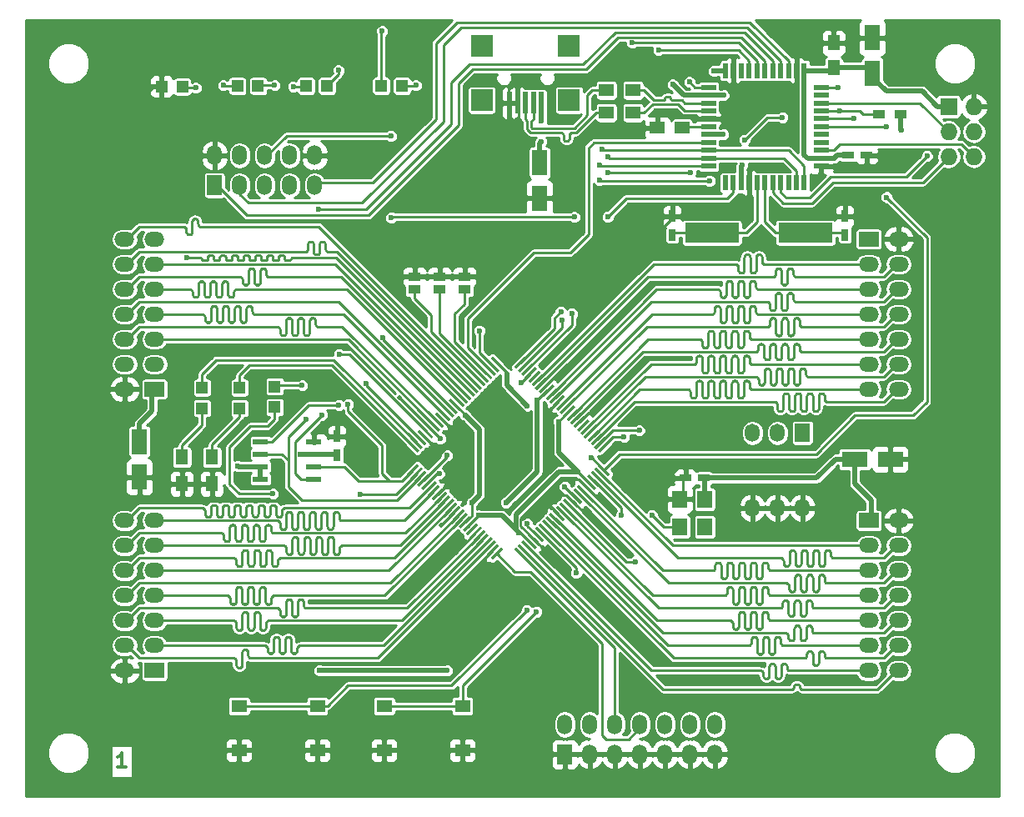
<source format=gbr>
G04 #@! TF.FileFunction,Copper,L1,Top,Signal*
%FSLAX46Y46*%
G04 Gerber Fmt 4.6, Leading zero omitted, Abs format (unit mm)*
G04 Created by KiCad (PCBNEW 4.0.3-stable) date 09/18/16 17:48:24*
%MOMM*%
%LPD*%
G01*
G04 APERTURE LIST*
%ADD10C,0.100000*%
%ADD11C,0.300000*%
%ADD12R,1.500000X0.550000*%
%ADD13R,0.550000X1.500000*%
%ADD14R,2.197100X2.197100*%
%ADD15R,0.497840X2.197100*%
%ADD16O,1.500000X2.000000*%
%ADD17R,1.500000X2.000000*%
%ADD18R,1.550000X0.600000*%
%ADD19R,1.198880X1.198880*%
%ADD20R,1.200000X0.750000*%
%ADD21R,1.200000X0.900000*%
%ADD22R,1.500000X1.250000*%
%ADD23R,1.270000X0.965200*%
%ADD24R,1.500000X1.300000*%
%ADD25R,1.300000X1.500000*%
%ADD26R,1.524000X1.824000*%
%ADD27O,1.524000X1.824000*%
%ADD28R,1.550000X1.300000*%
%ADD29O,2.000000X1.500000*%
%ADD30R,2.000000X1.500000*%
%ADD31R,1.250000X1.500000*%
%ADD32R,5.499100X1.998980*%
%ADD33R,1.500000X1.800000*%
%ADD34R,0.750000X1.200000*%
%ADD35R,1.600200X2.600960*%
%ADD36R,2.600960X1.600200*%
%ADD37R,1.727200X1.727200*%
%ADD38O,1.727200X1.727200*%
%ADD39C,0.600000*%
%ADD40C,0.500000*%
%ADD41C,0.250000*%
%ADD42C,0.500000*%
%ADD43C,0.254000*%
G04 APERTURE END LIST*
D10*
D11*
X98980572Y-136822571D02*
X98123429Y-136822571D01*
X98552001Y-136822571D02*
X98552001Y-135322571D01*
X98409144Y-135536857D01*
X98266286Y-135679714D01*
X98123429Y-135751143D01*
D10*
G36*
X147906627Y-103571522D02*
X148118759Y-103783654D01*
X147058099Y-104844314D01*
X146845967Y-104632182D01*
X147906627Y-103571522D01*
X147906627Y-103571522D01*
G37*
G36*
X147553074Y-103217969D02*
X147765206Y-103430101D01*
X146704546Y-104490761D01*
X146492414Y-104278629D01*
X147553074Y-103217969D01*
X147553074Y-103217969D01*
G37*
G36*
X147199520Y-102864416D02*
X147411652Y-103076548D01*
X146350992Y-104137208D01*
X146138860Y-103925076D01*
X147199520Y-102864416D01*
X147199520Y-102864416D01*
G37*
G36*
X146845967Y-102510862D02*
X147058099Y-102722994D01*
X145997439Y-103783654D01*
X145785307Y-103571522D01*
X146845967Y-102510862D01*
X146845967Y-102510862D01*
G37*
G36*
X146492413Y-102157309D02*
X146704545Y-102369441D01*
X145643885Y-103430101D01*
X145431753Y-103217969D01*
X146492413Y-102157309D01*
X146492413Y-102157309D01*
G37*
G36*
X146138860Y-101803756D02*
X146350992Y-102015888D01*
X145290332Y-103076548D01*
X145078200Y-102864416D01*
X146138860Y-101803756D01*
X146138860Y-101803756D01*
G37*
G36*
X145785307Y-101450202D02*
X145997439Y-101662334D01*
X144936779Y-102722994D01*
X144724647Y-102510862D01*
X145785307Y-101450202D01*
X145785307Y-101450202D01*
G37*
G36*
X145431753Y-101096649D02*
X145643885Y-101308781D01*
X144583225Y-102369441D01*
X144371093Y-102157309D01*
X145431753Y-101096649D01*
X145431753Y-101096649D01*
G37*
G36*
X145078200Y-100743095D02*
X145290332Y-100955227D01*
X144229672Y-102015887D01*
X144017540Y-101803755D01*
X145078200Y-100743095D01*
X145078200Y-100743095D01*
G37*
G36*
X144724646Y-100389542D02*
X144936778Y-100601674D01*
X143876118Y-101662334D01*
X143663986Y-101450202D01*
X144724646Y-100389542D01*
X144724646Y-100389542D01*
G37*
G36*
X144371093Y-100035989D02*
X144583225Y-100248121D01*
X143522565Y-101308781D01*
X143310433Y-101096649D01*
X144371093Y-100035989D01*
X144371093Y-100035989D01*
G37*
G36*
X144017540Y-99682435D02*
X144229672Y-99894567D01*
X143169012Y-100955227D01*
X142956880Y-100743095D01*
X144017540Y-99682435D01*
X144017540Y-99682435D01*
G37*
G36*
X143663986Y-99328882D02*
X143876118Y-99541014D01*
X142815458Y-100601674D01*
X142603326Y-100389542D01*
X143663986Y-99328882D01*
X143663986Y-99328882D01*
G37*
G36*
X143310433Y-98975328D02*
X143522565Y-99187460D01*
X142461905Y-100248120D01*
X142249773Y-100035988D01*
X143310433Y-98975328D01*
X143310433Y-98975328D01*
G37*
G36*
X142956879Y-98621775D02*
X143169011Y-98833907D01*
X142108351Y-99894567D01*
X141896219Y-99682435D01*
X142956879Y-98621775D01*
X142956879Y-98621775D01*
G37*
G36*
X142603326Y-98268222D02*
X142815458Y-98480354D01*
X141754798Y-99541014D01*
X141542666Y-99328882D01*
X142603326Y-98268222D01*
X142603326Y-98268222D01*
G37*
G36*
X142249773Y-97914668D02*
X142461905Y-98126800D01*
X141401245Y-99187460D01*
X141189113Y-98975328D01*
X142249773Y-97914668D01*
X142249773Y-97914668D01*
G37*
G36*
X141896219Y-97561115D02*
X142108351Y-97773247D01*
X141047691Y-98833907D01*
X140835559Y-98621775D01*
X141896219Y-97561115D01*
X141896219Y-97561115D01*
G37*
G36*
X141542666Y-97207561D02*
X141754798Y-97419693D01*
X140694138Y-98480353D01*
X140482006Y-98268221D01*
X141542666Y-97207561D01*
X141542666Y-97207561D01*
G37*
G36*
X141189112Y-96854008D02*
X141401244Y-97066140D01*
X140340584Y-98126800D01*
X140128452Y-97914668D01*
X141189112Y-96854008D01*
X141189112Y-96854008D01*
G37*
G36*
X140835559Y-96500455D02*
X141047691Y-96712587D01*
X139987031Y-97773247D01*
X139774899Y-97561115D01*
X140835559Y-96500455D01*
X140835559Y-96500455D01*
G37*
G36*
X140482006Y-96146901D02*
X140694138Y-96359033D01*
X139633478Y-97419693D01*
X139421346Y-97207561D01*
X140482006Y-96146901D01*
X140482006Y-96146901D01*
G37*
G36*
X140128452Y-95793348D02*
X140340584Y-96005480D01*
X139279924Y-97066140D01*
X139067792Y-96854008D01*
X140128452Y-95793348D01*
X140128452Y-95793348D01*
G37*
G36*
X139774899Y-95439794D02*
X139987031Y-95651926D01*
X138926371Y-96712586D01*
X138714239Y-96500454D01*
X139774899Y-95439794D01*
X139774899Y-95439794D01*
G37*
G36*
X139421346Y-95086241D02*
X139633478Y-95298373D01*
X138572818Y-96359033D01*
X138360686Y-96146901D01*
X139421346Y-95086241D01*
X139421346Y-95086241D01*
G37*
G36*
X135956522Y-95298373D02*
X136168654Y-95086241D01*
X137229314Y-96146901D01*
X137017182Y-96359033D01*
X135956522Y-95298373D01*
X135956522Y-95298373D01*
G37*
G36*
X135602969Y-95651926D02*
X135815101Y-95439794D01*
X136875761Y-96500454D01*
X136663629Y-96712586D01*
X135602969Y-95651926D01*
X135602969Y-95651926D01*
G37*
G36*
X135249416Y-96005480D02*
X135461548Y-95793348D01*
X136522208Y-96854008D01*
X136310076Y-97066140D01*
X135249416Y-96005480D01*
X135249416Y-96005480D01*
G37*
G36*
X134895862Y-96359033D02*
X135107994Y-96146901D01*
X136168654Y-97207561D01*
X135956522Y-97419693D01*
X134895862Y-96359033D01*
X134895862Y-96359033D01*
G37*
G36*
X134542309Y-96712587D02*
X134754441Y-96500455D01*
X135815101Y-97561115D01*
X135602969Y-97773247D01*
X134542309Y-96712587D01*
X134542309Y-96712587D01*
G37*
G36*
X134188756Y-97066140D02*
X134400888Y-96854008D01*
X135461548Y-97914668D01*
X135249416Y-98126800D01*
X134188756Y-97066140D01*
X134188756Y-97066140D01*
G37*
G36*
X133835202Y-97419693D02*
X134047334Y-97207561D01*
X135107994Y-98268221D01*
X134895862Y-98480353D01*
X133835202Y-97419693D01*
X133835202Y-97419693D01*
G37*
G36*
X133481649Y-97773247D02*
X133693781Y-97561115D01*
X134754441Y-98621775D01*
X134542309Y-98833907D01*
X133481649Y-97773247D01*
X133481649Y-97773247D01*
G37*
G36*
X133128095Y-98126800D02*
X133340227Y-97914668D01*
X134400887Y-98975328D01*
X134188755Y-99187460D01*
X133128095Y-98126800D01*
X133128095Y-98126800D01*
G37*
G36*
X132774542Y-98480354D02*
X132986674Y-98268222D01*
X134047334Y-99328882D01*
X133835202Y-99541014D01*
X132774542Y-98480354D01*
X132774542Y-98480354D01*
G37*
G36*
X132420989Y-98833907D02*
X132633121Y-98621775D01*
X133693781Y-99682435D01*
X133481649Y-99894567D01*
X132420989Y-98833907D01*
X132420989Y-98833907D01*
G37*
G36*
X132067435Y-99187460D02*
X132279567Y-98975328D01*
X133340227Y-100035988D01*
X133128095Y-100248120D01*
X132067435Y-99187460D01*
X132067435Y-99187460D01*
G37*
G36*
X131713882Y-99541014D02*
X131926014Y-99328882D01*
X132986674Y-100389542D01*
X132774542Y-100601674D01*
X131713882Y-99541014D01*
X131713882Y-99541014D01*
G37*
G36*
X131360328Y-99894567D02*
X131572460Y-99682435D01*
X132633120Y-100743095D01*
X132420988Y-100955227D01*
X131360328Y-99894567D01*
X131360328Y-99894567D01*
G37*
G36*
X131006775Y-100248121D02*
X131218907Y-100035989D01*
X132279567Y-101096649D01*
X132067435Y-101308781D01*
X131006775Y-100248121D01*
X131006775Y-100248121D01*
G37*
G36*
X130653222Y-100601674D02*
X130865354Y-100389542D01*
X131926014Y-101450202D01*
X131713882Y-101662334D01*
X130653222Y-100601674D01*
X130653222Y-100601674D01*
G37*
G36*
X130299668Y-100955227D02*
X130511800Y-100743095D01*
X131572460Y-101803755D01*
X131360328Y-102015887D01*
X130299668Y-100955227D01*
X130299668Y-100955227D01*
G37*
G36*
X129946115Y-101308781D02*
X130158247Y-101096649D01*
X131218907Y-102157309D01*
X131006775Y-102369441D01*
X129946115Y-101308781D01*
X129946115Y-101308781D01*
G37*
G36*
X129592561Y-101662334D02*
X129804693Y-101450202D01*
X130865353Y-102510862D01*
X130653221Y-102722994D01*
X129592561Y-101662334D01*
X129592561Y-101662334D01*
G37*
G36*
X129239008Y-102015888D02*
X129451140Y-101803756D01*
X130511800Y-102864416D01*
X130299668Y-103076548D01*
X129239008Y-102015888D01*
X129239008Y-102015888D01*
G37*
G36*
X128885455Y-102369441D02*
X129097587Y-102157309D01*
X130158247Y-103217969D01*
X129946115Y-103430101D01*
X128885455Y-102369441D01*
X128885455Y-102369441D01*
G37*
G36*
X128531901Y-102722994D02*
X128744033Y-102510862D01*
X129804693Y-103571522D01*
X129592561Y-103783654D01*
X128531901Y-102722994D01*
X128531901Y-102722994D01*
G37*
G36*
X128178348Y-103076548D02*
X128390480Y-102864416D01*
X129451140Y-103925076D01*
X129239008Y-104137208D01*
X128178348Y-103076548D01*
X128178348Y-103076548D01*
G37*
G36*
X127824794Y-103430101D02*
X128036926Y-103217969D01*
X129097586Y-104278629D01*
X128885454Y-104490761D01*
X127824794Y-103430101D01*
X127824794Y-103430101D01*
G37*
G36*
X127471241Y-103783654D02*
X127683373Y-103571522D01*
X128744033Y-104632182D01*
X128531901Y-104844314D01*
X127471241Y-103783654D01*
X127471241Y-103783654D01*
G37*
G36*
X128531901Y-105975686D02*
X128744033Y-106187818D01*
X127683373Y-107248478D01*
X127471241Y-107036346D01*
X128531901Y-105975686D01*
X128531901Y-105975686D01*
G37*
G36*
X128885454Y-106329239D02*
X129097586Y-106541371D01*
X128036926Y-107602031D01*
X127824794Y-107389899D01*
X128885454Y-106329239D01*
X128885454Y-106329239D01*
G37*
G36*
X129239008Y-106682792D02*
X129451140Y-106894924D01*
X128390480Y-107955584D01*
X128178348Y-107743452D01*
X129239008Y-106682792D01*
X129239008Y-106682792D01*
G37*
G36*
X129592561Y-107036346D02*
X129804693Y-107248478D01*
X128744033Y-108309138D01*
X128531901Y-108097006D01*
X129592561Y-107036346D01*
X129592561Y-107036346D01*
G37*
G36*
X129946115Y-107389899D02*
X130158247Y-107602031D01*
X129097587Y-108662691D01*
X128885455Y-108450559D01*
X129946115Y-107389899D01*
X129946115Y-107389899D01*
G37*
G36*
X130299668Y-107743452D02*
X130511800Y-107955584D01*
X129451140Y-109016244D01*
X129239008Y-108804112D01*
X130299668Y-107743452D01*
X130299668Y-107743452D01*
G37*
G36*
X130653221Y-108097006D02*
X130865353Y-108309138D01*
X129804693Y-109369798D01*
X129592561Y-109157666D01*
X130653221Y-108097006D01*
X130653221Y-108097006D01*
G37*
G36*
X131006775Y-108450559D02*
X131218907Y-108662691D01*
X130158247Y-109723351D01*
X129946115Y-109511219D01*
X131006775Y-108450559D01*
X131006775Y-108450559D01*
G37*
G36*
X131360328Y-108804113D02*
X131572460Y-109016245D01*
X130511800Y-110076905D01*
X130299668Y-109864773D01*
X131360328Y-108804113D01*
X131360328Y-108804113D01*
G37*
G36*
X131713882Y-109157666D02*
X131926014Y-109369798D01*
X130865354Y-110430458D01*
X130653222Y-110218326D01*
X131713882Y-109157666D01*
X131713882Y-109157666D01*
G37*
G36*
X132067435Y-109511219D02*
X132279567Y-109723351D01*
X131218907Y-110784011D01*
X131006775Y-110571879D01*
X132067435Y-109511219D01*
X132067435Y-109511219D01*
G37*
G36*
X132420988Y-109864773D02*
X132633120Y-110076905D01*
X131572460Y-111137565D01*
X131360328Y-110925433D01*
X132420988Y-109864773D01*
X132420988Y-109864773D01*
G37*
G36*
X132774542Y-110218326D02*
X132986674Y-110430458D01*
X131926014Y-111491118D01*
X131713882Y-111278986D01*
X132774542Y-110218326D01*
X132774542Y-110218326D01*
G37*
G36*
X133128095Y-110571880D02*
X133340227Y-110784012D01*
X132279567Y-111844672D01*
X132067435Y-111632540D01*
X133128095Y-110571880D01*
X133128095Y-110571880D01*
G37*
G36*
X133481649Y-110925433D02*
X133693781Y-111137565D01*
X132633121Y-112198225D01*
X132420989Y-111986093D01*
X133481649Y-110925433D01*
X133481649Y-110925433D01*
G37*
G36*
X133835202Y-111278986D02*
X134047334Y-111491118D01*
X132986674Y-112551778D01*
X132774542Y-112339646D01*
X133835202Y-111278986D01*
X133835202Y-111278986D01*
G37*
G36*
X134188755Y-111632540D02*
X134400887Y-111844672D01*
X133340227Y-112905332D01*
X133128095Y-112693200D01*
X134188755Y-111632540D01*
X134188755Y-111632540D01*
G37*
G36*
X134542309Y-111986093D02*
X134754441Y-112198225D01*
X133693781Y-113258885D01*
X133481649Y-113046753D01*
X134542309Y-111986093D01*
X134542309Y-111986093D01*
G37*
G36*
X134895862Y-112339647D02*
X135107994Y-112551779D01*
X134047334Y-113612439D01*
X133835202Y-113400307D01*
X134895862Y-112339647D01*
X134895862Y-112339647D01*
G37*
G36*
X135249416Y-112693200D02*
X135461548Y-112905332D01*
X134400888Y-113965992D01*
X134188756Y-113753860D01*
X135249416Y-112693200D01*
X135249416Y-112693200D01*
G37*
G36*
X135602969Y-113046753D02*
X135815101Y-113258885D01*
X134754441Y-114319545D01*
X134542309Y-114107413D01*
X135602969Y-113046753D01*
X135602969Y-113046753D01*
G37*
G36*
X135956522Y-113400307D02*
X136168654Y-113612439D01*
X135107994Y-114673099D01*
X134895862Y-114460967D01*
X135956522Y-113400307D01*
X135956522Y-113400307D01*
G37*
G36*
X136310076Y-113753860D02*
X136522208Y-113965992D01*
X135461548Y-115026652D01*
X135249416Y-114814520D01*
X136310076Y-113753860D01*
X136310076Y-113753860D01*
G37*
G36*
X136663629Y-114107414D02*
X136875761Y-114319546D01*
X135815101Y-115380206D01*
X135602969Y-115168074D01*
X136663629Y-114107414D01*
X136663629Y-114107414D01*
G37*
G36*
X137017182Y-114460967D02*
X137229314Y-114673099D01*
X136168654Y-115733759D01*
X135956522Y-115521627D01*
X137017182Y-114460967D01*
X137017182Y-114460967D01*
G37*
G36*
X138360686Y-114673099D02*
X138572818Y-114460967D01*
X139633478Y-115521627D01*
X139421346Y-115733759D01*
X138360686Y-114673099D01*
X138360686Y-114673099D01*
G37*
G36*
X138714239Y-114319546D02*
X138926371Y-114107414D01*
X139987031Y-115168074D01*
X139774899Y-115380206D01*
X138714239Y-114319546D01*
X138714239Y-114319546D01*
G37*
G36*
X139067792Y-113965992D02*
X139279924Y-113753860D01*
X140340584Y-114814520D01*
X140128452Y-115026652D01*
X139067792Y-113965992D01*
X139067792Y-113965992D01*
G37*
G36*
X139421346Y-113612439D02*
X139633478Y-113400307D01*
X140694138Y-114460967D01*
X140482006Y-114673099D01*
X139421346Y-113612439D01*
X139421346Y-113612439D01*
G37*
G36*
X139774899Y-113258885D02*
X139987031Y-113046753D01*
X141047691Y-114107413D01*
X140835559Y-114319545D01*
X139774899Y-113258885D01*
X139774899Y-113258885D01*
G37*
G36*
X140128452Y-112905332D02*
X140340584Y-112693200D01*
X141401244Y-113753860D01*
X141189112Y-113965992D01*
X140128452Y-112905332D01*
X140128452Y-112905332D01*
G37*
G36*
X140482006Y-112551779D02*
X140694138Y-112339647D01*
X141754798Y-113400307D01*
X141542666Y-113612439D01*
X140482006Y-112551779D01*
X140482006Y-112551779D01*
G37*
G36*
X140835559Y-112198225D02*
X141047691Y-111986093D01*
X142108351Y-113046753D01*
X141896219Y-113258885D01*
X140835559Y-112198225D01*
X140835559Y-112198225D01*
G37*
G36*
X141189113Y-111844672D02*
X141401245Y-111632540D01*
X142461905Y-112693200D01*
X142249773Y-112905332D01*
X141189113Y-111844672D01*
X141189113Y-111844672D01*
G37*
G36*
X141542666Y-111491118D02*
X141754798Y-111278986D01*
X142815458Y-112339646D01*
X142603326Y-112551778D01*
X141542666Y-111491118D01*
X141542666Y-111491118D01*
G37*
G36*
X141896219Y-111137565D02*
X142108351Y-110925433D01*
X143169011Y-111986093D01*
X142956879Y-112198225D01*
X141896219Y-111137565D01*
X141896219Y-111137565D01*
G37*
G36*
X142249773Y-110784012D02*
X142461905Y-110571880D01*
X143522565Y-111632540D01*
X143310433Y-111844672D01*
X142249773Y-110784012D01*
X142249773Y-110784012D01*
G37*
G36*
X142603326Y-110430458D02*
X142815458Y-110218326D01*
X143876118Y-111278986D01*
X143663986Y-111491118D01*
X142603326Y-110430458D01*
X142603326Y-110430458D01*
G37*
G36*
X142956880Y-110076905D02*
X143169012Y-109864773D01*
X144229672Y-110925433D01*
X144017540Y-111137565D01*
X142956880Y-110076905D01*
X142956880Y-110076905D01*
G37*
G36*
X143310433Y-109723351D02*
X143522565Y-109511219D01*
X144583225Y-110571879D01*
X144371093Y-110784011D01*
X143310433Y-109723351D01*
X143310433Y-109723351D01*
G37*
G36*
X143663986Y-109369798D02*
X143876118Y-109157666D01*
X144936778Y-110218326D01*
X144724646Y-110430458D01*
X143663986Y-109369798D01*
X143663986Y-109369798D01*
G37*
G36*
X144017540Y-109016245D02*
X144229672Y-108804113D01*
X145290332Y-109864773D01*
X145078200Y-110076905D01*
X144017540Y-109016245D01*
X144017540Y-109016245D01*
G37*
G36*
X144371093Y-108662691D02*
X144583225Y-108450559D01*
X145643885Y-109511219D01*
X145431753Y-109723351D01*
X144371093Y-108662691D01*
X144371093Y-108662691D01*
G37*
G36*
X144724647Y-108309138D02*
X144936779Y-108097006D01*
X145997439Y-109157666D01*
X145785307Y-109369798D01*
X144724647Y-108309138D01*
X144724647Y-108309138D01*
G37*
G36*
X145078200Y-107955584D02*
X145290332Y-107743452D01*
X146350992Y-108804112D01*
X146138860Y-109016244D01*
X145078200Y-107955584D01*
X145078200Y-107955584D01*
G37*
G36*
X145431753Y-107602031D02*
X145643885Y-107389899D01*
X146704545Y-108450559D01*
X146492413Y-108662691D01*
X145431753Y-107602031D01*
X145431753Y-107602031D01*
G37*
G36*
X145785307Y-107248478D02*
X145997439Y-107036346D01*
X147058099Y-108097006D01*
X146845967Y-108309138D01*
X145785307Y-107248478D01*
X145785307Y-107248478D01*
G37*
G36*
X146138860Y-106894924D02*
X146350992Y-106682792D01*
X147411652Y-107743452D01*
X147199520Y-107955584D01*
X146138860Y-106894924D01*
X146138860Y-106894924D01*
G37*
G36*
X146492414Y-106541371D02*
X146704546Y-106329239D01*
X147765206Y-107389899D01*
X147553074Y-107602031D01*
X146492414Y-106541371D01*
X146492414Y-106541371D01*
G37*
G36*
X146845967Y-106187818D02*
X147058099Y-105975686D01*
X148118759Y-107036346D01*
X147906627Y-107248478D01*
X146845967Y-106187818D01*
X146845967Y-106187818D01*
G37*
D12*
X158130000Y-67755000D03*
X158130000Y-68555000D03*
X158130000Y-69355000D03*
X158130000Y-70155000D03*
X158130000Y-70955000D03*
X158130000Y-71755000D03*
X158130000Y-72555000D03*
X158130000Y-73355000D03*
X158130000Y-74155000D03*
X158130000Y-74955000D03*
X158130000Y-75755000D03*
D13*
X159830000Y-77455000D03*
X160630000Y-77455000D03*
X161430000Y-77455000D03*
X162230000Y-77455000D03*
X163030000Y-77455000D03*
X163830000Y-77455000D03*
X164630000Y-77455000D03*
X165430000Y-77455000D03*
X166230000Y-77455000D03*
X167030000Y-77455000D03*
X167830000Y-77455000D03*
D12*
X169530000Y-75755000D03*
X169530000Y-74955000D03*
X169530000Y-74155000D03*
X169530000Y-73355000D03*
X169530000Y-72555000D03*
X169530000Y-71755000D03*
X169530000Y-70955000D03*
X169530000Y-70155000D03*
X169530000Y-69355000D03*
X169530000Y-68555000D03*
X169530000Y-67755000D03*
D13*
X167830000Y-66055000D03*
X167030000Y-66055000D03*
X166230000Y-66055000D03*
X165430000Y-66055000D03*
X164630000Y-66055000D03*
X163830000Y-66055000D03*
X163030000Y-66055000D03*
X162230000Y-66055000D03*
X161430000Y-66055000D03*
X160630000Y-66055000D03*
X159830000Y-66055000D03*
D14*
X135089900Y-69062600D03*
D15*
X141117320Y-69342000D03*
X140317220Y-69342000D03*
X139519660Y-69342000D03*
X138722100Y-69342000D03*
X137922000Y-69342000D03*
D14*
X143949420Y-69062600D03*
X143949420Y-63563500D03*
X135089900Y-63563500D03*
D16*
X158750000Y-135505000D03*
X158750000Y-132465000D03*
X156210000Y-132465000D03*
X156210000Y-135505000D03*
X153670000Y-135505000D03*
X153670000Y-132465000D03*
X151130000Y-132465000D03*
X151130000Y-135505000D03*
D17*
X143510000Y-135505000D03*
D16*
X143510000Y-132465000D03*
X146050000Y-135505000D03*
X146050000Y-132465000D03*
X148590000Y-135505000D03*
X148590000Y-132465000D03*
D18*
X118016000Y-107569000D03*
X118016000Y-106299000D03*
X118016000Y-105029000D03*
X118016000Y-103759000D03*
X112616000Y-103759000D03*
X112616000Y-105029000D03*
X112616000Y-106299000D03*
X112616000Y-107569000D03*
D19*
X126969520Y-67627500D03*
X124871480Y-67627500D03*
D20*
X157668000Y-107442000D03*
X155768000Y-107442000D03*
D21*
X177630000Y-70485000D03*
X175430000Y-70485000D03*
D19*
X104681020Y-67691000D03*
X102582980Y-67691000D03*
D22*
X155428000Y-71882000D03*
X152928000Y-71882000D03*
D19*
X112364520Y-67627500D03*
X110266480Y-67627500D03*
X119349520Y-67627500D03*
X117251480Y-67627500D03*
X110490000Y-98264980D03*
X110490000Y-100363020D03*
D23*
X130810000Y-86995000D03*
X130810000Y-88265000D03*
X128270000Y-86995000D03*
X128270000Y-88265000D03*
X133350000Y-86995000D03*
X133350000Y-88265000D03*
D24*
X150448000Y-70358000D03*
X147748000Y-70358000D03*
X150448000Y-68072000D03*
X147748000Y-68072000D03*
D25*
X104648000Y-108030000D03*
X104648000Y-105330000D03*
D19*
X106680000Y-98264980D03*
X106680000Y-100363020D03*
X114046000Y-100236020D03*
X114046000Y-98137980D03*
D25*
X107696000Y-108030000D03*
X107696000Y-105330000D03*
D26*
X167640000Y-102870000D03*
D27*
X167640000Y-110490000D03*
X165100000Y-102870000D03*
X165100000Y-110490000D03*
X162560000Y-102870000D03*
X162560000Y-110490000D03*
D28*
X110452000Y-130592000D03*
X118402000Y-130592000D03*
X110452000Y-135092000D03*
X118402000Y-135092000D03*
X125184000Y-130592000D03*
X133134000Y-130592000D03*
X125184000Y-135092000D03*
X133134000Y-135092000D03*
D16*
X118110000Y-77720000D03*
X118110000Y-74680000D03*
X115570000Y-74680000D03*
X115570000Y-77720000D03*
D17*
X107950000Y-77720000D03*
D16*
X107950000Y-74680000D03*
X110490000Y-77720000D03*
X110490000Y-74680000D03*
X113030000Y-77720000D03*
X113030000Y-74680000D03*
D29*
X101850000Y-83185000D03*
X98810000Y-83185000D03*
X98810000Y-85725000D03*
X101850000Y-85725000D03*
X101850000Y-88265000D03*
X98810000Y-88265000D03*
X98810000Y-90805000D03*
X101850000Y-90805000D03*
D30*
X101850000Y-98425000D03*
D29*
X98810000Y-98425000D03*
X101850000Y-95885000D03*
X98810000Y-95885000D03*
X101850000Y-93345000D03*
X98810000Y-93345000D03*
X101850000Y-111760000D03*
X98810000Y-111760000D03*
X98810000Y-114300000D03*
X101850000Y-114300000D03*
X101850000Y-116840000D03*
X98810000Y-116840000D03*
X98810000Y-119380000D03*
X101850000Y-119380000D03*
D30*
X101850000Y-127000000D03*
D29*
X98810000Y-127000000D03*
X101850000Y-124460000D03*
X98810000Y-124460000D03*
X101850000Y-121920000D03*
X98810000Y-121920000D03*
X174375000Y-98425000D03*
X177415000Y-98425000D03*
X177415000Y-95885000D03*
X174375000Y-95885000D03*
X174375000Y-93345000D03*
X177415000Y-93345000D03*
X177415000Y-90805000D03*
X174375000Y-90805000D03*
D30*
X174375000Y-83185000D03*
D29*
X177415000Y-83185000D03*
X174375000Y-85725000D03*
X177415000Y-85725000D03*
X174375000Y-88265000D03*
X177415000Y-88265000D03*
X174375000Y-127000000D03*
X177415000Y-127000000D03*
X177415000Y-124460000D03*
X174375000Y-124460000D03*
X174375000Y-121920000D03*
X177415000Y-121920000D03*
X177415000Y-119380000D03*
X174375000Y-119380000D03*
D30*
X174375000Y-111760000D03*
D29*
X177415000Y-111760000D03*
X174375000Y-114300000D03*
X177415000Y-114300000D03*
X174375000Y-116840000D03*
X177415000Y-116840000D03*
D31*
X170815000Y-65746000D03*
X170815000Y-63246000D03*
D32*
X167944800Y-82550000D03*
X158445200Y-82550000D03*
D33*
X157734000Y-109598000D03*
X155194000Y-109598000D03*
X155194000Y-112398000D03*
X157734000Y-112398000D03*
D20*
X172278000Y-74676000D03*
X174178000Y-74676000D03*
D34*
X171958000Y-82738000D03*
X171958000Y-80838000D03*
X154432000Y-82738000D03*
X154432000Y-80838000D03*
X120396000Y-105090000D03*
X120396000Y-103190000D03*
D35*
X140970000Y-75415140D03*
X140970000Y-79016860D03*
X100330000Y-103736140D03*
X100330000Y-107337860D03*
X174752000Y-66316860D03*
X174752000Y-62715140D03*
D36*
X172951140Y-105537000D03*
X176552860Y-105537000D03*
D37*
X182499000Y-69723000D03*
D38*
X185039000Y-69723000D03*
X182499000Y-72263000D03*
X185039000Y-72263000D03*
X182499000Y-74803000D03*
X185039000Y-74803000D03*
D39*
X151887008Y-107193139D03*
X157448000Y-103092000D03*
X155448000Y-103092000D03*
X157448000Y-101092000D03*
X135845690Y-73200910D03*
X137909690Y-73200910D03*
X135845690Y-71200910D03*
X148304000Y-86328000D03*
X146304000Y-86328000D03*
X148304000Y-84328000D03*
X146304000Y-84328000D03*
X184912000Y-127724000D03*
X184912000Y-122724000D03*
X184912000Y-117724000D03*
X184912000Y-112724000D03*
X184912000Y-107724000D03*
X184912000Y-102724000D03*
X184912000Y-97724000D03*
X184912000Y-92724000D03*
X184912000Y-87724000D03*
X184912000Y-82724000D03*
X184912000Y-77724000D03*
X92456000Y-130612000D03*
X92456000Y-125612000D03*
X92456000Y-120612000D03*
X92456000Y-115612000D03*
X92456000Y-110612000D03*
X92456000Y-105612000D03*
X92456000Y-100612000D03*
X92456000Y-95612000D03*
X92456000Y-90612000D03*
X92456000Y-85612000D03*
X92456000Y-80612000D03*
X92456000Y-75612000D03*
X92456000Y-70612000D03*
X132101988Y-108394012D03*
X129930985Y-104411989D03*
X151884843Y-109604657D03*
X153416000Y-70612000D03*
X155448000Y-101092000D03*
X179832000Y-105156000D03*
X135636000Y-99568000D03*
X137668000Y-100584000D03*
X136144000Y-102108000D03*
X136144000Y-106680000D03*
X137160000Y-105664000D03*
X139192000Y-103632000D03*
X138176000Y-104648000D03*
X122301000Y-83058000D03*
D40*
X130953709Y-112222880D03*
D39*
X126475031Y-105651473D03*
X139192000Y-105664000D03*
X165532861Y-73356446D03*
X166399281Y-67999086D03*
X162297355Y-67997101D03*
X142757896Y-116055668D03*
X138689552Y-67543627D03*
X137909690Y-71200910D03*
X131704212Y-115081303D03*
X135209850Y-116099730D03*
X141870082Y-100676111D03*
X169512456Y-76677706D03*
X162193304Y-78943976D03*
X151238102Y-71877180D03*
X120396000Y-101600000D03*
X131937226Y-102380526D03*
X148336000Y-110744000D03*
X142557500Y-108775500D03*
X146939000Y-112141000D03*
X144145000Y-95885000D03*
X146431000Y-100838000D03*
X128397000Y-67564000D03*
X151071589Y-102617744D03*
X149530030Y-103297951D03*
X106045000Y-67818000D03*
X154482905Y-67474600D03*
X141123619Y-73279000D03*
X159622675Y-68555662D03*
X159607237Y-72541335D03*
X141123619Y-71166722D03*
X150365642Y-63240952D03*
X114046000Y-67564000D03*
X108839000Y-67564000D03*
X153021406Y-63990980D03*
X120523000Y-66040000D03*
X115951000Y-67691000D03*
X121504999Y-99954071D03*
X147030158Y-75639925D03*
X117220269Y-101493242D03*
X147277988Y-74016639D03*
X120601809Y-94878797D03*
X147885171Y-74809694D03*
X120557543Y-100058043D03*
X118491000Y-80137000D03*
X124965208Y-62066783D03*
X125855599Y-72700531D03*
X125888278Y-81001008D03*
X144482474Y-80942932D03*
X147865191Y-80929862D03*
X143110423Y-90544713D03*
X144232912Y-90747510D03*
X143256000Y-91440000D03*
X139654779Y-120876758D03*
X149225000Y-111252000D03*
X140620137Y-121016199D03*
X144659441Y-117066549D03*
X156166862Y-67226957D03*
X134846536Y-92470353D03*
X118843588Y-101047803D03*
X125065834Y-93168269D03*
X161773790Y-73084525D03*
X156249431Y-76432980D03*
X147885171Y-76445372D03*
X165623796Y-70810390D03*
X171258373Y-67757413D03*
X131584023Y-105156000D03*
X172887724Y-70953822D03*
X123350818Y-97800957D03*
X171409529Y-70152939D03*
X147017767Y-77201253D03*
X158201876Y-77268612D03*
X122760380Y-109063207D03*
X113861757Y-109051877D03*
X177673000Y-72136000D03*
D40*
X126717851Y-99279869D03*
D39*
X137628813Y-96909721D03*
X116627020Y-105027134D03*
X139715020Y-100086918D03*
X110274831Y-106205246D03*
X169118480Y-66061195D03*
X158649436Y-66116587D03*
X130868792Y-103452937D03*
X144871934Y-106798415D03*
X138837676Y-112969805D03*
X161560551Y-75637869D03*
X134747000Y-111252000D03*
X142875000Y-101727000D03*
X118612390Y-126985600D03*
X131572000Y-127000000D03*
X130757339Y-106998679D03*
X143510000Y-108331000D03*
X139065000Y-97790000D03*
X134059080Y-109956566D03*
X137554043Y-109936432D03*
X139717020Y-112101975D03*
X133391295Y-101064160D03*
X140716000Y-99568000D03*
X105156000Y-85090000D03*
X180284405Y-74750088D03*
X116840000Y-98044000D03*
X150678522Y-115919989D03*
X152362551Y-111235438D03*
X176175557Y-71790223D03*
X146206132Y-105389267D03*
X176180679Y-78919883D03*
D41*
X135845690Y-71200910D02*
X135845690Y-73200910D01*
X137909690Y-73200910D02*
X135845690Y-73200910D01*
X137909690Y-71200910D02*
X137909690Y-73200910D01*
X146304000Y-86328000D02*
X146304000Y-84328000D01*
X148304000Y-86328000D02*
X146304000Y-86328000D01*
X148304000Y-84328000D02*
X148304000Y-86328000D01*
X151167000Y-84328000D02*
X148304000Y-84328000D01*
X154432000Y-80838000D02*
X154432000Y-81063000D01*
X154432000Y-81063000D02*
X151167000Y-84328000D01*
X184912000Y-122724000D02*
X184912000Y-127724000D01*
X184912000Y-117724000D02*
X184912000Y-122724000D01*
X184912000Y-112724000D02*
X184912000Y-117724000D01*
X184912000Y-107724000D02*
X184912000Y-112724000D01*
X184912000Y-102724000D02*
X184912000Y-107724000D01*
X184912000Y-97724000D02*
X184912000Y-102724000D01*
X184912000Y-92724000D02*
X184912000Y-97724000D01*
X184912000Y-87724000D02*
X184912000Y-92724000D01*
X184912000Y-82724000D02*
X184912000Y-87724000D01*
X184912000Y-77724000D02*
X184912000Y-82724000D01*
X98812540Y-70612000D02*
X92456000Y-70612000D01*
X102582980Y-67691000D02*
X101733540Y-67691000D01*
X101733540Y-67691000D02*
X98812540Y-70612000D01*
X131275454Y-108394012D02*
X132101988Y-108394012D01*
X130582511Y-109086955D02*
X131275454Y-108394012D01*
X129930985Y-103909946D02*
X129930985Y-104411989D01*
X129168297Y-103147258D02*
X129930985Y-103909946D01*
X100330000Y-107337860D02*
X100330000Y-107838240D01*
X151891500Y-109598000D02*
X151884843Y-109604657D01*
X155194000Y-109598000D02*
X151891500Y-109598000D01*
X156787000Y-70612000D02*
X153416000Y-70612000D01*
X176552860Y-105537000D02*
X179451000Y-105537000D01*
X179451000Y-105537000D02*
X179832000Y-105156000D01*
X137668000Y-100584000D02*
X136652000Y-100584000D01*
X136652000Y-100584000D02*
X135636000Y-99568000D01*
X138176000Y-104648000D02*
X138176000Y-104140000D01*
X138176000Y-104140000D02*
X136144000Y-102108000D01*
X138176000Y-104648000D02*
X137160000Y-105664000D01*
X139192000Y-105664000D02*
X138176000Y-104648000D01*
X130982120Y-112222880D02*
X130953709Y-112222880D01*
X132350278Y-110854722D02*
X130982120Y-112222880D01*
X140411295Y-113683149D02*
X142757896Y-116029750D01*
X142757896Y-116029750D02*
X142757896Y-116055668D01*
D42*
X138722100Y-69342000D02*
X138722100Y-67576175D01*
X138722100Y-67576175D02*
X138689552Y-67543627D01*
X137922000Y-69342000D02*
X137922000Y-71188600D01*
D41*
X132366338Y-115081303D02*
X131704212Y-115081303D01*
X134471598Y-112976043D02*
X132366338Y-115081303D01*
X135209850Y-115773325D02*
X135209850Y-116099730D01*
X136239365Y-114743810D02*
X135209850Y-115773325D01*
X141870082Y-100627811D02*
X141870082Y-100676111D01*
X142886169Y-99611724D02*
X141870082Y-100627811D01*
X169530000Y-76660162D02*
X169512456Y-76677706D01*
X169530000Y-75755000D02*
X169530000Y-76660162D01*
X162230000Y-78907280D02*
X162193304Y-78943976D01*
X162230000Y-77455000D02*
X162230000Y-78907280D01*
X151242922Y-71882000D02*
X151238102Y-71877180D01*
X152928000Y-71882000D02*
X151242922Y-71882000D01*
X120396000Y-103190000D02*
X120396000Y-101600000D01*
X140411295Y-113683149D02*
X139037385Y-112309239D01*
X139037385Y-112309239D02*
X139037385Y-111558255D01*
X139037385Y-111558255D02*
X140740640Y-109855000D01*
X140740640Y-109855000D02*
X141605000Y-109855000D01*
X158130000Y-70955000D02*
X157130000Y-70955000D01*
X157130000Y-70955000D02*
X156787000Y-70612000D01*
X131937099Y-102380526D02*
X131937226Y-102380526D01*
X130936064Y-101379491D02*
X131937099Y-102380526D01*
X145714596Y-108379848D02*
X144902140Y-107567392D01*
X144902140Y-107567392D02*
X143312364Y-107567392D01*
X143312364Y-107567392D02*
X142557500Y-108322256D01*
X142557500Y-108322256D02*
X142557500Y-108775500D01*
X160630000Y-66055000D02*
X160505012Y-66179988D01*
X145714596Y-108379848D02*
X148078748Y-110744000D01*
X148078748Y-110744000D02*
X148336000Y-110744000D01*
X144300382Y-109794062D02*
X143699342Y-109193022D01*
X143699342Y-109193022D02*
X142975022Y-109193022D01*
X142975022Y-109193022D02*
X142557500Y-108775500D01*
X144300382Y-109794062D02*
X146647320Y-112141000D01*
X146647320Y-112141000D02*
X146939000Y-112141000D01*
X141471955Y-98197511D02*
X143784466Y-95885000D01*
X143784466Y-95885000D02*
X144145000Y-95885000D01*
X145007489Y-101733045D02*
X145902534Y-100838000D01*
X145902534Y-100838000D02*
X146431000Y-100838000D01*
X142886169Y-111208276D02*
X142886169Y-111136169D01*
X142886169Y-111136169D02*
X141605000Y-109855000D01*
X155194000Y-109598000D02*
X155535832Y-109256168D01*
X155535832Y-109256168D02*
X155535832Y-107674168D01*
X155535832Y-107674168D02*
X155768000Y-107442000D01*
X155260000Y-109324000D02*
X154686000Y-109898000D01*
X126969520Y-67627500D02*
X128333500Y-67627500D01*
X128333500Y-67627500D02*
X128397000Y-67564000D01*
X148365431Y-102617744D02*
X151071589Y-102617744D01*
X147128810Y-103854365D02*
X148365431Y-102617744D01*
X151130000Y-132715000D02*
X151130000Y-132842000D01*
X151130000Y-132842000D02*
X149987000Y-133985000D01*
X149987000Y-133985000D02*
X147701000Y-133985000D01*
X147701000Y-133985000D02*
X147320000Y-133604000D01*
X138430000Y-116967000D02*
X138430000Y-116934445D01*
X147320000Y-133604000D02*
X147320000Y-124229525D01*
X147320000Y-124229525D02*
X140057475Y-116967000D01*
X140057475Y-116967000D02*
X138430000Y-116967000D01*
X138430000Y-116934445D02*
X136592918Y-115097363D01*
X148392330Y-103297951D02*
X149530030Y-103297951D01*
X147482363Y-104207918D02*
X148392330Y-103297951D01*
X147482363Y-104207918D02*
X147482363Y-104302363D01*
X148590000Y-132715000D02*
X148590000Y-124690281D01*
X148590000Y-124690281D02*
X138997082Y-115097363D01*
X106045000Y-67818000D02*
X104808020Y-67818000D01*
X104808020Y-67818000D02*
X104681020Y-67691000D01*
D42*
X155563305Y-68555000D02*
X154482905Y-67474600D01*
X158130000Y-68555000D02*
X155563305Y-68555000D01*
X140970000Y-75415140D02*
X140970000Y-73432619D01*
X140970000Y-73432619D02*
X141123619Y-73279000D01*
X159622013Y-68555000D02*
X159622675Y-68555662D01*
X158130000Y-68555000D02*
X159622013Y-68555000D01*
X159593572Y-72555000D02*
X159607237Y-72541335D01*
X158130000Y-72555000D02*
X159593572Y-72555000D01*
X141123619Y-69856299D02*
X141123619Y-71166722D01*
X141117320Y-69850000D02*
X141123619Y-69856299D01*
D41*
X167944800Y-82550000D02*
X171770000Y-82550000D01*
X171770000Y-82550000D02*
X171958000Y-82738000D01*
X169589288Y-82550000D02*
X164937772Y-82550000D01*
X163830000Y-81442228D02*
X163830000Y-77455000D01*
X164937772Y-82550000D02*
X163830000Y-81442228D01*
X158445200Y-82550000D02*
X154620000Y-82550000D01*
X154620000Y-82550000D02*
X154432000Y-82738000D01*
X158326140Y-82530000D02*
X158346140Y-82550000D01*
X158346140Y-82550000D02*
X161925000Y-82550000D01*
X163030000Y-81445000D02*
X163030000Y-77455000D01*
X161925000Y-82550000D02*
X163030000Y-81445000D01*
X158130000Y-71755000D02*
X155555000Y-71755000D01*
X155555000Y-71755000D02*
X155428000Y-71882000D01*
X161215952Y-63240952D02*
X150365642Y-63240952D01*
X163030000Y-65055000D02*
X161215952Y-63240952D01*
X163030000Y-66055000D02*
X163030000Y-65055000D01*
X114046000Y-67564000D02*
X112428020Y-67564000D01*
X112428020Y-67564000D02*
X112364520Y-67627500D01*
X112682020Y-67945000D02*
X112364520Y-67627500D01*
X110266480Y-67627500D02*
X108902500Y-67627500D01*
X108902500Y-67627500D02*
X108839000Y-67564000D01*
X161165980Y-63990980D02*
X153021406Y-63990980D01*
X162230000Y-65055000D02*
X161165980Y-63990980D01*
X162230000Y-66055000D02*
X162230000Y-65055000D01*
X120523000Y-66040000D02*
X120523000Y-66454020D01*
X120523000Y-66454020D02*
X119349520Y-67627500D01*
X119380000Y-67657980D02*
X119349520Y-67627500D01*
X115951000Y-67691000D02*
X117187980Y-67691000D01*
X117187980Y-67691000D02*
X117251480Y-67627500D01*
X118016000Y-106299000D02*
X121112072Y-106299000D01*
X121112072Y-106299000D02*
X122558169Y-107745097D01*
X122558169Y-107745097D02*
X125730000Y-107745097D01*
X125730000Y-107745097D02*
X126974622Y-107745097D01*
X124968000Y-106983097D02*
X125730000Y-107745097D01*
X124968000Y-104110908D02*
X124968000Y-106983097D01*
X126974622Y-107745097D02*
X128107637Y-106612082D01*
X121504999Y-99954071D02*
X121516558Y-99942512D01*
X121516558Y-99942512D02*
X121516558Y-100659466D01*
X121516558Y-100659466D02*
X124968000Y-104110908D01*
X158130000Y-75755000D02*
X147145233Y-75755000D01*
X147145233Y-75755000D02*
X147030158Y-75639925D01*
X128106750Y-106612082D02*
X128107637Y-106612082D01*
X115451339Y-103262172D02*
X117220269Y-101493242D01*
X115451339Y-105664000D02*
X115451339Y-103262172D01*
X115451339Y-108339339D02*
X115451339Y-105664000D01*
X112616000Y-105029000D02*
X114816339Y-105029000D01*
X114816339Y-105029000D02*
X115451339Y-105664000D01*
X128814744Y-107319188D02*
X126455662Y-109678270D01*
X126455662Y-109678270D02*
X116790270Y-109678270D01*
X116790270Y-109678270D02*
X115451339Y-108339339D01*
X147416349Y-74155000D02*
X147277988Y-74016639D01*
X158130000Y-74155000D02*
X147416349Y-74155000D01*
X128814744Y-107312654D02*
X128814744Y-107319188D01*
X158130000Y-74155000D02*
X166230000Y-74155000D01*
X167830000Y-75755000D02*
X167830000Y-77455000D01*
X166230000Y-74155000D02*
X167830000Y-75755000D01*
X121606943Y-94878797D02*
X120601809Y-94878797D01*
X129521851Y-102793705D02*
X121606943Y-94878797D01*
X112616000Y-103759000D02*
X113785817Y-103759000D01*
X117486774Y-100058043D02*
X120557543Y-100058043D01*
X113785817Y-103759000D02*
X117486774Y-100058043D01*
X148030477Y-74955000D02*
X147885171Y-74809694D01*
X158130000Y-74955000D02*
X148030477Y-74955000D01*
X129521851Y-102791903D02*
X129521851Y-102793705D01*
X158130000Y-74955000D02*
X165760000Y-74955000D01*
X167030000Y-76225000D02*
X167030000Y-77455000D01*
X165760000Y-74955000D02*
X167030000Y-76225000D01*
X163830000Y-66055000D02*
X163830000Y-65055000D01*
X132715000Y-67338595D02*
X132715000Y-71627974D01*
X163830000Y-65055000D02*
X161440537Y-62665537D01*
X161440537Y-62665537D02*
X148942269Y-62665537D01*
X148942269Y-62665537D02*
X145721822Y-65885984D01*
X145721822Y-65885984D02*
X134167611Y-65885984D01*
X134167611Y-65885984D02*
X132715000Y-67338595D01*
X132715000Y-71627974D02*
X123570974Y-80772000D01*
X123570974Y-80772000D02*
X111252000Y-80772000D01*
X111252000Y-80772000D02*
X107950000Y-77470000D01*
X165430000Y-66055000D02*
X165430000Y-65055000D01*
X165430000Y-65055000D02*
X162022494Y-61647494D01*
X162022494Y-61647494D02*
X133028633Y-61647494D01*
X133028633Y-61647494D02*
X131191000Y-63485127D01*
X131191000Y-63485127D02*
X131191000Y-71230076D01*
X122919076Y-79502000D02*
X111374169Y-79502000D01*
X131191000Y-71230076D02*
X122919076Y-79502000D01*
X111374169Y-79502000D02*
X110490000Y-78617831D01*
X110490000Y-78617831D02*
X110490000Y-77470000D01*
X164630000Y-66055000D02*
X164630000Y-65055000D01*
X164630000Y-65055000D02*
X161738892Y-62163892D01*
X161738892Y-62163892D02*
X148612273Y-62163892D01*
X148612273Y-62163892D02*
X145390684Y-65385481D01*
X145390684Y-65385481D02*
X133847334Y-65385481D01*
X133847334Y-65385481D02*
X131953000Y-67279815D01*
X131953000Y-67279815D02*
X131953000Y-71484063D01*
X131953000Y-71484063D02*
X123300063Y-80137000D01*
X123300063Y-80137000D02*
X118491000Y-80137000D01*
X166230000Y-66055000D02*
X166230000Y-65055000D01*
X166230000Y-65055000D02*
X162320949Y-61145949D01*
X162320949Y-61145949D02*
X132555160Y-61145949D01*
X132555160Y-61145949D02*
X130429000Y-63272109D01*
X130429000Y-63272109D02*
X130429000Y-71021243D01*
X130429000Y-71021243D02*
X123980243Y-77470000D01*
X123980243Y-77470000D02*
X118110000Y-77470000D01*
X124871480Y-67627500D02*
X124871480Y-62160511D01*
X124871480Y-62160511D02*
X124965208Y-62066783D01*
X130810000Y-88265000D02*
X130810000Y-92768146D01*
X130810000Y-92768146D02*
X135178705Y-97136851D01*
X128270000Y-88265000D02*
X128270000Y-89169285D01*
X128270000Y-89169285D02*
X129963198Y-90862483D01*
X129963198Y-90862483D02*
X129963198Y-92628450D01*
X129963198Y-92628450D02*
X134825152Y-97490404D01*
X133350000Y-88265000D02*
X133350000Y-89768510D01*
X133350000Y-89768510D02*
X132349231Y-90769279D01*
X132349231Y-90769279D02*
X132349231Y-93600270D01*
X132349231Y-93600270D02*
X135532258Y-96783297D01*
X115259469Y-72700531D02*
X125855599Y-72700531D01*
X113030000Y-74930000D02*
X115259469Y-72700531D01*
X125946354Y-80942932D02*
X125888278Y-81001008D01*
X144482474Y-80942932D02*
X125946354Y-80942932D01*
X149730584Y-79064469D02*
X147865191Y-80929862D01*
X160020531Y-79064469D02*
X149730584Y-79064469D01*
X160630000Y-78455000D02*
X160020531Y-79064469D01*
X160630000Y-77455000D02*
X160630000Y-78455000D01*
X138997082Y-95722637D02*
X142466481Y-92253238D01*
X142466481Y-92253238D02*
X142466481Y-91188655D01*
X142466481Y-91188655D02*
X143110423Y-90544713D01*
X144232912Y-91901020D02*
X144232912Y-90747510D01*
X139704188Y-96429744D02*
X144232912Y-91901020D01*
X143256000Y-91440000D02*
X143264229Y-91448229D01*
X143264229Y-91448229D02*
X143264229Y-92162596D01*
X143264229Y-92162596D02*
X139350635Y-96076190D01*
X132007537Y-128524000D02*
X139654779Y-120876758D01*
X119427000Y-130592000D02*
X121495000Y-128524000D01*
X118402000Y-130592000D02*
X119427000Y-130592000D01*
X121495000Y-128524000D02*
X132007537Y-128524000D01*
X149225000Y-111252000D02*
X149225000Y-110476039D01*
X149225000Y-110476039D02*
X146421703Y-107672742D01*
X146421703Y-107686703D02*
X146421703Y-107672742D01*
X110452000Y-130592000D02*
X118402000Y-130592000D01*
X133134000Y-128502336D02*
X140620137Y-121016199D01*
X133134000Y-130592000D02*
X133134000Y-128502336D01*
X144659441Y-116517082D02*
X144659441Y-117066549D01*
X141118402Y-112976043D02*
X144659441Y-116517082D01*
X125184000Y-130592000D02*
X133134000Y-130592000D01*
X156694905Y-67755000D02*
X156166862Y-67226957D01*
X158130000Y-67755000D02*
X156694905Y-67755000D01*
X134846536Y-94683361D02*
X134846536Y-92470353D01*
X136239365Y-96076190D02*
X134846536Y-94683361D01*
X118016000Y-107569000D02*
X116711395Y-107569000D01*
X116102000Y-103789391D02*
X118843588Y-101047803D01*
X116711395Y-107569000D02*
X116102000Y-106959605D01*
X116102000Y-106959605D02*
X116102000Y-103789391D01*
X157655000Y-67755000D02*
X158130000Y-67755000D01*
X158130000Y-73355000D02*
X146491004Y-73355000D01*
X146491004Y-73355000D02*
X145915130Y-73930874D01*
X145915130Y-73930874D02*
X145915130Y-82712525D01*
X140367760Y-84552478D02*
X133651398Y-91268840D01*
X133651398Y-91268840D02*
X133651398Y-94195330D01*
X145915130Y-82712525D02*
X144075177Y-84552478D01*
X144075177Y-84552478D02*
X140367760Y-84552478D01*
X133651398Y-94195330D02*
X135885812Y-96429744D01*
X131996724Y-100318831D02*
X125065834Y-93387941D01*
X125065834Y-93387941D02*
X125065834Y-93168269D01*
X164047925Y-70810390D02*
X161773790Y-73084525D01*
X165623796Y-70810390D02*
X164047925Y-70810390D01*
X147885171Y-76445372D02*
X156237039Y-76445372D01*
X156237039Y-76445372D02*
X156249431Y-76432980D01*
X169530000Y-67755000D02*
X171255960Y-67755000D01*
X171255960Y-67755000D02*
X171258373Y-67757413D01*
X131996724Y-100318831D02*
X132068831Y-100318831D01*
X166303243Y-126992478D02*
X166239834Y-126970290D01*
X165236756Y-127811679D02*
X165170000Y-127819200D01*
X174625000Y-127000000D02*
X166370000Y-127000000D01*
X166239834Y-126970290D02*
X166182953Y-126934549D01*
X166135450Y-126887046D02*
X166099709Y-126830165D01*
X165477521Y-126514043D02*
X165470000Y-126580800D01*
X166004549Y-126393753D02*
X165957046Y-126346250D01*
X164439834Y-126310509D02*
X164382953Y-126346250D01*
X166370000Y-127000000D02*
X166303243Y-126992478D01*
X165300165Y-127789491D02*
X165236756Y-127811679D01*
X166040290Y-126450634D02*
X166004549Y-126393753D01*
X165535450Y-126393753D02*
X165499709Y-126450634D01*
X163839834Y-127789491D02*
X163782953Y-127753750D01*
X164870000Y-126580800D02*
X164862478Y-126514043D01*
X166182953Y-126934549D02*
X166135450Y-126887046D01*
X166099709Y-126830165D02*
X166077521Y-126766756D01*
X164036756Y-127811679D02*
X163970000Y-127819200D01*
X164870000Y-127519200D02*
X164870000Y-126580800D01*
X166077521Y-126766756D02*
X166070000Y-126700000D01*
X166070000Y-126700000D02*
X166070000Y-126580800D01*
X165957046Y-126346250D02*
X165900165Y-126310509D01*
X165900165Y-126310509D02*
X165836756Y-126288321D01*
X164299709Y-126450634D02*
X164277521Y-126514043D01*
X164982953Y-127753750D02*
X164935450Y-127706247D01*
X166070000Y-126580800D02*
X166062478Y-126514043D01*
X166062478Y-126514043D02*
X166040290Y-126450634D01*
X165103243Y-127811679D02*
X165039834Y-127789491D01*
X164240290Y-127649366D02*
X164204549Y-127706247D01*
X165836756Y-126288321D02*
X165770000Y-126280800D01*
X165470000Y-126580800D02*
X165470000Y-127519200D01*
X165462478Y-127585957D02*
X165440290Y-127649366D01*
X165770000Y-126280800D02*
X165703243Y-126288321D01*
X164335450Y-126393753D02*
X164299709Y-126450634D01*
X165703243Y-126288321D02*
X165639834Y-126310509D01*
X165639834Y-126310509D02*
X165582953Y-126346250D01*
X165170000Y-127819200D02*
X165103243Y-127811679D01*
X165582953Y-126346250D02*
X165535450Y-126393753D01*
X163436756Y-127007522D02*
X163370000Y-127000000D01*
X165470000Y-127519200D02*
X165462478Y-127585957D01*
X164277521Y-126514043D02*
X164270000Y-126580800D01*
X165499709Y-126450634D02*
X165477521Y-126514043D01*
X165440290Y-127649366D02*
X165404549Y-127706247D01*
X165404549Y-127706247D02*
X165357046Y-127753750D01*
X164757046Y-126346250D02*
X164700165Y-126310509D01*
X165357046Y-127753750D02*
X165300165Y-127789491D01*
X165039834Y-127789491D02*
X164982953Y-127753750D01*
X163604549Y-127112954D02*
X163557046Y-127065451D01*
X164935450Y-127706247D02*
X164899709Y-127649366D01*
X164899709Y-127649366D02*
X164877521Y-127585957D01*
X163970000Y-127819200D02*
X163903243Y-127811679D01*
X164877521Y-127585957D02*
X164870000Y-127519200D01*
X164862478Y-126514043D02*
X164840290Y-126450634D01*
X164840290Y-126450634D02*
X164804549Y-126393753D01*
X163903243Y-127811679D02*
X163839834Y-127789491D01*
X164804549Y-126393753D02*
X164757046Y-126346250D01*
X164700165Y-126310509D02*
X164636756Y-126288321D01*
X164636756Y-126288321D02*
X164570000Y-126280800D01*
X164570000Y-126280800D02*
X164503243Y-126288321D01*
X164503243Y-126288321D02*
X164439834Y-126310509D01*
X164382953Y-126346250D02*
X164335450Y-126393753D01*
X164262478Y-127585957D02*
X164240290Y-127649366D01*
X164270000Y-126580800D02*
X164270000Y-127519200D01*
X164270000Y-127519200D02*
X164262478Y-127585957D01*
X164204549Y-127706247D02*
X164157046Y-127753750D01*
X164157046Y-127753750D02*
X164100165Y-127789491D01*
X163677521Y-127585957D02*
X163670000Y-127519200D01*
X164100165Y-127789491D02*
X164036756Y-127811679D01*
X163782953Y-127753750D02*
X163735450Y-127706247D01*
X163735450Y-127706247D02*
X163699709Y-127649366D01*
X163699709Y-127649366D02*
X163677521Y-127585957D01*
X163670000Y-127519200D02*
X163670000Y-127300000D01*
X163670000Y-127300000D02*
X163662478Y-127233244D01*
X163662478Y-127233244D02*
X163640290Y-127169835D01*
X163640290Y-127169835D02*
X163604549Y-127112954D01*
X163557046Y-127065451D02*
X163500165Y-127029710D01*
X163500165Y-127029710D02*
X163436756Y-127007522D01*
X163370000Y-127000000D02*
X152313932Y-127000000D01*
X152313932Y-127000000D02*
X139704188Y-114390256D01*
X177165000Y-127000000D02*
X175260000Y-128905000D01*
X167228964Y-128406081D02*
X167173491Y-128386670D01*
X175260000Y-128905000D02*
X167640000Y-128905000D01*
X166751553Y-128756419D02*
X166720285Y-128806183D01*
X167278728Y-128437349D02*
X167228964Y-128406081D01*
X167640000Y-128905000D02*
X167581598Y-128898419D01*
X167581598Y-128898419D02*
X167526125Y-128879008D01*
X167040000Y-128380090D02*
X166981598Y-128386670D01*
X166981598Y-128386670D02*
X166926125Y-128406081D01*
X166770964Y-128700946D02*
X166751553Y-128756419D01*
X167526125Y-128879008D02*
X167476361Y-128847740D01*
X167476361Y-128847740D02*
X167434804Y-128806183D01*
X167351553Y-128528670D02*
X167320285Y-128478906D01*
X167434804Y-128806183D02*
X167403536Y-128756419D01*
X167403536Y-128756419D02*
X167384125Y-128700946D01*
X167384125Y-128700946D02*
X167370964Y-128584143D01*
X167370964Y-128584143D02*
X167351553Y-128528670D01*
X166720285Y-128806183D02*
X166678728Y-128847740D01*
X167320285Y-128478906D02*
X167278728Y-128437349D01*
X166573491Y-128898419D02*
X166515090Y-128905000D01*
X167173491Y-128386670D02*
X167115090Y-128380090D01*
X167115090Y-128380090D02*
X167040000Y-128380090D01*
X166926125Y-128406081D02*
X166876361Y-128437349D01*
X166876361Y-128437349D02*
X166834804Y-128478906D01*
X153511825Y-128905000D02*
X139350635Y-114743810D01*
X166834804Y-128478906D02*
X166803536Y-128528670D01*
X166803536Y-128528670D02*
X166784125Y-128584143D01*
X166784125Y-128584143D02*
X166770964Y-128700946D01*
X166678728Y-128847740D02*
X166628964Y-128879008D01*
X166515090Y-128905000D02*
X153511825Y-128905000D01*
X166628964Y-128879008D02*
X166573491Y-128898419D01*
X174625000Y-124460000D02*
X165735000Y-124460000D01*
X165604834Y-124430290D02*
X165547953Y-124394549D01*
X163204834Y-125301076D02*
X163147953Y-125265335D01*
X164827478Y-125097542D02*
X164805290Y-125160951D01*
X162369549Y-124347046D02*
X162322046Y-124394549D01*
X165435000Y-123889215D02*
X165427478Y-123822458D01*
X165735000Y-124460000D02*
X165668243Y-124452478D01*
X165668243Y-124452478D02*
X165604834Y-124430290D01*
X164769549Y-125217832D02*
X164722046Y-125265335D01*
X162201756Y-124452478D02*
X162135000Y-124460000D01*
X154016573Y-124460000D02*
X141825509Y-112268936D01*
X165547953Y-124394549D02*
X165500450Y-124347046D01*
X162442521Y-123822458D02*
X162435000Y-123889215D01*
X165405290Y-123759049D02*
X165369549Y-123702168D01*
X163268243Y-125323264D02*
X163204834Y-125301076D01*
X163147953Y-125265335D02*
X163100450Y-125217832D01*
X164947953Y-123654665D02*
X164900450Y-123702168D01*
X164722046Y-125265335D02*
X164665165Y-125301076D01*
X165265165Y-123618924D02*
X165201756Y-123596736D01*
X164235000Y-123889215D02*
X164227478Y-123822458D01*
X165500450Y-124347046D02*
X165464709Y-124290165D01*
X162322046Y-124394549D02*
X162265165Y-124430290D01*
X165442521Y-124226756D02*
X165435000Y-124160000D01*
X165464709Y-124290165D02*
X165442521Y-124226756D01*
X165435000Y-124160000D02*
X165435000Y-123889215D01*
X164205290Y-123759049D02*
X164169549Y-123702168D01*
X164535000Y-125330785D02*
X164468243Y-125323264D01*
X165427478Y-123822458D02*
X165405290Y-123759049D01*
X165369549Y-123702168D02*
X165322046Y-123654665D01*
X163401756Y-125323264D02*
X163335000Y-125330785D01*
X163804834Y-123618924D02*
X163747953Y-123654665D01*
X165322046Y-123654665D02*
X165265165Y-123618924D01*
X165201756Y-123596736D02*
X165135000Y-123589215D01*
X162265165Y-124430290D02*
X162201756Y-124452478D01*
X164468243Y-125323264D02*
X164404834Y-125301076D01*
X163935000Y-123589215D02*
X163868243Y-123596736D01*
X165135000Y-123589215D02*
X165068243Y-123596736D01*
X163635000Y-123889215D02*
X163635000Y-125030785D01*
X163664709Y-123759049D02*
X163642521Y-123822458D01*
X165068243Y-123596736D02*
X165004834Y-123618924D01*
X164842521Y-123822458D02*
X164835000Y-123889215D01*
X164122046Y-123654665D02*
X164065165Y-123618924D01*
X165004834Y-123618924D02*
X164947953Y-123654665D01*
X164900450Y-123702168D02*
X164864709Y-123759049D01*
X164864709Y-123759049D02*
X164842521Y-123822458D01*
X164835000Y-123889215D02*
X164835000Y-125030785D01*
X164601756Y-125323264D02*
X164535000Y-125330785D01*
X164835000Y-125030785D02*
X164827478Y-125097542D01*
X164665165Y-125301076D02*
X164601756Y-125323264D01*
X164242521Y-125097542D02*
X164235000Y-125030785D01*
X163335000Y-125330785D02*
X163268243Y-125323264D01*
X164805290Y-125160951D02*
X164769549Y-125217832D01*
X164404834Y-125301076D02*
X164347953Y-125265335D01*
X164347953Y-125265335D02*
X164300450Y-125217832D01*
X164300450Y-125217832D02*
X164264709Y-125160951D01*
X163465165Y-125301076D02*
X163401756Y-125323264D01*
X164264709Y-125160951D02*
X164242521Y-125097542D01*
X163569549Y-125217832D02*
X163522046Y-125265335D01*
X162604834Y-123618924D02*
X162547953Y-123654665D01*
X162427478Y-124226756D02*
X162405290Y-124290165D01*
X164235000Y-125030785D02*
X164235000Y-123889215D01*
X164227478Y-123822458D02*
X164205290Y-123759049D01*
X164169549Y-123702168D02*
X164122046Y-123654665D01*
X164065165Y-123618924D02*
X164001756Y-123596736D01*
X163642521Y-123822458D02*
X163635000Y-123889215D01*
X164001756Y-123596736D02*
X163935000Y-123589215D01*
X163868243Y-123596736D02*
X163804834Y-123618924D01*
X163627478Y-125097542D02*
X163605290Y-125160951D01*
X163042521Y-125097542D02*
X163035000Y-125030785D01*
X163747953Y-123654665D02*
X163700450Y-123702168D01*
X163700450Y-123702168D02*
X163664709Y-123759049D01*
X163635000Y-125030785D02*
X163627478Y-125097542D01*
X163605290Y-125160951D02*
X163569549Y-125217832D01*
X163522046Y-125265335D02*
X163465165Y-125301076D01*
X163100450Y-125217832D02*
X163064709Y-125160951D01*
X163064709Y-125160951D02*
X163042521Y-125097542D01*
X163035000Y-125030785D02*
X163035000Y-123889215D01*
X163035000Y-123889215D02*
X163027478Y-123822458D01*
X162405290Y-124290165D02*
X162369549Y-124347046D01*
X163027478Y-123822458D02*
X163005290Y-123759049D01*
X163005290Y-123759049D02*
X162969549Y-123702168D01*
X162969549Y-123702168D02*
X162922046Y-123654665D01*
X162922046Y-123654665D02*
X162865165Y-123618924D01*
X162865165Y-123618924D02*
X162801756Y-123596736D01*
X162464709Y-123759049D02*
X162442521Y-123822458D01*
X162801756Y-123596736D02*
X162735000Y-123589215D01*
X162735000Y-123589215D02*
X162668243Y-123596736D01*
X162668243Y-123596736D02*
X162604834Y-123618924D01*
X162547953Y-123654665D02*
X162500450Y-123702168D01*
X162500450Y-123702168D02*
X162464709Y-123759049D01*
X162435000Y-123889215D02*
X162435000Y-124160000D01*
X162435000Y-124160000D02*
X162427478Y-124226756D01*
X162135000Y-124460000D02*
X154016573Y-124460000D01*
X177165000Y-124460000D02*
X175895000Y-125730000D01*
X175895000Y-125730000D02*
X170180000Y-125730000D01*
X169280000Y-125298395D02*
X169280000Y-126161605D01*
X170180000Y-125730000D02*
X170113243Y-125722478D01*
X170113243Y-125722478D02*
X170049834Y-125700290D01*
X170049834Y-125700290D02*
X169992953Y-125664549D01*
X168849834Y-126431896D02*
X168792953Y-126396155D01*
X169272478Y-126228362D02*
X169250290Y-126291771D01*
X167780000Y-125730000D02*
X154579466Y-125730000D01*
X169992953Y-125664549D02*
X169945450Y-125617046D01*
X169945450Y-125617046D02*
X169909709Y-125560165D01*
X169909709Y-125560165D02*
X169887521Y-125496756D01*
X169887521Y-125496756D02*
X169880000Y-125430000D01*
X169880000Y-125298395D02*
X169872478Y-125231638D01*
X169850290Y-125168229D02*
X169814549Y-125111348D01*
X168680000Y-125298395D02*
X168672478Y-125231638D01*
X168510165Y-125028104D02*
X168446756Y-125005916D01*
X167967046Y-125664549D02*
X167910165Y-125700290D01*
X169814549Y-125111348D02*
X169767046Y-125063845D01*
X168080000Y-125298395D02*
X168080000Y-125430000D01*
X169345450Y-125111348D02*
X169309709Y-125168229D01*
X154579466Y-125730000D02*
X141471955Y-112622489D01*
X169710165Y-125028104D02*
X169646756Y-125005916D01*
X169880000Y-125430000D02*
X169880000Y-125298395D01*
X168980000Y-126461605D02*
X168913243Y-126454084D01*
X169872478Y-125231638D02*
X169850290Y-125168229D01*
X169309709Y-125168229D02*
X169287521Y-125231638D01*
X169767046Y-125063845D02*
X169710165Y-125028104D01*
X169646756Y-125005916D02*
X169580000Y-124998395D01*
X169580000Y-124998395D02*
X169513243Y-125005916D01*
X168446756Y-125005916D02*
X168380000Y-124998395D01*
X169214549Y-126348652D02*
X169167046Y-126396155D01*
X169513243Y-125005916D02*
X169449834Y-125028104D01*
X169449834Y-125028104D02*
X169392953Y-125063845D01*
X169287521Y-125231638D02*
X169280000Y-125298395D01*
X169392953Y-125063845D02*
X169345450Y-125111348D01*
X168087521Y-125231638D02*
X168080000Y-125298395D01*
X169280000Y-126161605D02*
X169272478Y-126228362D01*
X169250290Y-126291771D02*
X169214549Y-126348652D01*
X169046756Y-126454084D02*
X168980000Y-126461605D01*
X169167046Y-126396155D02*
X169110165Y-126431896D01*
X168792953Y-126396155D02*
X168745450Y-126348652D01*
X169110165Y-126431896D02*
X169046756Y-126454084D01*
X168745450Y-126348652D02*
X168709709Y-126291771D01*
X168913243Y-126454084D02*
X168849834Y-126431896D01*
X168709709Y-126291771D02*
X168687521Y-126228362D01*
X168687521Y-126228362D02*
X168680000Y-126161605D01*
X168014549Y-125617046D02*
X167967046Y-125664549D01*
X168680000Y-126161605D02*
X168680000Y-125298395D01*
X168614549Y-125111348D02*
X168567046Y-125063845D01*
X168672478Y-125231638D02*
X168650290Y-125168229D01*
X168650290Y-125168229D02*
X168614549Y-125111348D01*
X168567046Y-125063845D02*
X168510165Y-125028104D01*
X168380000Y-124998395D02*
X168313243Y-125005916D01*
X168145450Y-125111348D02*
X168109709Y-125168229D01*
X167910165Y-125700290D02*
X167846756Y-125722478D01*
X168313243Y-125005916D02*
X168249834Y-125028104D01*
X168249834Y-125028104D02*
X168192953Y-125063845D01*
X168050290Y-125560165D02*
X168014549Y-125617046D01*
X168192953Y-125063845D02*
X168145450Y-125111348D01*
X168109709Y-125168229D02*
X168087521Y-125231638D01*
X168080000Y-125430000D02*
X168072478Y-125496756D01*
X167846756Y-125722478D02*
X167780000Y-125730000D01*
X168072478Y-125496756D02*
X168050290Y-125560165D01*
X174625000Y-121920000D02*
X164465000Y-121920000D01*
X161877953Y-122724023D02*
X161830450Y-122676520D01*
X164165000Y-121620000D02*
X164165000Y-121350527D01*
X161757478Y-121283770D02*
X161735290Y-121220361D01*
X164465000Y-121920000D02*
X164398243Y-121912478D01*
X163630450Y-121163480D02*
X163594709Y-121220361D01*
X164398243Y-121912478D02*
X164334834Y-121890290D01*
X160331756Y-121927522D02*
X160265000Y-121920000D01*
X164334834Y-121890290D02*
X164277953Y-121854549D01*
X164277953Y-121854549D02*
X164230450Y-121807046D01*
X160395165Y-121949710D02*
X160331756Y-121927522D01*
X162795165Y-121080236D02*
X162731756Y-121058048D01*
X164230450Y-121807046D02*
X164194709Y-121750165D01*
X162372521Y-121283770D02*
X162365000Y-121350527D01*
X164194709Y-121750165D02*
X164172521Y-121686756D01*
X161595165Y-121080236D02*
X161531756Y-121058048D01*
X164172521Y-121686756D02*
X164165000Y-121620000D01*
X160931756Y-122781952D02*
X160865000Y-122789473D01*
X162195165Y-122759764D02*
X162131756Y-122781952D01*
X162252046Y-122724023D02*
X162195165Y-122759764D01*
X162430450Y-121163480D02*
X162394709Y-121220361D01*
X164165000Y-121350527D02*
X164157478Y-121283770D01*
X164099549Y-121163480D02*
X164052046Y-121115977D01*
X163931756Y-121058048D02*
X163865000Y-121050527D01*
X164052046Y-121115977D02*
X163995165Y-121080236D01*
X164135290Y-121220361D02*
X164099549Y-121163480D01*
X162365000Y-122489473D02*
X162357478Y-122556230D01*
X163395165Y-122759764D02*
X163331756Y-122781952D01*
X164157478Y-121283770D02*
X164135290Y-121220361D01*
X161465000Y-121050527D02*
X161398243Y-121058048D01*
X163995165Y-121080236D02*
X163931756Y-121058048D01*
X162965000Y-122489473D02*
X162965000Y-121350527D01*
X163557478Y-122556230D02*
X163535290Y-122619639D01*
X160265000Y-121920000D02*
X152890786Y-121920000D01*
X163865000Y-121050527D02*
X163798243Y-121058048D01*
X161334834Y-121080236D02*
X161277953Y-121115977D01*
X163499549Y-122676520D02*
X163452046Y-122724023D01*
X161794709Y-122619639D02*
X161772521Y-122556230D01*
X161052046Y-122724023D02*
X160995165Y-122759764D01*
X162899549Y-121163480D02*
X162852046Y-121115977D01*
X160677953Y-122724023D02*
X160630450Y-122676520D01*
X160557478Y-122153244D02*
X160535290Y-122089835D01*
X162065000Y-122789473D02*
X161998243Y-122781952D01*
X163798243Y-121058048D02*
X163734834Y-121080236D01*
X163452046Y-122724023D02*
X163395165Y-122759764D01*
X163734834Y-121080236D02*
X163677953Y-121115977D01*
X163677953Y-121115977D02*
X163630450Y-121163480D01*
X162852046Y-121115977D02*
X162795165Y-121080236D01*
X163331756Y-122781952D02*
X163265000Y-122789473D01*
X163594709Y-121220361D02*
X163572521Y-121283770D01*
X163572521Y-121283770D02*
X163565000Y-121350527D01*
X163565000Y-122489473D02*
X163557478Y-122556230D01*
X163565000Y-121350527D02*
X163565000Y-122489473D01*
X162994709Y-122619639D02*
X162972521Y-122556230D01*
X163535290Y-122619639D02*
X163499549Y-122676520D01*
X163265000Y-122789473D02*
X163198243Y-122781952D01*
X162365000Y-121350527D02*
X162365000Y-122489473D01*
X163198243Y-122781952D02*
X163134834Y-122759764D01*
X163134834Y-122759764D02*
X163077953Y-122724023D01*
X162957478Y-121283770D02*
X162935290Y-121220361D01*
X161934834Y-122759764D02*
X161877953Y-122724023D01*
X163077953Y-122724023D02*
X163030450Y-122676520D01*
X161099549Y-122676520D02*
X161052046Y-122724023D01*
X163030450Y-122676520D02*
X162994709Y-122619639D01*
X162665000Y-121050527D02*
X162598243Y-121058048D01*
X162972521Y-122556230D02*
X162965000Y-122489473D01*
X162335290Y-122619639D02*
X162299549Y-122676520D01*
X162935290Y-121220361D02*
X162899549Y-121163480D01*
X162965000Y-121350527D02*
X162957478Y-121283770D01*
X160734834Y-122759764D02*
X160677953Y-122724023D01*
X162731756Y-121058048D02*
X162665000Y-121050527D01*
X161772521Y-122556230D02*
X161765000Y-122489473D01*
X161652046Y-121115977D02*
X161595165Y-121080236D01*
X162131756Y-122781952D02*
X162065000Y-122789473D01*
X162598243Y-121058048D02*
X162534834Y-121080236D01*
X152890786Y-121920000D02*
X142532615Y-111561829D01*
X162534834Y-121080236D02*
X162477953Y-121115977D01*
X161998243Y-122781952D02*
X161934834Y-122759764D01*
X162477953Y-121115977D02*
X162430450Y-121163480D01*
X162394709Y-121220361D02*
X162372521Y-121283770D01*
X162357478Y-122556230D02*
X162335290Y-122619639D01*
X162299549Y-122676520D02*
X162252046Y-122724023D01*
X161830450Y-122676520D02*
X161794709Y-122619639D01*
X161765000Y-122489473D02*
X161765000Y-121350527D01*
X160535290Y-122089835D02*
X160499549Y-122032954D01*
X161765000Y-121350527D02*
X161757478Y-121283770D01*
X161735290Y-121220361D02*
X161699549Y-121163480D01*
X161699549Y-121163480D02*
X161652046Y-121115977D01*
X161531756Y-121058048D02*
X161465000Y-121050527D01*
X161398243Y-121058048D02*
X161334834Y-121080236D01*
X160565000Y-122489473D02*
X160565000Y-122220000D01*
X161277953Y-121115977D02*
X161230450Y-121163480D01*
X161230450Y-121163480D02*
X161194709Y-121220361D01*
X161194709Y-121220361D02*
X161172521Y-121283770D01*
X161135290Y-122619639D02*
X161099549Y-122676520D01*
X161172521Y-121283770D02*
X161165000Y-121350527D01*
X161165000Y-121350527D02*
X161165000Y-122489473D01*
X161165000Y-122489473D02*
X161157478Y-122556230D01*
X161157478Y-122556230D02*
X161135290Y-122619639D01*
X160995165Y-122759764D02*
X160931756Y-122781952D01*
X160865000Y-122789473D02*
X160798243Y-122781952D01*
X160798243Y-122781952D02*
X160734834Y-122759764D01*
X160630450Y-122676520D02*
X160594709Y-122619639D01*
X160452046Y-121985451D02*
X160395165Y-121949710D01*
X160594709Y-122619639D02*
X160572521Y-122556230D01*
X160572521Y-122556230D02*
X160565000Y-122489473D01*
X160565000Y-122220000D02*
X160557478Y-122153244D01*
X160499549Y-122032954D02*
X160452046Y-121985451D01*
X177165000Y-121920000D02*
X175895000Y-123190000D01*
X166817521Y-122658811D02*
X166810000Y-122725568D01*
X166979834Y-122455277D02*
X166922953Y-122491018D01*
X166640165Y-123924723D02*
X166576756Y-123946911D01*
X167897046Y-123888982D02*
X167840165Y-123924723D01*
X168179834Y-122455277D02*
X168122953Y-122491018D01*
X167776756Y-123946911D02*
X167710000Y-123954432D01*
X175895000Y-123190000D02*
X168910000Y-123190000D01*
X168910000Y-123190000D02*
X168843243Y-123182478D01*
X167176756Y-122433089D02*
X167110000Y-122425568D01*
X168843243Y-123182478D02*
X168779834Y-123160290D01*
X168376756Y-122433089D02*
X168310000Y-122425568D01*
X167980290Y-123784598D02*
X167944549Y-123841479D01*
X166810000Y-122725568D02*
X166810000Y-123654432D01*
X167043243Y-122433089D02*
X166979834Y-122455277D01*
X168779834Y-123160290D02*
X168722953Y-123124549D01*
X168017521Y-122658811D02*
X168010000Y-122725568D01*
X166697046Y-123888982D02*
X166640165Y-123924723D01*
X167710000Y-123954432D02*
X167643243Y-123946911D01*
X167297046Y-122491018D02*
X167240165Y-122455277D01*
X168722953Y-123124549D02*
X168675450Y-123077046D01*
X168602478Y-122658811D02*
X168580290Y-122595402D01*
X166210000Y-123654432D02*
X166210000Y-123490000D01*
X168675450Y-123077046D02*
X168639709Y-123020165D01*
X168639709Y-123020165D02*
X168617521Y-122956756D01*
X168617521Y-122956756D02*
X168610000Y-122890000D01*
X167240165Y-122455277D02*
X167176756Y-122433089D01*
X168440165Y-122455277D02*
X168376756Y-122433089D01*
X168610000Y-122890000D02*
X168610000Y-122725568D01*
X166576756Y-123946911D02*
X166510000Y-123954432D01*
X166839709Y-122595402D02*
X166817521Y-122658811D01*
X168610000Y-122725568D02*
X168602478Y-122658811D01*
X168039709Y-122595402D02*
X168017521Y-122658811D01*
X168243243Y-122433089D02*
X168179834Y-122455277D01*
X168580290Y-122595402D02*
X168544549Y-122538521D01*
X166040165Y-123219710D02*
X165976756Y-123197522D01*
X167643243Y-123946911D02*
X167579834Y-123924723D01*
X168544549Y-122538521D02*
X168497046Y-122491018D01*
X168497046Y-122491018D02*
X168440165Y-122455277D01*
X168010000Y-122725568D02*
X168010000Y-123654432D01*
X167840165Y-123924723D02*
X167776756Y-123946911D01*
X168310000Y-122425568D02*
X168243243Y-122433089D01*
X166443243Y-123946911D02*
X166379834Y-123924723D01*
X165910000Y-123190000D02*
X153453680Y-123190000D01*
X168122953Y-122491018D02*
X168075450Y-122538521D01*
X168075450Y-122538521D02*
X168039709Y-122595402D01*
X168010000Y-123654432D02*
X168002478Y-123721189D01*
X168002478Y-123721189D02*
X167980290Y-123784598D01*
X167944549Y-123841479D02*
X167897046Y-123888982D01*
X167579834Y-123924723D02*
X167522953Y-123888982D01*
X153453680Y-123190000D02*
X142179062Y-111915382D01*
X167522953Y-123888982D02*
X167475450Y-123841479D01*
X167475450Y-123841479D02*
X167439709Y-123784598D01*
X167439709Y-123784598D02*
X167417521Y-123721189D01*
X167417521Y-123721189D02*
X167410000Y-123654432D01*
X167410000Y-123654432D02*
X167410000Y-122725568D01*
X167410000Y-122725568D02*
X167402478Y-122658811D01*
X167402478Y-122658811D02*
X167380290Y-122595402D01*
X167380290Y-122595402D02*
X167344549Y-122538521D01*
X167344549Y-122538521D02*
X167297046Y-122491018D01*
X167110000Y-122425568D02*
X167043243Y-122433089D01*
X166802478Y-123721189D02*
X166780290Y-123784598D01*
X166922953Y-122491018D02*
X166875450Y-122538521D01*
X166875450Y-122538521D02*
X166839709Y-122595402D01*
X166810000Y-123654432D02*
X166802478Y-123721189D01*
X166780290Y-123784598D02*
X166744549Y-123841479D01*
X166744549Y-123841479D02*
X166697046Y-123888982D01*
X166202478Y-123423244D02*
X166180290Y-123359835D01*
X166510000Y-123954432D02*
X166443243Y-123946911D01*
X166322953Y-123888982D02*
X166275450Y-123841479D01*
X166379834Y-123924723D02*
X166322953Y-123888982D01*
X166275450Y-123841479D02*
X166239709Y-123784598D01*
X166239709Y-123784598D02*
X166217521Y-123721189D01*
X166217521Y-123721189D02*
X166210000Y-123654432D01*
X166210000Y-123490000D02*
X166202478Y-123423244D01*
X166180290Y-123359835D02*
X166144549Y-123302954D01*
X166144549Y-123302954D02*
X166097046Y-123255451D01*
X165976756Y-123197522D02*
X165910000Y-123190000D01*
X166097046Y-123255451D02*
X166040165Y-123219710D01*
X174625000Y-119380000D02*
X164465000Y-119380000D01*
X163630450Y-118609624D02*
X163594709Y-118666505D01*
X162598243Y-118504192D02*
X162534834Y-118526380D01*
X163499549Y-120150376D02*
X163452046Y-120197879D01*
X164465000Y-119380000D02*
X164398243Y-119372478D01*
X164165000Y-118796671D02*
X164157478Y-118729914D01*
X163865000Y-118496671D02*
X163798243Y-118504192D01*
X161757478Y-118729914D02*
X161735290Y-118666505D01*
X161465000Y-118496671D02*
X161398243Y-118504192D01*
X160395165Y-118526380D02*
X160331756Y-118504192D01*
X163535290Y-120093495D02*
X163499549Y-120150376D01*
X162299549Y-120150376D02*
X162252046Y-120197879D01*
X152472107Y-119380000D02*
X143593276Y-110501169D01*
X162899549Y-118609624D02*
X162852046Y-118562121D01*
X162795165Y-118526380D02*
X162731756Y-118504192D01*
X164398243Y-119372478D02*
X164334834Y-119350290D01*
X164334834Y-119350290D02*
X164277953Y-119314549D01*
X161830450Y-120150376D02*
X161794709Y-120093495D01*
X164172521Y-119146756D02*
X164165000Y-119080000D01*
X163798243Y-118504192D02*
X163734834Y-118526380D01*
X164052046Y-118562121D02*
X163995165Y-118526380D01*
X161398243Y-118504192D02*
X161334834Y-118526380D01*
X164165000Y-119080000D02*
X164165000Y-118796671D01*
X164277953Y-119314549D02*
X164230450Y-119267046D01*
X162195165Y-120233620D02*
X162131756Y-120255808D01*
X162335290Y-120093495D02*
X162299549Y-120150376D01*
X164230450Y-119267046D02*
X164194709Y-119210165D01*
X160572521Y-120030086D02*
X160565000Y-119963329D01*
X164157478Y-118729914D02*
X164135290Y-118666505D01*
X163995165Y-118526380D02*
X163931756Y-118504192D01*
X164194709Y-119210165D02*
X164172521Y-119146756D01*
X160198243Y-118504192D02*
X160134834Y-118526380D01*
X162852046Y-118562121D02*
X162795165Y-118526380D01*
X163572521Y-118729914D02*
X163565000Y-118796671D01*
X163331756Y-120255808D02*
X163265000Y-120263329D01*
X164135290Y-118666505D02*
X164099549Y-118609624D01*
X161277953Y-118562121D02*
X161230450Y-118609624D01*
X164099549Y-118609624D02*
X164052046Y-118562121D01*
X162131756Y-120255808D02*
X162065000Y-120263329D01*
X162365000Y-119963329D02*
X162357478Y-120030086D01*
X162430450Y-118609624D02*
X162394709Y-118666505D01*
X162994709Y-120093495D02*
X162972521Y-120030086D01*
X163931756Y-118504192D02*
X163865000Y-118496671D01*
X163734834Y-118526380D02*
X163677953Y-118562121D01*
X161699549Y-118609624D02*
X161652046Y-118562121D01*
X159957478Y-119146756D02*
X159935290Y-119210165D01*
X163030450Y-120150376D02*
X162994709Y-120093495D01*
X162665000Y-118496671D02*
X162598243Y-118504192D01*
X163677953Y-118562121D02*
X163630450Y-118609624D01*
X163594709Y-118666505D02*
X163572521Y-118729914D01*
X160594709Y-120093495D02*
X160572521Y-120030086D01*
X159994709Y-118666505D02*
X159972521Y-118729914D01*
X162365000Y-118796671D02*
X162365000Y-119963329D01*
X163565000Y-118796671D02*
X163565000Y-119963329D01*
X159852046Y-119314549D02*
X159795165Y-119350290D01*
X163395165Y-120233620D02*
X163331756Y-120255808D01*
X160630450Y-120150376D02*
X160594709Y-120093495D01*
X163565000Y-119963329D02*
X163557478Y-120030086D01*
X162372521Y-118729914D02*
X162365000Y-118796671D01*
X163557478Y-120030086D02*
X163535290Y-120093495D01*
X163077953Y-120197879D02*
X163030450Y-120150376D01*
X163452046Y-120197879D02*
X163395165Y-120233620D01*
X163265000Y-120263329D02*
X163198243Y-120255808D01*
X161877953Y-120197879D02*
X161830450Y-120150376D01*
X163198243Y-120255808D02*
X163134834Y-120233620D01*
X163134834Y-120233620D02*
X163077953Y-120197879D01*
X162534834Y-118526380D02*
X162477953Y-118562121D01*
X162972521Y-120030086D02*
X162965000Y-119963329D01*
X161194709Y-118666505D02*
X161172521Y-118729914D01*
X160677953Y-120197879D02*
X160630450Y-120150376D01*
X162965000Y-119963329D02*
X162965000Y-118796671D01*
X161334834Y-118526380D02*
X161277953Y-118562121D01*
X162935290Y-118666505D02*
X162899549Y-118609624D01*
X162965000Y-118796671D02*
X162957478Y-118729914D01*
X162957478Y-118729914D02*
X162935290Y-118666505D01*
X160077953Y-118562121D02*
X160030450Y-118609624D01*
X162731756Y-118504192D02*
X162665000Y-118496671D01*
X162477953Y-118562121D02*
X162430450Y-118609624D01*
X160557478Y-118729914D02*
X160535290Y-118666505D01*
X160452046Y-118562121D02*
X160395165Y-118526380D01*
X162394709Y-118666505D02*
X162372521Y-118729914D01*
X162357478Y-120030086D02*
X162335290Y-120093495D01*
X160995165Y-120233620D02*
X160931756Y-120255808D01*
X162252046Y-120197879D02*
X162195165Y-120233620D01*
X162065000Y-120263329D02*
X161998243Y-120255808D01*
X161998243Y-120255808D02*
X161934834Y-120233620D01*
X161765000Y-119963329D02*
X161765000Y-118796671D01*
X161172521Y-118729914D02*
X161165000Y-118796671D01*
X161934834Y-120233620D02*
X161877953Y-120197879D01*
X161794709Y-120093495D02*
X161772521Y-120030086D01*
X161772521Y-120030086D02*
X161765000Y-119963329D01*
X161765000Y-118796671D02*
X161757478Y-118729914D01*
X160565000Y-119963329D02*
X160565000Y-118796671D01*
X161735290Y-118666505D02*
X161699549Y-118609624D01*
X161652046Y-118562121D02*
X161595165Y-118526380D01*
X161595165Y-118526380D02*
X161531756Y-118504192D01*
X159965000Y-118796671D02*
X159965000Y-119080000D01*
X161531756Y-118504192D02*
X161465000Y-118496671D01*
X160565000Y-118796671D02*
X160557478Y-118729914D01*
X161230450Y-118609624D02*
X161194709Y-118666505D01*
X161165000Y-119963329D02*
X161157478Y-120030086D01*
X161165000Y-118796671D02*
X161165000Y-119963329D01*
X161157478Y-120030086D02*
X161135290Y-120093495D01*
X161135290Y-120093495D02*
X161099549Y-120150376D01*
X161099549Y-120150376D02*
X161052046Y-120197879D01*
X161052046Y-120197879D02*
X160995165Y-120233620D01*
X160931756Y-120255808D02*
X160865000Y-120263329D01*
X160865000Y-120263329D02*
X160798243Y-120255808D01*
X160798243Y-120255808D02*
X160734834Y-120233620D01*
X160734834Y-120233620D02*
X160677953Y-120197879D01*
X160535290Y-118666505D02*
X160499549Y-118609624D01*
X160499549Y-118609624D02*
X160452046Y-118562121D01*
X160331756Y-118504192D02*
X160265000Y-118496671D01*
X160265000Y-118496671D02*
X160198243Y-118504192D01*
X159899549Y-119267046D02*
X159852046Y-119314549D01*
X160134834Y-118526380D02*
X160077953Y-118562121D01*
X159935290Y-119210165D02*
X159899549Y-119267046D01*
X160030450Y-118609624D02*
X159994709Y-118666505D01*
X159972521Y-118729914D02*
X159965000Y-118796671D01*
X159965000Y-119080000D02*
X159957478Y-119146756D01*
X159795165Y-119350290D02*
X159731756Y-119372478D01*
X159731756Y-119372478D02*
X159665000Y-119380000D01*
X159665000Y-119380000D02*
X152472107Y-119380000D01*
X177165000Y-119380000D02*
X175895000Y-120650000D01*
X168310000Y-119845162D02*
X168243243Y-119852683D01*
X168722953Y-120584549D02*
X168675450Y-120537046D01*
X166210000Y-120145162D02*
X166202478Y-120078405D01*
X166839709Y-120014996D02*
X166817521Y-120078405D01*
X168544549Y-119958115D02*
X168497046Y-119910612D01*
X175895000Y-120650000D02*
X168910000Y-120650000D01*
X168243243Y-119852683D02*
X168179834Y-119874871D01*
X168010000Y-120145162D02*
X168010000Y-121154838D01*
X168910000Y-120650000D02*
X168843243Y-120642478D01*
X168610000Y-120350000D02*
X168610000Y-120145162D01*
X167980290Y-121285004D02*
X167944549Y-121341885D01*
X166810000Y-121154838D02*
X166802478Y-121221595D01*
X168843243Y-120642478D02*
X168779834Y-120620290D01*
X168617521Y-120416756D02*
X168610000Y-120350000D01*
X168779834Y-120620290D02*
X168722953Y-120584549D01*
X168675450Y-120537046D02*
X168639709Y-120480165D01*
X153035000Y-120650000D02*
X143239722Y-110854722D01*
X167840165Y-121425129D02*
X167776756Y-121447317D01*
X168610000Y-120145162D02*
X168602478Y-120078405D01*
X168639709Y-120480165D02*
X168617521Y-120416756D01*
X168602478Y-120078405D02*
X168580290Y-120014996D01*
X168440165Y-119874871D02*
X168376756Y-119852683D01*
X166443243Y-121447317D02*
X166379834Y-121425129D01*
X168580290Y-120014996D02*
X168544549Y-119958115D01*
X168497046Y-119910612D02*
X168440165Y-119874871D01*
X167380290Y-120014996D02*
X167344549Y-119958115D01*
X168002478Y-121221595D02*
X167980290Y-121285004D01*
X168039709Y-120014996D02*
X168017521Y-120078405D01*
X168376756Y-119852683D02*
X168310000Y-119845162D01*
X168179834Y-119874871D02*
X168122953Y-119910612D01*
X167897046Y-121389388D02*
X167840165Y-121425129D01*
X168122953Y-119910612D02*
X168075450Y-119958115D01*
X166640165Y-121425129D02*
X166576756Y-121447317D01*
X168075450Y-119958115D02*
X168039709Y-120014996D01*
X166040165Y-119874871D02*
X165976756Y-119852683D01*
X167410000Y-121154838D02*
X167410000Y-120145162D01*
X168017521Y-120078405D02*
X168010000Y-120145162D01*
X168010000Y-121154838D02*
X168002478Y-121221595D01*
X166979834Y-119874871D02*
X166922953Y-119910612D01*
X167944549Y-121341885D02*
X167897046Y-121389388D01*
X166810000Y-120145162D02*
X166810000Y-121154838D01*
X166817521Y-120078405D02*
X166810000Y-120145162D01*
X167776756Y-121447317D02*
X167710000Y-121454838D01*
X167710000Y-121454838D02*
X167643243Y-121447317D01*
X167643243Y-121447317D02*
X167579834Y-121425129D01*
X167579834Y-121425129D02*
X167522953Y-121389388D01*
X165544549Y-120537046D02*
X165497046Y-120584549D01*
X166780290Y-121285004D02*
X166744549Y-121341885D01*
X167522953Y-121389388D02*
X167475450Y-121341885D01*
X167475450Y-121341885D02*
X167439709Y-121285004D01*
X166697046Y-121389388D02*
X166640165Y-121425129D01*
X167439709Y-121285004D02*
X167417521Y-121221595D01*
X167417521Y-121221595D02*
X167410000Y-121154838D01*
X167410000Y-120145162D02*
X167402478Y-120078405D01*
X167402478Y-120078405D02*
X167380290Y-120014996D01*
X165639709Y-120014996D02*
X165617521Y-120078405D01*
X167344549Y-119958115D02*
X167297046Y-119910612D01*
X167297046Y-119910612D02*
X167240165Y-119874871D01*
X167240165Y-119874871D02*
X167176756Y-119852683D01*
X167176756Y-119852683D02*
X167110000Y-119845162D01*
X166576756Y-121447317D02*
X166510000Y-121454838D01*
X167110000Y-119845162D02*
X167043243Y-119852683D01*
X166322953Y-121389388D02*
X166275450Y-121341885D01*
X165617521Y-120078405D02*
X165610000Y-120145162D01*
X167043243Y-119852683D02*
X166979834Y-119874871D01*
X166922953Y-119910612D02*
X166875450Y-119958115D01*
X165843243Y-119852683D02*
X165779834Y-119874871D01*
X166875450Y-119958115D02*
X166839709Y-120014996D01*
X166802478Y-121221595D02*
X166780290Y-121285004D01*
X166744549Y-121341885D02*
X166697046Y-121389388D01*
X166510000Y-121454838D02*
X166443243Y-121447317D01*
X166379834Y-121425129D02*
X166322953Y-121389388D01*
X166275450Y-121341885D02*
X166239709Y-121285004D01*
X166239709Y-121285004D02*
X166217521Y-121221595D01*
X166217521Y-121221595D02*
X166210000Y-121154838D01*
X165976756Y-119852683D02*
X165910000Y-119845162D01*
X166210000Y-121154838D02*
X166210000Y-120145162D01*
X166202478Y-120078405D02*
X166180290Y-120014996D01*
X166180290Y-120014996D02*
X166144549Y-119958115D01*
X166144549Y-119958115D02*
X166097046Y-119910612D01*
X166097046Y-119910612D02*
X166040165Y-119874871D01*
X165910000Y-119845162D02*
X165843243Y-119852683D01*
X165779834Y-119874871D02*
X165722953Y-119910612D01*
X165722953Y-119910612D02*
X165675450Y-119958115D01*
X165610000Y-120145162D02*
X165610000Y-120350000D01*
X165675450Y-119958115D02*
X165639709Y-120014996D01*
X165610000Y-120350000D02*
X165602478Y-120416756D01*
X165376756Y-120642478D02*
X165310000Y-120650000D01*
X165602478Y-120416756D02*
X165580290Y-120480165D01*
X165580290Y-120480165D02*
X165544549Y-120537046D01*
X165497046Y-120584549D02*
X165440165Y-120620290D01*
X165440165Y-120620290D02*
X165376756Y-120642478D01*
X165310000Y-120650000D02*
X153035000Y-120650000D01*
X174625000Y-116840000D02*
X164465000Y-116840000D01*
X159965000Y-116308152D02*
X159965000Y-117371848D01*
X160594709Y-117502014D02*
X160572521Y-117438605D01*
X162994709Y-117502014D02*
X162972521Y-117438605D01*
X162335290Y-117502014D02*
X162299549Y-117558895D01*
X159365000Y-117371848D02*
X159365000Y-116308152D01*
X164334834Y-116810290D02*
X164277953Y-116774549D01*
X164172521Y-116606756D02*
X164165000Y-116540000D01*
X159935290Y-117502014D02*
X159899549Y-117558895D01*
X161465000Y-116008152D02*
X161398243Y-116015673D01*
X164465000Y-116840000D02*
X164398243Y-116832478D01*
X162477953Y-116073602D02*
X162430450Y-116121105D01*
X160865000Y-117671848D02*
X160798243Y-117664327D01*
X163995165Y-116037861D02*
X163931756Y-116015673D01*
X162665000Y-116008152D02*
X162598243Y-116015673D01*
X164398243Y-116832478D02*
X164334834Y-116810290D01*
X163677953Y-116073602D02*
X163630450Y-116121105D01*
X162357478Y-117438605D02*
X162335290Y-117502014D01*
X163395165Y-117642139D02*
X163331756Y-117664327D01*
X164277953Y-116774549D02*
X164230450Y-116727046D01*
X164230450Y-116727046D02*
X164194709Y-116670165D01*
X162430450Y-116121105D02*
X162394709Y-116177986D01*
X161830450Y-117558895D02*
X161794709Y-117502014D01*
X164194709Y-116670165D02*
X164172521Y-116606756D01*
X163134834Y-117642139D02*
X163077953Y-117606398D01*
X162731756Y-116015673D02*
X162665000Y-116008152D01*
X163865000Y-116008152D02*
X163798243Y-116015673D01*
X163931756Y-116015673D02*
X163865000Y-116008152D01*
X161735290Y-116177986D02*
X161699549Y-116121105D01*
X164165000Y-116540000D02*
X164165000Y-116308152D01*
X161772521Y-117438605D02*
X161765000Y-117371848D01*
X164165000Y-116308152D02*
X164157478Y-116241395D01*
X162935290Y-116177986D02*
X162899549Y-116121105D01*
X164157478Y-116241395D02*
X164135290Y-116177986D01*
X162899549Y-116121105D02*
X162852046Y-116073602D01*
X164135290Y-116177986D02*
X164099549Y-116121105D01*
X161398243Y-116015673D02*
X161334834Y-116037861D01*
X162394709Y-116177986D02*
X162372521Y-116241395D01*
X162957478Y-116241395D02*
X162935290Y-116177986D01*
X164099549Y-116121105D02*
X164052046Y-116073602D01*
X162299549Y-117558895D02*
X162252046Y-117606398D01*
X163265000Y-117671848D02*
X163198243Y-117664327D01*
X164052046Y-116073602D02*
X163995165Y-116037861D01*
X163077953Y-117606398D02*
X163030450Y-117558895D01*
X163798243Y-116015673D02*
X163734834Y-116037861D01*
X163734834Y-116037861D02*
X163677953Y-116073602D01*
X163630450Y-116121105D02*
X163594709Y-116177986D01*
X162534834Y-116037861D02*
X162477953Y-116073602D01*
X163594709Y-116177986D02*
X163572521Y-116241395D01*
X163331756Y-117664327D02*
X163265000Y-117671848D01*
X158998243Y-116015673D02*
X158934834Y-116037861D01*
X163572521Y-116241395D02*
X163565000Y-116308152D01*
X163565000Y-116308152D02*
X163565000Y-117371848D01*
X163565000Y-117371848D02*
X163557478Y-117438605D01*
X163499549Y-117558895D02*
X163452046Y-117606398D01*
X159357478Y-116241395D02*
X159335290Y-116177986D01*
X160677953Y-117606398D02*
X160630450Y-117558895D01*
X159972521Y-116241395D02*
X159965000Y-116308152D01*
X163535290Y-117502014D02*
X163499549Y-117558895D01*
X163557478Y-117438605D02*
X163535290Y-117502014D01*
X163452046Y-117606398D02*
X163395165Y-117642139D01*
X159065000Y-116008152D02*
X158998243Y-116015673D01*
X162365000Y-117371848D02*
X162357478Y-117438605D01*
X163198243Y-117664327D02*
X163134834Y-117642139D01*
X162965000Y-116308152D02*
X162957478Y-116241395D01*
X159335290Y-116177986D02*
X159299549Y-116121105D01*
X161230450Y-116121105D02*
X161194709Y-116177986D01*
X163030450Y-117558895D02*
X162994709Y-117502014D01*
X162972521Y-117438605D02*
X162965000Y-117371848D01*
X161157478Y-117438605D02*
X161135290Y-117502014D01*
X162965000Y-117371848D02*
X162965000Y-116308152D01*
X162852046Y-116073602D02*
X162795165Y-116037861D01*
X162795165Y-116037861D02*
X162731756Y-116015673D01*
X162598243Y-116015673D02*
X162534834Y-116037861D01*
X162372521Y-116241395D02*
X162365000Y-116308152D01*
X162365000Y-116308152D02*
X162365000Y-117371848D01*
X161165000Y-116308152D02*
X161165000Y-117371848D01*
X162195165Y-117642139D02*
X162131756Y-117664327D01*
X162252046Y-117606398D02*
X162195165Y-117642139D01*
X162131756Y-117664327D02*
X162065000Y-117671848D01*
X162065000Y-117671848D02*
X161998243Y-117664327D01*
X161998243Y-117664327D02*
X161934834Y-117642139D01*
X161934834Y-117642139D02*
X161877953Y-117606398D01*
X160565000Y-116308152D02*
X160557478Y-116241395D01*
X161877953Y-117606398D02*
X161830450Y-117558895D01*
X161794709Y-117502014D02*
X161772521Y-117438605D01*
X161765000Y-117371848D02*
X161765000Y-116308152D01*
X161765000Y-116308152D02*
X161757478Y-116241395D01*
X159665000Y-117671848D02*
X159598243Y-117664327D01*
X161757478Y-116241395D02*
X161735290Y-116177986D01*
X160331756Y-116015673D02*
X160265000Y-116008152D01*
X161699549Y-116121105D02*
X161652046Y-116073602D01*
X160077953Y-116073602D02*
X160030450Y-116121105D01*
X161652046Y-116073602D02*
X161595165Y-116037861D01*
X161595165Y-116037861D02*
X161531756Y-116015673D01*
X161531756Y-116015673D02*
X161465000Y-116008152D01*
X161334834Y-116037861D02*
X161277953Y-116073602D01*
X159957478Y-117438605D02*
X159935290Y-117502014D01*
X161277953Y-116073602D02*
X161230450Y-116121105D01*
X161194709Y-116177986D02*
X161172521Y-116241395D01*
X161172521Y-116241395D02*
X161165000Y-116308152D01*
X158531756Y-116832478D02*
X158465000Y-116840000D01*
X160452046Y-116073602D02*
X160395165Y-116037861D01*
X160535290Y-116177986D02*
X160499549Y-116121105D01*
X160572521Y-117438605D02*
X160565000Y-117371848D01*
X161165000Y-117371848D02*
X161157478Y-117438605D01*
X161135290Y-117502014D02*
X161099549Y-117558895D01*
X161099549Y-117558895D02*
X161052046Y-117606398D01*
X161052046Y-117606398D02*
X160995165Y-117642139D01*
X153467641Y-116840000D02*
X145361043Y-108733402D01*
X160995165Y-117642139D02*
X160931756Y-117664327D01*
X158735290Y-116670165D02*
X158699549Y-116727046D01*
X160198243Y-116015673D02*
X160134834Y-116037861D01*
X160931756Y-117664327D02*
X160865000Y-117671848D01*
X160798243Y-117664327D02*
X160734834Y-117642139D01*
X160734834Y-117642139D02*
X160677953Y-117606398D01*
X159372521Y-117438605D02*
X159365000Y-117371848D01*
X159795165Y-117642139D02*
X159731756Y-117664327D01*
X160630450Y-117558895D02*
X160594709Y-117502014D01*
X160565000Y-117371848D02*
X160565000Y-116308152D01*
X160557478Y-116241395D02*
X160535290Y-116177986D01*
X160499549Y-116121105D02*
X160452046Y-116073602D01*
X160395165Y-116037861D02*
X160331756Y-116015673D01*
X160265000Y-116008152D02*
X160198243Y-116015673D01*
X160134834Y-116037861D02*
X160077953Y-116073602D01*
X160030450Y-116121105D02*
X159994709Y-116177986D01*
X159994709Y-116177986D02*
X159972521Y-116241395D01*
X159965000Y-117371848D02*
X159957478Y-117438605D01*
X159731756Y-117664327D02*
X159665000Y-117671848D01*
X159899549Y-117558895D02*
X159852046Y-117606398D01*
X159852046Y-117606398D02*
X159795165Y-117642139D01*
X159598243Y-117664327D02*
X159534834Y-117642139D01*
X159534834Y-117642139D02*
X159477953Y-117606398D01*
X159477953Y-117606398D02*
X159430450Y-117558895D01*
X159430450Y-117558895D02*
X159394709Y-117502014D01*
X159394709Y-117502014D02*
X159372521Y-117438605D01*
X158699549Y-116727046D02*
X158652046Y-116774549D01*
X158465000Y-116840000D02*
X153467641Y-116840000D01*
X159365000Y-116308152D02*
X159357478Y-116241395D01*
X159195165Y-116037861D02*
X159131756Y-116015673D01*
X159299549Y-116121105D02*
X159252046Y-116073602D01*
X159252046Y-116073602D02*
X159195165Y-116037861D01*
X159131756Y-116015673D02*
X159065000Y-116008152D01*
X158934834Y-116037861D02*
X158877953Y-116073602D01*
X158877953Y-116073602D02*
X158830450Y-116121105D01*
X158830450Y-116121105D02*
X158794709Y-116177986D01*
X158794709Y-116177986D02*
X158772521Y-116241395D01*
X158772521Y-116241395D02*
X158765000Y-116308152D01*
X158765000Y-116308152D02*
X158765000Y-116540000D01*
X158765000Y-116540000D02*
X158757478Y-116606756D01*
X158757478Y-116606756D02*
X158735290Y-116670165D01*
X158652046Y-116774549D02*
X158595165Y-116810290D01*
X158595165Y-116810290D02*
X158531756Y-116832478D01*
X131584023Y-105257016D02*
X131584023Y-105156000D01*
X129168297Y-107672742D02*
X131584023Y-105257016D01*
X172886546Y-70955000D02*
X172887724Y-70953822D01*
X169530000Y-70955000D02*
X172886546Y-70955000D01*
X129168297Y-107672742D02*
X129182258Y-107672742D01*
X129168297Y-107672742D02*
X129168297Y-107686703D01*
X128814744Y-103500812D02*
X123350818Y-98036886D01*
X123350818Y-98036886D02*
X123350818Y-97800957D01*
X175430000Y-70485000D02*
X173811983Y-70485000D01*
X173811983Y-70485000D02*
X173479922Y-70152939D01*
X173479922Y-70152939D02*
X171409529Y-70152939D01*
X169530000Y-70155000D02*
X171407468Y-70155000D01*
X171407468Y-70155000D02*
X171409529Y-70152939D01*
X147085126Y-77268612D02*
X147017767Y-77201253D01*
X158201876Y-77268612D02*
X147085126Y-77268612D01*
X128107637Y-104207918D02*
X119906014Y-96006295D01*
X119906014Y-96006295D02*
X111472299Y-96006295D01*
X111472299Y-96006295D02*
X110490000Y-96988594D01*
X110490000Y-96988594D02*
X110490000Y-98264980D01*
X128461190Y-103854365D02*
X120068824Y-95461999D01*
X120068824Y-95461999D02*
X108101751Y-95461999D01*
X108101751Y-95461999D02*
X106680000Y-96883750D01*
X106680000Y-96883750D02*
X106680000Y-98264980D01*
X126363618Y-109063207D02*
X122760380Y-109063207D01*
X128461190Y-106965635D02*
X126363618Y-109063207D01*
X114046000Y-100236020D02*
X114046000Y-101477227D01*
X114046000Y-101477227D02*
X113361118Y-102162109D01*
X109462800Y-104292337D02*
X109462800Y-108070325D01*
X113361118Y-102162109D02*
X111593028Y-102162109D01*
X111593028Y-102162109D02*
X109462800Y-104292337D01*
X109462800Y-108070325D02*
X110444352Y-109051877D01*
X110444352Y-109051877D02*
X113861757Y-109051877D01*
D42*
X174752000Y-66316860D02*
X174752000Y-66752921D01*
X181350463Y-69723000D02*
X182499000Y-69723000D01*
X174752000Y-66752921D02*
X176152271Y-68153192D01*
X176152271Y-68153192D02*
X179780655Y-68153192D01*
X179780655Y-68153192D02*
X181350463Y-69723000D01*
X170815000Y-65746000D02*
X174181140Y-65746000D01*
X174181140Y-65746000D02*
X174752000Y-66316860D01*
X169118480Y-66061195D02*
X170499805Y-66061195D01*
X170499805Y-66061195D02*
X170815000Y-65746000D01*
X177630000Y-70485000D02*
X177630000Y-72093000D01*
X177630000Y-72093000D02*
X177673000Y-72136000D01*
X100330000Y-103736140D02*
X100330000Y-101935660D01*
X100330000Y-101935660D02*
X101600000Y-100665660D01*
X101600000Y-100665660D02*
X101600000Y-98425000D01*
X157668000Y-107442000D02*
X169084705Y-107442000D01*
X169084705Y-107442000D02*
X170989705Y-105537000D01*
X170989705Y-105537000D02*
X172951140Y-105537000D01*
X174625000Y-111760000D02*
X174625000Y-109715201D01*
X174625000Y-109715201D02*
X172951140Y-108041341D01*
X172951140Y-108041341D02*
X172951140Y-105537000D01*
D41*
X126717851Y-99282599D02*
X126717851Y-99279869D01*
X129875404Y-102440152D02*
X126717851Y-99282599D01*
X136592918Y-95722637D02*
X137628813Y-96758532D01*
D42*
X137628813Y-98000711D02*
X137628813Y-96909721D01*
X139715020Y-100086918D02*
X137628813Y-98000711D01*
D41*
X137628813Y-96758532D02*
X137628813Y-96909721D01*
D42*
X116628886Y-105029000D02*
X116627020Y-105027134D01*
X118016000Y-105029000D02*
X116628886Y-105029000D01*
X159830000Y-66055000D02*
X158765000Y-66055000D01*
X118016000Y-105029000D02*
X120335000Y-105029000D01*
X120335000Y-105029000D02*
X120396000Y-105090000D01*
X170917000Y-74955000D02*
X170917000Y-74937000D01*
X170917000Y-74937000D02*
X171178000Y-74676000D01*
X171178000Y-74676000D02*
X172278000Y-74676000D01*
X169530000Y-74955000D02*
X170917000Y-74955000D01*
X112616000Y-106299000D02*
X110368585Y-106299000D01*
X110368585Y-106299000D02*
X110274831Y-106205246D01*
D41*
X142875000Y-101727000D02*
X142898357Y-101750357D01*
D42*
X142898357Y-101750357D02*
X142898357Y-104842566D01*
D41*
X144854206Y-106798415D02*
X144871934Y-106798415D01*
D42*
X142898357Y-104842566D02*
X144854206Y-106798415D01*
X169112285Y-66055000D02*
X169118480Y-66061195D01*
X167830000Y-66055000D02*
X169112285Y-66055000D01*
D41*
X158703413Y-66116587D02*
X158649436Y-66116587D01*
X158765000Y-66055000D02*
X158703413Y-66116587D01*
X129875404Y-102440152D02*
X130868792Y-103433540D01*
X130868792Y-103433540D02*
X130868792Y-103452937D01*
X144871934Y-106830080D02*
X144871934Y-106798415D01*
D42*
X142883585Y-106798415D02*
X144871934Y-106798415D01*
D41*
X146068149Y-108026295D02*
X144871934Y-106830080D01*
D42*
X138544478Y-111137522D02*
X142883585Y-106798415D01*
X138544478Y-112663005D02*
X138544478Y-111137522D01*
D41*
X138837676Y-112956203D02*
X138837676Y-112969805D01*
X138990844Y-112969805D02*
X138837676Y-112969805D01*
D42*
X134747000Y-111252000D02*
X137133473Y-111252000D01*
X137133473Y-111252000D02*
X138544478Y-112663005D01*
X138544478Y-112663005D02*
X138837676Y-112956203D01*
D41*
X140057742Y-114036703D02*
X138990844Y-112969805D01*
D42*
X112616000Y-106299000D02*
X112616000Y-107569000D01*
X169530000Y-74955000D02*
X168173000Y-74955000D01*
X168173000Y-74955000D02*
X167830000Y-74612000D01*
X167830000Y-74612000D02*
X167830000Y-66055000D01*
X161430000Y-77455000D02*
X161430000Y-75768420D01*
X161430000Y-75768420D02*
X161560551Y-75637869D01*
D41*
X133764491Y-112268936D02*
X133764491Y-112234509D01*
X133764491Y-112234509D02*
X134747000Y-111252000D01*
X143946829Y-100672385D02*
X143929615Y-100672385D01*
X143929615Y-100672385D02*
X142875000Y-101727000D01*
X133764491Y-112361509D02*
X133764491Y-112268936D01*
X136592918Y-95722637D02*
X136592918Y-95721061D01*
X136592918Y-95722637D02*
X136592918Y-95714795D01*
D42*
X157734000Y-109598000D02*
X157734000Y-107508000D01*
X157734000Y-107508000D02*
X157668000Y-107442000D01*
D41*
X169555000Y-74930000D02*
X169530000Y-74955000D01*
D42*
X118626790Y-127000000D02*
X118612390Y-126985600D01*
X131572000Y-127000000D02*
X118626790Y-127000000D01*
D41*
X130549467Y-106998679D02*
X130757339Y-106998679D01*
X129521851Y-108026295D02*
X130549467Y-106998679D01*
X144653936Y-109440509D02*
X144619509Y-109440509D01*
X144619509Y-109440509D02*
X143510000Y-108331000D01*
X140057742Y-96783297D02*
X140057742Y-96797258D01*
X140057742Y-96797258D02*
X139065000Y-97790000D01*
X129521851Y-108026295D02*
X129590705Y-108026295D01*
X129463705Y-108026295D02*
X129521851Y-108026295D01*
D42*
X134059080Y-109956566D02*
X134827265Y-109188381D01*
X134827265Y-109188381D02*
X134827265Y-102500130D01*
X134827265Y-102500130D02*
X133391295Y-101064160D01*
D41*
X133410938Y-111915382D02*
X134059080Y-111267240D01*
X134059080Y-111267240D02*
X134059080Y-109956566D01*
X133391295Y-101076234D02*
X133391295Y-101064160D01*
D42*
X140716000Y-106774475D02*
X137554043Y-109936432D01*
X140716000Y-99568000D02*
X140716000Y-106774475D01*
D41*
X140764848Y-113329596D02*
X139717020Y-112281768D01*
X139717020Y-112281768D02*
X139717020Y-112101975D01*
X133391295Y-101006295D02*
X133391295Y-101064160D01*
X132350278Y-99965278D02*
X133391295Y-101006295D01*
X140716000Y-99568000D02*
X141732936Y-98551064D01*
X141732936Y-98551064D02*
X141825509Y-98551064D01*
X141825509Y-98585491D02*
X141825509Y-98551064D01*
X108490290Y-84912043D02*
X108505076Y-84888511D01*
X105156000Y-85090000D02*
X106553000Y-85090000D01*
X106553000Y-85090000D02*
X106580616Y-85093111D01*
X108407740Y-85325926D02*
X108431272Y-85311140D01*
X106650031Y-85136727D02*
X106664817Y-85160259D01*
X113305076Y-84888511D02*
X113324727Y-84868860D01*
X113274888Y-85241725D02*
X113278000Y-85214109D01*
X112078000Y-84965891D02*
X112081111Y-84938275D01*
X106580616Y-85093111D02*
X106606848Y-85102290D01*
X112148259Y-84854074D02*
X112174491Y-84844895D01*
X113948259Y-85325926D02*
X113974491Y-85335105D01*
X106606848Y-85102290D02*
X106630380Y-85117076D01*
X109674888Y-85241725D02*
X109678000Y-85214109D01*
X106630380Y-85117076D02*
X106650031Y-85136727D01*
X109724727Y-84868860D02*
X109748259Y-84854074D01*
X106689398Y-85267957D02*
X106704184Y-85291489D01*
X115674888Y-85241725D02*
X115681111Y-85186491D01*
X114353892Y-85338217D02*
X114381508Y-85335105D01*
X107865709Y-84912043D02*
X107874888Y-84938275D01*
X107277108Y-85214108D02*
X107277108Y-85090000D01*
X106664817Y-85160259D02*
X106673996Y-85186491D01*
X110305076Y-85291489D02*
X110324727Y-85311140D01*
X115705076Y-85136727D02*
X115724727Y-85117076D01*
X106723835Y-85311140D02*
X106747367Y-85325926D01*
X107180616Y-85335105D02*
X107206848Y-85325926D01*
X110878000Y-84965891D02*
X110881111Y-84938275D01*
X109078000Y-84965891D02*
X109078000Y-85214109D01*
X110878000Y-85214109D02*
X110878000Y-84965891D01*
X106673996Y-85186491D02*
X106680219Y-85241725D01*
X110905076Y-84888511D02*
X110924727Y-84868860D01*
X106801216Y-85338217D02*
X107153000Y-85338217D01*
X110948259Y-84854074D02*
X110974491Y-84844895D01*
X106680219Y-85241725D02*
X106689398Y-85267957D01*
X107250031Y-85291489D02*
X107264817Y-85267957D01*
X106704184Y-85291489D02*
X106723835Y-85311140D01*
X115148259Y-85325926D02*
X115174491Y-85335105D01*
X107924727Y-85311140D02*
X107948259Y-85325926D01*
X107305076Y-84888511D02*
X107324727Y-84868860D01*
X108002108Y-85338217D02*
X108353892Y-85338217D01*
X106773599Y-85335105D02*
X106801216Y-85338217D01*
X110924727Y-84868860D02*
X110948259Y-84854074D01*
X108574491Y-84844895D02*
X108602108Y-84841783D01*
X106747367Y-85325926D02*
X106773599Y-85335105D01*
X107890290Y-85267957D02*
X107905076Y-85291489D01*
X107153000Y-85338217D02*
X107180616Y-85335105D01*
X114450923Y-85291489D02*
X114465709Y-85267957D01*
X107206848Y-85325926D02*
X107230380Y-85311140D01*
X107230380Y-85311140D02*
X107250031Y-85291489D01*
X108548259Y-84854074D02*
X108574491Y-84844895D01*
X107324727Y-84868860D02*
X107348259Y-84854074D01*
X109031272Y-84868860D02*
X109050923Y-84888511D01*
X111505076Y-85291489D02*
X111524727Y-85311140D01*
X107264817Y-85267957D02*
X107273996Y-85241725D01*
X107273996Y-85241725D02*
X107277108Y-85214108D01*
X115065709Y-84912043D02*
X115074888Y-84938275D01*
X114524727Y-84868860D02*
X114548259Y-84854074D01*
X110831272Y-85311140D02*
X110850923Y-85291489D01*
X113231272Y-85311140D02*
X113250923Y-85291489D01*
X107290290Y-84912043D02*
X107305076Y-84888511D01*
X107277108Y-85090000D02*
X107278000Y-85090000D01*
X109007740Y-84854074D02*
X109031272Y-84868860D01*
X107278000Y-85090000D02*
X107278000Y-84965891D01*
X109090290Y-85267957D02*
X109105076Y-85291489D01*
X107974491Y-85335105D02*
X108002108Y-85338217D01*
X107278000Y-84965891D02*
X107281111Y-84938275D01*
X107348259Y-84854074D02*
X107374491Y-84844895D01*
X109050923Y-84888511D02*
X109065709Y-84912043D01*
X112774491Y-85335105D02*
X112802108Y-85338217D01*
X107281111Y-84938275D02*
X107290290Y-84912043D01*
X109065709Y-84912043D02*
X109074888Y-84938275D01*
X110153892Y-84841783D02*
X110181508Y-84844895D01*
X112105076Y-84888511D02*
X112124727Y-84868860D01*
X107807740Y-84854074D02*
X107831272Y-84868860D01*
X109148259Y-85325926D02*
X109174491Y-85335105D01*
X110290290Y-85267957D02*
X110305076Y-85291489D01*
X108478000Y-85214109D02*
X108478000Y-84965891D01*
X112078000Y-85214109D02*
X112078000Y-84965891D01*
X107374491Y-84844895D02*
X107402108Y-84841783D01*
X110250923Y-84888511D02*
X110265709Y-84912043D01*
X107402108Y-84841783D02*
X107753892Y-84841783D01*
X114478000Y-85214109D02*
X114478000Y-84965891D01*
X109705076Y-84888511D02*
X109724727Y-84868860D01*
X110881111Y-84938275D02*
X110890290Y-84912043D01*
X110374491Y-85335105D02*
X110402108Y-85338217D01*
X108524727Y-84868860D02*
X108548259Y-84854074D01*
X110753892Y-85338217D02*
X110781508Y-85335105D01*
X107753892Y-84841783D02*
X107781508Y-84844895D01*
X115090290Y-85267957D02*
X115105076Y-85291489D01*
X111478000Y-84965891D02*
X111478000Y-85214109D01*
X109631272Y-85311140D02*
X109650923Y-85291489D01*
X107878000Y-85214109D02*
X107881111Y-85241725D01*
X108353892Y-85338217D02*
X108381508Y-85335105D01*
X107781508Y-84844895D02*
X107807740Y-84854074D01*
X107831272Y-84868860D02*
X107850923Y-84888511D01*
X107850923Y-84888511D02*
X107865709Y-84912043D01*
X109678000Y-85214109D02*
X109678000Y-84965891D01*
X107878000Y-84965891D02*
X107878000Y-85214109D01*
X115031272Y-84868860D02*
X115050923Y-84888511D01*
X107874888Y-84938275D02*
X107878000Y-84965891D01*
X109774491Y-84844895D02*
X109802108Y-84841783D01*
X107881111Y-85241725D02*
X107890290Y-85267957D01*
X110865709Y-85267957D02*
X110874888Y-85241725D01*
X108953892Y-84841783D02*
X108981508Y-84844895D01*
X107905076Y-85291489D02*
X107924727Y-85311140D01*
X110850923Y-85291489D02*
X110865709Y-85267957D01*
X107948259Y-85325926D02*
X107974491Y-85335105D01*
X109174491Y-85335105D02*
X109202108Y-85338217D01*
X110974491Y-84844895D02*
X111002108Y-84841783D01*
X108381508Y-85335105D02*
X108407740Y-85325926D01*
X113207740Y-85325926D02*
X113231272Y-85311140D01*
X108431272Y-85311140D02*
X108450923Y-85291489D01*
X108478000Y-84965891D02*
X108481111Y-84938275D01*
X115724727Y-85117076D02*
X115748259Y-85102290D01*
X108450923Y-85291489D02*
X108465709Y-85267957D01*
X112553892Y-84841783D02*
X112581508Y-84844895D01*
X108465709Y-85267957D02*
X108474888Y-85241725D01*
X113153892Y-85338217D02*
X113181508Y-85335105D01*
X110781508Y-85335105D02*
X110807740Y-85325926D01*
X113281111Y-84938275D02*
X113290290Y-84912043D01*
X108474888Y-85241725D02*
X108478000Y-85214109D01*
X108481111Y-84938275D02*
X108490290Y-84912043D01*
X108505076Y-84888511D02*
X108524727Y-84868860D01*
X112607740Y-84854074D02*
X112631272Y-84868860D01*
X113850923Y-84888511D02*
X113865709Y-84912043D01*
X110274888Y-84938275D02*
X110278000Y-84965891D01*
X114490290Y-84912043D02*
X114505076Y-84888511D01*
X108602108Y-84841783D02*
X108953892Y-84841783D01*
X108981508Y-84844895D02*
X109007740Y-84854074D01*
X109074888Y-84938275D02*
X109078000Y-84965891D01*
X114981508Y-84844895D02*
X115007740Y-84854074D01*
X109078000Y-85214109D02*
X109081111Y-85241725D01*
X109081111Y-85241725D02*
X109090290Y-85267957D01*
X114478000Y-84965891D02*
X114481111Y-84938275D01*
X110278000Y-84965891D02*
X110278000Y-85214109D01*
X111490290Y-85267957D02*
X111505076Y-85291489D01*
X112124727Y-84868860D02*
X112148259Y-84854074D01*
X109105076Y-85291489D02*
X109124727Y-85311140D01*
X109124727Y-85311140D02*
X109148259Y-85325926D01*
X109690290Y-84912043D02*
X109705076Y-84888511D01*
X109202108Y-85338217D02*
X109553892Y-85338217D01*
X115748259Y-85102290D02*
X115774491Y-85093111D01*
X109553892Y-85338217D02*
X109581508Y-85335105D01*
X114481111Y-84938275D02*
X114490290Y-84912043D01*
X114407740Y-85325926D02*
X114431272Y-85311140D01*
X109581508Y-85335105D02*
X109607740Y-85325926D01*
X109607740Y-85325926D02*
X109631272Y-85311140D01*
X113278000Y-84965891D02*
X113281111Y-84938275D01*
X110281111Y-85241725D02*
X110290290Y-85267957D01*
X112007740Y-85325926D02*
X112031272Y-85311140D01*
X109650923Y-85291489D02*
X109665709Y-85267957D01*
X110874888Y-85241725D02*
X110878000Y-85214109D01*
X113881111Y-85241725D02*
X113890290Y-85267957D01*
X113878000Y-85214109D02*
X113881111Y-85241725D01*
X111524727Y-85311140D02*
X111548259Y-85325926D01*
X109665709Y-85267957D02*
X109674888Y-85241725D01*
X109678000Y-84965891D02*
X109681111Y-84938275D01*
X109681111Y-84938275D02*
X109690290Y-84912043D01*
X111474888Y-84938275D02*
X111478000Y-84965891D01*
X109748259Y-84854074D02*
X109774491Y-84844895D01*
X109802108Y-84841783D02*
X110153892Y-84841783D01*
X113250923Y-85291489D02*
X113265709Y-85267957D01*
X110181508Y-84844895D02*
X110207740Y-84854074D01*
X110207740Y-84854074D02*
X110231272Y-84868860D01*
X110231272Y-84868860D02*
X110250923Y-84888511D01*
X110265709Y-84912043D02*
X110274888Y-84938275D01*
X112174491Y-84844895D02*
X112202108Y-84841783D01*
X111407740Y-84854074D02*
X111431272Y-84868860D01*
X110278000Y-85214109D02*
X110281111Y-85241725D01*
X110324727Y-85311140D02*
X110348259Y-85325926D01*
X110348259Y-85325926D02*
X110374491Y-85335105D01*
X113890290Y-85267957D02*
X113905076Y-85291489D01*
X110402108Y-85338217D02*
X110753892Y-85338217D01*
X114002108Y-85338217D02*
X114353892Y-85338217D01*
X110807740Y-85325926D02*
X110831272Y-85311140D01*
X114505076Y-84888511D02*
X114524727Y-84868860D01*
X110890290Y-84912043D02*
X110905076Y-84888511D01*
X112748259Y-85325926D02*
X112774491Y-85335105D01*
X111002108Y-84841783D02*
X111353892Y-84841783D01*
X111353892Y-84841783D02*
X111381508Y-84844895D01*
X112724727Y-85311140D02*
X112748259Y-85325926D01*
X111381508Y-84844895D02*
X111407740Y-84854074D01*
X111431272Y-84868860D02*
X111450923Y-84888511D01*
X111450923Y-84888511D02*
X111465709Y-84912043D01*
X111465709Y-84912043D02*
X111474888Y-84938275D01*
X113278000Y-85214109D02*
X113278000Y-84965891D01*
X112674888Y-84938275D02*
X112678000Y-84965891D01*
X111478000Y-85214109D02*
X111481111Y-85241725D01*
X111481111Y-85241725D02*
X111490290Y-85267957D01*
X111548259Y-85325926D02*
X111574491Y-85335105D01*
X112802108Y-85338217D02*
X113153892Y-85338217D01*
X113974491Y-85335105D02*
X114002108Y-85338217D01*
X111574491Y-85335105D02*
X111602108Y-85338217D01*
X111602108Y-85338217D02*
X111953892Y-85338217D01*
X112090290Y-84912043D02*
X112105076Y-84888511D01*
X111953892Y-85338217D02*
X111981508Y-85335105D01*
X114465709Y-85267957D02*
X114474888Y-85241725D01*
X111981508Y-85335105D02*
X112007740Y-85325926D01*
X112031272Y-85311140D02*
X112050923Y-85291489D01*
X115553892Y-85338217D02*
X115581508Y-85335105D01*
X112050923Y-85291489D02*
X112065709Y-85267957D01*
X114602108Y-84841783D02*
X114953892Y-84841783D01*
X112065709Y-85267957D02*
X112074888Y-85241725D01*
X112074888Y-85241725D02*
X112078000Y-85214109D01*
X112081111Y-84938275D02*
X112090290Y-84912043D01*
X115607740Y-85325926D02*
X115631272Y-85311140D01*
X112202108Y-84841783D02*
X112553892Y-84841783D01*
X113348259Y-84854074D02*
X113374491Y-84844895D01*
X112581508Y-84844895D02*
X112607740Y-84854074D01*
X112631272Y-84868860D02*
X112650923Y-84888511D01*
X112650923Y-84888511D02*
X112665709Y-84912043D01*
X112665709Y-84912043D02*
X112674888Y-84938275D01*
X112681111Y-85241725D02*
X112690290Y-85267957D01*
X112678000Y-84965891D02*
X112678000Y-85214109D01*
X115802108Y-85090000D02*
X120303427Y-85090000D01*
X112678000Y-85214109D02*
X112681111Y-85241725D01*
X112690290Y-85267957D02*
X112705076Y-85291489D01*
X112705076Y-85291489D02*
X112724727Y-85311140D01*
X113181508Y-85335105D02*
X113207740Y-85325926D01*
X113265709Y-85267957D02*
X113274888Y-85241725D01*
X113781508Y-84844895D02*
X113807740Y-84854074D01*
X113290290Y-84912043D02*
X113305076Y-84888511D01*
X113324727Y-84868860D02*
X113348259Y-84854074D01*
X113374491Y-84844895D02*
X113402108Y-84841783D01*
X113402108Y-84841783D02*
X113753892Y-84841783D01*
X113753892Y-84841783D02*
X113781508Y-84844895D01*
X113807740Y-84854074D02*
X113831272Y-84868860D01*
X113831272Y-84868860D02*
X113850923Y-84888511D01*
X113865709Y-84912043D02*
X113874888Y-84938275D01*
X113874888Y-84938275D02*
X113878000Y-84965891D01*
X113878000Y-84965891D02*
X113878000Y-85214109D01*
X113905076Y-85291489D02*
X113924727Y-85311140D01*
X113924727Y-85311140D02*
X113948259Y-85325926D01*
X114381508Y-85335105D02*
X114407740Y-85325926D01*
X114431272Y-85311140D02*
X114450923Y-85291489D01*
X114474888Y-85241725D02*
X114478000Y-85214109D01*
X114548259Y-84854074D02*
X114574491Y-84844895D01*
X115681111Y-85186491D02*
X115690290Y-85160259D01*
X114574491Y-84844895D02*
X114602108Y-84841783D01*
X114953892Y-84841783D02*
X114981508Y-84844895D01*
X115007740Y-84854074D02*
X115031272Y-84868860D01*
X115050923Y-84888511D02*
X115065709Y-84912043D01*
X115774491Y-85093111D02*
X115802108Y-85090000D01*
X115074888Y-84938275D02*
X115078000Y-84965891D01*
X115078000Y-84965891D02*
X115078000Y-85214109D01*
X115078000Y-85214109D02*
X115081111Y-85241725D01*
X115081111Y-85241725D02*
X115090290Y-85267957D01*
X115105076Y-85291489D02*
X115124727Y-85311140D01*
X115124727Y-85311140D02*
X115148259Y-85325926D01*
X115174491Y-85335105D02*
X115202108Y-85338217D01*
X115665709Y-85267957D02*
X115674888Y-85241725D01*
X115202108Y-85338217D02*
X115553892Y-85338217D01*
X115581508Y-85335105D02*
X115607740Y-85325926D01*
X115631272Y-85311140D02*
X115650923Y-85291489D01*
X115650923Y-85291489D02*
X115665709Y-85267957D01*
X115690290Y-85160259D02*
X115705076Y-85136727D01*
X120303427Y-85090000D02*
X133764491Y-98551064D01*
X105740450Y-81217232D02*
X105787953Y-81169729D01*
X99060000Y-83185000D02*
X100330000Y-81915000D01*
X100330000Y-81915000D02*
X104775000Y-81915000D01*
X106275000Y-81615000D02*
X106282521Y-81681757D01*
X105067478Y-82148243D02*
X105075000Y-82215000D01*
X104775000Y-81915000D02*
X104841756Y-81922521D01*
X105082521Y-82492478D02*
X105104709Y-82555887D01*
X104841756Y-81922521D02*
X104905165Y-81944709D01*
X106105165Y-81133988D02*
X106162046Y-81169729D01*
X104905165Y-81944709D02*
X104962046Y-81980450D01*
X104962046Y-81980450D02*
X105009549Y-82027953D01*
X105075000Y-82425722D02*
X105082521Y-82492478D01*
X105140450Y-82612768D02*
X105187953Y-82660271D01*
X106340450Y-81802047D02*
X106387953Y-81849550D01*
X105375000Y-82725722D02*
X105441756Y-82718200D01*
X106209549Y-81217232D02*
X106245290Y-81274113D01*
X105009549Y-82027953D02*
X105045290Y-82084834D01*
X105104709Y-82555887D02*
X105140450Y-82612768D01*
X106162046Y-81169729D02*
X106209549Y-81217232D01*
X105045290Y-82084834D02*
X105067478Y-82148243D01*
X105075000Y-82215000D02*
X105075000Y-82425722D01*
X105675000Y-82425722D02*
X105675000Y-81404278D01*
X105187953Y-82660271D02*
X105244834Y-82696012D01*
X105244834Y-82696012D02*
X105308243Y-82718200D01*
X105308243Y-82718200D02*
X105375000Y-82725722D01*
X106245290Y-81274113D02*
X106267478Y-81337522D01*
X105441756Y-82718200D02*
X105505165Y-82696012D01*
X106282521Y-81681757D02*
X106304709Y-81745166D01*
X105505165Y-82696012D02*
X105562046Y-82660271D01*
X105682521Y-81337522D02*
X105704709Y-81274113D01*
X105667478Y-82492478D02*
X105675000Y-82425722D01*
X105562046Y-82660271D02*
X105609549Y-82612768D01*
X105609549Y-82612768D02*
X105645290Y-82555887D01*
X105645290Y-82555887D02*
X105667478Y-82492478D01*
X106041756Y-81111800D02*
X106105165Y-81133988D01*
X105675000Y-81404278D02*
X105682521Y-81337522D01*
X105844834Y-81133988D02*
X105908243Y-81111800D01*
X105787953Y-81169729D02*
X105844834Y-81133988D01*
X105704709Y-81274113D02*
X105740450Y-81217232D01*
X105908243Y-81111800D02*
X105975000Y-81104278D01*
X105975000Y-81104278D02*
X106041756Y-81111800D01*
X106444834Y-81885291D02*
X106508243Y-81907479D01*
X106267478Y-81337522D02*
X106275000Y-81404278D01*
X106275000Y-81404278D02*
X106275000Y-81615000D01*
X106304709Y-81745166D02*
X106340450Y-81802047D01*
X106387953Y-81849550D02*
X106444834Y-81885291D01*
X118542641Y-81915000D02*
X134471598Y-97843957D01*
X106508243Y-81907479D02*
X106575000Y-81915000D01*
X106575000Y-81915000D02*
X118542641Y-81915000D01*
X120231320Y-85725000D02*
X133410938Y-98904618D01*
X101600000Y-85725000D02*
X120231320Y-85725000D01*
X134118045Y-98197511D02*
X120375534Y-84455000D01*
X118607000Y-83719962D02*
X118607000Y-84572519D01*
X120375534Y-84455000D02*
X119507000Y-84455000D01*
X118776834Y-83449671D02*
X118719953Y-83485412D01*
X119141549Y-83532915D02*
X119094046Y-83485412D01*
X118672450Y-83532915D02*
X118636709Y-83589796D01*
X119507000Y-84455000D02*
X119440243Y-84447478D01*
X117941549Y-83532915D02*
X117894046Y-83485412D01*
X118581361Y-84645791D02*
X118562752Y-84664400D01*
X117107000Y-84455000D02*
X100330000Y-84455000D01*
X119319953Y-84389549D02*
X119272450Y-84342046D01*
X119440243Y-84447478D02*
X119376834Y-84425290D01*
X119199478Y-83653205D02*
X119177290Y-83589796D01*
X118840243Y-83427483D02*
X118776834Y-83449671D01*
X119376834Y-84425290D02*
X119319953Y-84389549D01*
X119177290Y-83589796D02*
X119141549Y-83532915D01*
X118907000Y-83419962D02*
X118840243Y-83427483D01*
X118607000Y-84572519D02*
X118604053Y-84598670D01*
X119272450Y-84342046D02*
X119236709Y-84285165D01*
X117576834Y-83449671D02*
X117519953Y-83485412D01*
X118562752Y-84664400D02*
X118540470Y-84678400D01*
X119236709Y-84285165D02*
X119214521Y-84221756D01*
X119207000Y-83719962D02*
X119199478Y-83653205D01*
X117894046Y-83485412D02*
X117837165Y-83449671D01*
X119214521Y-84221756D02*
X119207000Y-84155000D01*
X119207000Y-84155000D02*
X119207000Y-83719962D01*
X118009946Y-84598670D02*
X118007000Y-84572519D01*
X118719953Y-83485412D02*
X118672450Y-83532915D01*
X119094046Y-83485412D02*
X119037165Y-83449671D01*
X118098368Y-84687092D02*
X118073529Y-84678400D01*
X119037165Y-83449671D02*
X118973756Y-83427483D01*
X118540470Y-84678400D02*
X118515631Y-84687092D01*
X118973756Y-83427483D02*
X118907000Y-83419962D01*
X117999478Y-83653205D02*
X117977290Y-83589796D01*
X117294046Y-84389549D02*
X117237165Y-84425290D01*
X118636709Y-83589796D02*
X118614521Y-83653205D01*
X118614521Y-83653205D02*
X118607000Y-83719962D01*
X118595361Y-84623509D02*
X118581361Y-84645791D01*
X118515631Y-84687092D02*
X118489481Y-84690038D01*
X118604053Y-84598670D02*
X118595361Y-84623509D01*
X118489481Y-84690038D02*
X118124519Y-84690038D01*
X118124519Y-84690038D02*
X118098368Y-84687092D01*
X117837165Y-83449671D02*
X117773756Y-83427483D01*
X118073529Y-84678400D02*
X118051247Y-84664400D01*
X118051247Y-84664400D02*
X118032638Y-84645791D01*
X118032638Y-84645791D02*
X118018638Y-84623509D01*
X117341549Y-84342046D02*
X117294046Y-84389549D01*
X118018638Y-84623509D02*
X118009946Y-84598670D01*
X118007000Y-84572519D02*
X118007000Y-83719962D01*
X118007000Y-83719962D02*
X117999478Y-83653205D01*
X117977290Y-83589796D02*
X117941549Y-83532915D01*
X117640243Y-83427483D02*
X117576834Y-83449671D01*
X117773756Y-83427483D02*
X117707000Y-83419962D01*
X117707000Y-83419962D02*
X117640243Y-83427483D01*
X117377290Y-84285165D02*
X117341549Y-84342046D01*
X117407000Y-84155000D02*
X117399478Y-84221756D01*
X117519953Y-83485412D02*
X117472450Y-83532915D01*
X117472450Y-83532915D02*
X117436709Y-83589796D01*
X117436709Y-83589796D02*
X117414521Y-83653205D01*
X117399478Y-84221756D02*
X117377290Y-84285165D01*
X117414521Y-83653205D02*
X117407000Y-83719962D01*
X117407000Y-83719962D02*
X117407000Y-84155000D01*
X100330000Y-84455000D02*
X99060000Y-85725000D01*
X117237165Y-84425290D02*
X117173756Y-84447478D01*
X117173756Y-84447478D02*
X117107000Y-84455000D01*
X106140165Y-89040453D02*
X106197046Y-89004712D01*
X101600000Y-88265000D02*
X105410000Y-88265000D01*
X108080290Y-87629672D02*
X108102478Y-87693081D01*
X107340165Y-89040453D02*
X107397046Y-89004712D01*
X109797046Y-89004712D02*
X109844549Y-88957209D01*
X109910000Y-88770163D02*
X109910000Y-88565000D01*
X107810000Y-87459837D02*
X107876756Y-87467359D01*
X106797046Y-87525288D02*
X106844549Y-87572791D01*
X106676756Y-87467359D02*
X106740165Y-87489547D01*
X105540165Y-88294709D02*
X105597046Y-88330450D01*
X105879834Y-89040453D02*
X105943243Y-89062641D01*
X109310000Y-87759837D02*
X109310000Y-88770163D01*
X107444549Y-88957209D02*
X107480290Y-88900328D01*
X107143243Y-89062641D02*
X107210000Y-89070163D01*
X105410000Y-88265000D02*
X105476756Y-88272521D01*
X108139709Y-88900328D02*
X108175450Y-88957209D01*
X107397046Y-89004712D02*
X107444549Y-88957209D01*
X106280290Y-88900328D02*
X106302478Y-88836919D01*
X105710000Y-88565000D02*
X105710000Y-88770163D01*
X107022953Y-89004712D02*
X107079834Y-89040453D01*
X105476756Y-88272521D02*
X105540165Y-88294709D01*
X106244549Y-88957209D02*
X106280290Y-88900328D01*
X105597046Y-88330450D02*
X105644549Y-88377953D01*
X109917521Y-88498243D02*
X109939709Y-88434834D01*
X110079834Y-88294709D02*
X110143243Y-88272521D01*
X106844549Y-87572791D02*
X106880290Y-87629672D01*
X105943243Y-89062641D02*
X106010000Y-89070163D01*
X105644549Y-88377953D02*
X105680290Y-88434834D01*
X105702478Y-88498243D02*
X105710000Y-88565000D01*
X108879834Y-87489547D02*
X108943243Y-87467359D01*
X109140165Y-87489547D02*
X109197046Y-87525288D01*
X106339709Y-87629672D02*
X106375450Y-87572791D01*
X106902478Y-87693081D02*
X106910000Y-87759837D01*
X105680290Y-88434834D02*
X105702478Y-88498243D01*
X105710000Y-88770163D02*
X105717521Y-88836919D01*
X106076756Y-89062641D02*
X106140165Y-89040453D01*
X109676756Y-89062641D02*
X109740165Y-89040453D01*
X106310000Y-87759837D02*
X106317521Y-87693081D01*
X106317521Y-87693081D02*
X106339709Y-87629672D01*
X109479834Y-89040453D02*
X109543243Y-89062641D01*
X105717521Y-88836919D02*
X105739709Y-88900328D01*
X106375450Y-87572791D02*
X106422953Y-87525288D01*
X108110000Y-87759837D02*
X108110000Y-88770163D01*
X109339709Y-88900328D02*
X109375450Y-88957209D01*
X105775450Y-88957209D02*
X105822953Y-89004712D01*
X109975450Y-88377953D02*
X110022953Y-88330450D01*
X107679834Y-87489547D02*
X107743243Y-87467359D01*
X105739709Y-88900328D02*
X105775450Y-88957209D01*
X105822953Y-89004712D02*
X105879834Y-89040453D01*
X108102478Y-87693081D02*
X108110000Y-87759837D01*
X108644549Y-88957209D02*
X108680290Y-88900328D01*
X108739709Y-87629672D02*
X108775450Y-87572791D01*
X106010000Y-89070163D02*
X106076756Y-89062641D01*
X108044549Y-87572791D02*
X108080290Y-87629672D01*
X110022953Y-88330450D02*
X110079834Y-88294709D01*
X106302478Y-88836919D02*
X106310000Y-88770163D01*
X106197046Y-89004712D02*
X106244549Y-88957209D01*
X106610000Y-87459837D02*
X106676756Y-87467359D01*
X107876756Y-87467359D02*
X107940165Y-87489547D01*
X109902478Y-88836919D02*
X109910000Y-88770163D01*
X106310000Y-88770163D02*
X106310000Y-87759837D01*
X107622953Y-87525288D02*
X107679834Y-87489547D01*
X107510000Y-88770163D02*
X107510000Y-87759837D01*
X106422953Y-87525288D02*
X106479834Y-87489547D01*
X106939709Y-88900328D02*
X106975450Y-88957209D01*
X106479834Y-87489547D02*
X106543243Y-87467359D01*
X108775450Y-87572791D02*
X108822953Y-87525288D01*
X106543243Y-87467359D02*
X106610000Y-87459837D01*
X106740165Y-87489547D02*
X106797046Y-87525288D01*
X108710000Y-87759837D02*
X108717521Y-87693081D01*
X106880290Y-87629672D02*
X106902478Y-87693081D01*
X106910000Y-87759837D02*
X106910000Y-88770163D01*
X107940165Y-87489547D02*
X107997046Y-87525288D01*
X106910000Y-88770163D02*
X106917521Y-88836919D01*
X109844549Y-88957209D02*
X109880290Y-88900328D01*
X107743243Y-87467359D02*
X107810000Y-87459837D01*
X106917521Y-88836919D02*
X106939709Y-88900328D01*
X106975450Y-88957209D02*
X107022953Y-89004712D01*
X107510000Y-87759837D02*
X107517521Y-87693081D01*
X107276756Y-89062641D02*
X107340165Y-89040453D01*
X109076756Y-87467359D02*
X109140165Y-87489547D01*
X109280290Y-87629672D02*
X109302478Y-87693081D01*
X107079834Y-89040453D02*
X107143243Y-89062641D01*
X108110000Y-88770163D02*
X108117521Y-88836919D01*
X107575450Y-87572791D02*
X107622953Y-87525288D01*
X108702478Y-88836919D02*
X108710000Y-88770163D01*
X107210000Y-89070163D02*
X107276756Y-89062641D01*
X109375450Y-88957209D02*
X109422953Y-89004712D01*
X107480290Y-88900328D02*
X107502478Y-88836919D01*
X108343243Y-89062641D02*
X108410000Y-89070163D01*
X107502478Y-88836919D02*
X107510000Y-88770163D01*
X108680290Y-88900328D02*
X108702478Y-88836919D01*
X107517521Y-87693081D02*
X107539709Y-87629672D01*
X107539709Y-87629672D02*
X107575450Y-87572791D01*
X109880290Y-88900328D02*
X109902478Y-88836919D01*
X107997046Y-87525288D02*
X108044549Y-87572791D01*
X108117521Y-88836919D02*
X108139709Y-88900328D01*
X109317521Y-88836919D02*
X109339709Y-88900328D01*
X108175450Y-88957209D02*
X108222953Y-89004712D01*
X108540165Y-89040453D02*
X108597046Y-89004712D01*
X108222953Y-89004712D02*
X108279834Y-89040453D01*
X108279834Y-89040453D02*
X108343243Y-89062641D01*
X108410000Y-89070163D02*
X108476756Y-89062641D01*
X108476756Y-89062641D02*
X108540165Y-89040453D01*
X108597046Y-89004712D02*
X108644549Y-88957209D01*
X108710000Y-88770163D02*
X108710000Y-87759837D01*
X109422953Y-89004712D02*
X109479834Y-89040453D01*
X108717521Y-87693081D02*
X108739709Y-87629672D01*
X108822953Y-87525288D02*
X108879834Y-87489547D01*
X108943243Y-87467359D02*
X109010000Y-87459837D01*
X109010000Y-87459837D02*
X109076756Y-87467359D01*
X109197046Y-87525288D02*
X109244549Y-87572791D01*
X109244549Y-87572791D02*
X109280290Y-87629672D01*
X109302478Y-87693081D02*
X109310000Y-87759837D01*
X109310000Y-88770163D02*
X109317521Y-88836919D01*
X109610000Y-89070163D02*
X109676756Y-89062641D01*
X109543243Y-89062641D02*
X109610000Y-89070163D01*
X109740165Y-89040453D02*
X109797046Y-89004712D01*
X109910000Y-88565000D02*
X109917521Y-88498243D01*
X109939709Y-88434834D02*
X109975450Y-88377953D01*
X121357107Y-88265000D02*
X132703831Y-99611724D01*
X110143243Y-88272521D02*
X110210000Y-88265000D01*
X110210000Y-88265000D02*
X121357107Y-88265000D01*
X99060000Y-88265000D02*
X100330000Y-86995000D01*
X111419709Y-86328018D02*
X111455450Y-86271137D01*
X110790000Y-87531817D02*
X110797521Y-87598573D01*
X110797521Y-87598573D02*
X110819709Y-87661982D01*
X110959834Y-87802107D02*
X111023243Y-87824295D01*
X110556756Y-87002521D02*
X110620165Y-87024709D01*
X100330000Y-86995000D02*
X110490000Y-86995000D01*
X111023243Y-87824295D02*
X111090000Y-87831817D01*
X113182478Y-86391427D02*
X113190000Y-86458183D01*
X110490000Y-86995000D02*
X110556756Y-87002521D01*
X112102953Y-87766366D02*
X112159834Y-87802107D01*
X110620165Y-87024709D02*
X110677046Y-87060450D01*
X110677046Y-87060450D02*
X110724549Y-87107953D01*
X113160290Y-86328018D02*
X113182478Y-86391427D01*
X111156756Y-87824295D02*
X111220165Y-87802107D01*
X111360290Y-87661982D02*
X111382478Y-87598573D01*
X113077046Y-86223634D02*
X113124549Y-86271137D01*
X110724549Y-87107953D02*
X110760290Y-87164834D01*
X111090000Y-87831817D02*
X111156756Y-87824295D01*
X111990000Y-86458183D02*
X111990000Y-87531817D01*
X112702953Y-86223634D02*
X112759834Y-86187893D01*
X110760290Y-87164834D02*
X110782478Y-87228243D01*
X111559834Y-86187893D02*
X111623243Y-86165705D01*
X110790000Y-87295000D02*
X110790000Y-87531817D01*
X111960290Y-86328018D02*
X111982478Y-86391427D01*
X112055450Y-87718863D02*
X112102953Y-87766366D01*
X110782478Y-87228243D02*
X110790000Y-87295000D01*
X110855450Y-87718863D02*
X110902953Y-87766366D01*
X111623243Y-86165705D02*
X111690000Y-86158183D01*
X110819709Y-87661982D02*
X110855450Y-87718863D01*
X110902953Y-87766366D02*
X110959834Y-87802107D01*
X111220165Y-87802107D02*
X111277046Y-87766366D01*
X111390000Y-87531817D02*
X111390000Y-86458183D01*
X112655450Y-86271137D02*
X112702953Y-86223634D01*
X111277046Y-87766366D02*
X111324549Y-87718863D01*
X111877046Y-86223634D02*
X111924549Y-86271137D01*
X111324549Y-87718863D02*
X111360290Y-87661982D01*
X112420165Y-87802107D02*
X112477046Y-87766366D01*
X111382478Y-87598573D02*
X111390000Y-87531817D01*
X111820165Y-86187893D02*
X111877046Y-86223634D01*
X111455450Y-86271137D02*
X111502953Y-86223634D01*
X120794214Y-86995000D02*
X133057385Y-99258171D01*
X111390000Y-86458183D02*
X111397521Y-86391427D01*
X111397521Y-86391427D02*
X111419709Y-86328018D01*
X111502953Y-86223634D02*
X111559834Y-86187893D01*
X111690000Y-86158183D02*
X111756756Y-86165705D01*
X112582478Y-87598573D02*
X112590000Y-87531817D01*
X112477046Y-87766366D02*
X112524549Y-87718863D01*
X111756756Y-86165705D02*
X111820165Y-86187893D01*
X111924549Y-86271137D02*
X111960290Y-86328018D01*
X111982478Y-86391427D02*
X111990000Y-86458183D01*
X112597521Y-86391427D02*
X112619709Y-86328018D01*
X111990000Y-87531817D02*
X111997521Y-87598573D01*
X112759834Y-86187893D02*
X112823243Y-86165705D01*
X112590000Y-87531817D02*
X112590000Y-86458183D01*
X111997521Y-87598573D02*
X112019709Y-87661982D01*
X112019709Y-87661982D02*
X112055450Y-87718863D01*
X112823243Y-86165705D02*
X112890000Y-86158183D01*
X112159834Y-87802107D02*
X112223243Y-87824295D01*
X113255450Y-86882047D02*
X113302953Y-86929550D01*
X112223243Y-87824295D02*
X112290000Y-87831817D01*
X112290000Y-87831817D02*
X112356756Y-87824295D01*
X112356756Y-87824295D02*
X112420165Y-87802107D01*
X112524549Y-87718863D02*
X112560290Y-87661982D01*
X112590000Y-86458183D02*
X112597521Y-86391427D01*
X113219709Y-86825166D02*
X113255450Y-86882047D01*
X112560290Y-87661982D02*
X112582478Y-87598573D01*
X112619709Y-86328018D02*
X112655450Y-86271137D01*
X112890000Y-86158183D02*
X112956756Y-86165705D01*
X112956756Y-86165705D02*
X113020165Y-86187893D01*
X113020165Y-86187893D02*
X113077046Y-86223634D01*
X113124549Y-86271137D02*
X113160290Y-86328018D01*
X113190000Y-86458183D02*
X113190000Y-86695000D01*
X113190000Y-86695000D02*
X113197521Y-86761757D01*
X113197521Y-86761757D02*
X113219709Y-86825166D01*
X113302953Y-86929550D02*
X113359834Y-86965291D01*
X113359834Y-86965291D02*
X113423243Y-86987479D01*
X113423243Y-86987479D02*
X113490000Y-86995000D01*
X113490000Y-86995000D02*
X120794214Y-86995000D01*
X118969834Y-110891110D02*
X119033243Y-110868922D01*
X116934549Y-110974354D02*
X116970290Y-111031235D01*
X101600000Y-111760000D02*
X114300000Y-111760000D01*
X119166756Y-110868922D02*
X119230165Y-110891110D01*
X114534549Y-111872953D02*
X114570290Y-111929834D01*
X117065450Y-112545646D02*
X117112953Y-112593149D01*
X114300000Y-111760000D02*
X114366756Y-111767521D01*
X117366756Y-112651078D02*
X117430165Y-112628890D01*
X115865450Y-112545646D02*
X115912953Y-112593149D01*
X114592478Y-111993243D02*
X114600000Y-112060000D01*
X118500000Y-112658600D02*
X118566756Y-112651078D01*
X118030165Y-110891110D02*
X118087046Y-110926851D01*
X114366756Y-111767521D02*
X114430165Y-111789709D01*
X114430165Y-111789709D02*
X114487046Y-111825450D01*
X115200000Y-111161400D02*
X115207521Y-111094644D01*
X116392478Y-112425356D02*
X116400000Y-112358600D01*
X119230165Y-110891110D02*
X119287046Y-110926851D01*
X118687046Y-112593149D02*
X118734549Y-112545646D01*
X114487046Y-111825450D02*
X114534549Y-111872953D01*
X114629709Y-112488765D02*
X114665450Y-112545646D01*
X115433243Y-110868922D02*
X115500000Y-110861400D01*
X114570290Y-111929834D02*
X114592478Y-111993243D01*
X115792478Y-111094644D02*
X115800000Y-111161400D01*
X118192478Y-111094644D02*
X118200000Y-111161400D01*
X114600000Y-112060000D02*
X114600000Y-112358600D01*
X115912953Y-112593149D02*
X115969834Y-112628890D01*
X117665450Y-110974354D02*
X117712953Y-110926851D01*
X115030165Y-112628890D02*
X115087046Y-112593149D01*
X114600000Y-112358600D02*
X114607521Y-112425356D01*
X120592478Y-111094644D02*
X120600000Y-111161400D01*
X116766756Y-110868922D02*
X116830165Y-110891110D01*
X114607521Y-112425356D02*
X114629709Y-112488765D01*
X116370290Y-112488765D02*
X116392478Y-112425356D01*
X115265450Y-110974354D02*
X115312953Y-110926851D01*
X115207521Y-111094644D02*
X115229709Y-111031235D01*
X118265450Y-112545646D02*
X118312953Y-112593149D01*
X114665450Y-112545646D02*
X114712953Y-112593149D01*
X114769834Y-112628890D02*
X114833243Y-112651078D01*
X115087046Y-112593149D02*
X115134549Y-112545646D01*
X116400000Y-112358600D02*
X116400000Y-111161400D01*
X116334549Y-112545646D02*
X116370290Y-112488765D01*
X114712953Y-112593149D02*
X114769834Y-112628890D01*
X116512953Y-110926851D02*
X116569834Y-110891110D01*
X114833243Y-112651078D02*
X114900000Y-112658600D01*
X115200000Y-112358600D02*
X115200000Y-111161400D01*
X118865450Y-110974354D02*
X118912953Y-110926851D01*
X118200000Y-111161400D02*
X118200000Y-112358600D01*
X114900000Y-112658600D02*
X114966756Y-112651078D01*
X117487046Y-112593149D02*
X117534549Y-112545646D01*
X117570290Y-112488765D02*
X117592478Y-112425356D01*
X114966756Y-112651078D02*
X115030165Y-112628890D01*
X115134549Y-112545646D02*
X115170290Y-112488765D01*
X116887046Y-110926851D02*
X116934549Y-110974354D01*
X115369834Y-110891110D02*
X115433243Y-110868922D01*
X115807521Y-112425356D02*
X115829709Y-112488765D01*
X119392478Y-111094644D02*
X119400000Y-111161400D01*
X120366756Y-110868922D02*
X120430165Y-110891110D01*
X115800000Y-112358600D02*
X115807521Y-112425356D01*
X120000000Y-112358600D02*
X120000000Y-111161400D01*
X120065450Y-110974354D02*
X120112953Y-110926851D01*
X115170290Y-112488765D02*
X115192478Y-112425356D01*
X115500000Y-110861400D02*
X115566756Y-110868922D01*
X115312953Y-110926851D02*
X115369834Y-110891110D01*
X118369834Y-112628890D02*
X118433243Y-112651078D01*
X115192478Y-112425356D02*
X115200000Y-112358600D01*
X115229709Y-111031235D02*
X115265450Y-110974354D01*
X119887046Y-112593149D02*
X119934549Y-112545646D01*
X115566756Y-110868922D02*
X115630165Y-110891110D01*
X118433243Y-112651078D02*
X118500000Y-112658600D01*
X115630165Y-110891110D02*
X115687046Y-110926851D01*
X115687046Y-110926851D02*
X115734549Y-110974354D01*
X115770290Y-111031235D02*
X115792478Y-111094644D01*
X119407521Y-112425356D02*
X119429709Y-112488765D01*
X118170290Y-111031235D02*
X118192478Y-111094644D01*
X115734549Y-110974354D02*
X115770290Y-111031235D01*
X115800000Y-111161400D02*
X115800000Y-112358600D01*
X117900000Y-110861400D02*
X117966756Y-110868922D01*
X116230165Y-112628890D02*
X116287046Y-112593149D01*
X115829709Y-112488765D02*
X115865450Y-112545646D01*
X118792478Y-112425356D02*
X118800000Y-112358600D01*
X115969834Y-112628890D02*
X116033243Y-112651078D01*
X119934549Y-112545646D02*
X119970290Y-112488765D01*
X116033243Y-112651078D02*
X116100000Y-112658600D01*
X116100000Y-112658600D02*
X116166756Y-112651078D01*
X116400000Y-111161400D02*
X116407521Y-111094644D01*
X116166756Y-112651078D02*
X116230165Y-112628890D01*
X116287046Y-112593149D02*
X116334549Y-112545646D01*
X116407521Y-111094644D02*
X116429709Y-111031235D01*
X116992478Y-111094644D02*
X117000000Y-111161400D01*
X120029709Y-111031235D02*
X120065450Y-110974354D01*
X116429709Y-111031235D02*
X116465450Y-110974354D01*
X116569834Y-110891110D02*
X116633243Y-110868922D01*
X119970290Y-112488765D02*
X119992478Y-112425356D01*
X118229709Y-112488765D02*
X118265450Y-112545646D01*
X116465450Y-110974354D02*
X116512953Y-110926851D01*
X120233243Y-110868922D02*
X120300000Y-110861400D01*
X116633243Y-110868922D02*
X116700000Y-110861400D01*
X116700000Y-110861400D02*
X116766756Y-110868922D01*
X119633243Y-112651078D02*
X119700000Y-112658600D01*
X117833243Y-110868922D02*
X117900000Y-110861400D01*
X119033243Y-110868922D02*
X119100000Y-110861400D01*
X116830165Y-110891110D02*
X116887046Y-110926851D01*
X116970290Y-111031235D02*
X116992478Y-111094644D01*
X118800000Y-112358600D02*
X118800000Y-111161400D01*
X117000000Y-112358600D02*
X117007521Y-112425356D01*
X117000000Y-111161400D02*
X117000000Y-112358600D01*
X118207521Y-112425356D02*
X118229709Y-112488765D01*
X117007521Y-112425356D02*
X117029709Y-112488765D01*
X117029709Y-112488765D02*
X117065450Y-112545646D01*
X117112953Y-112593149D02*
X117169834Y-112628890D01*
X117966756Y-110868922D02*
X118030165Y-110891110D01*
X117169834Y-112628890D02*
X117233243Y-112651078D01*
X117233243Y-112651078D02*
X117300000Y-112658600D01*
X117300000Y-112658600D02*
X117366756Y-112651078D01*
X117430165Y-112628890D02*
X117487046Y-112593149D01*
X117534549Y-112545646D02*
X117570290Y-112488765D01*
X118734549Y-112545646D02*
X118770290Y-112488765D01*
X117592478Y-112425356D02*
X117600000Y-112358600D01*
X118200000Y-112358600D02*
X118207521Y-112425356D01*
X117600000Y-112358600D02*
X117600000Y-111161400D01*
X117600000Y-111161400D02*
X117607521Y-111094644D01*
X120769834Y-111730291D02*
X120833243Y-111752479D01*
X119287046Y-110926851D02*
X119334549Y-110974354D01*
X118829709Y-111031235D02*
X118865450Y-110974354D01*
X117607521Y-111094644D02*
X117629709Y-111031235D01*
X119569834Y-112628890D02*
X119633243Y-112651078D01*
X117629709Y-111031235D02*
X117665450Y-110974354D01*
X117712953Y-110926851D02*
X117769834Y-110891110D01*
X117769834Y-110891110D02*
X117833243Y-110868922D01*
X118087046Y-110926851D02*
X118134549Y-110974354D01*
X118134549Y-110974354D02*
X118170290Y-111031235D01*
X118312953Y-112593149D02*
X118369834Y-112628890D01*
X118800000Y-111161400D02*
X118807521Y-111094644D01*
X120833243Y-111752479D02*
X120900000Y-111760000D01*
X119100000Y-110861400D02*
X119166756Y-110868922D01*
X118566756Y-112651078D02*
X118630165Y-112628890D01*
X118630165Y-112628890D02*
X118687046Y-112593149D01*
X118770290Y-112488765D02*
X118792478Y-112425356D01*
X118807521Y-111094644D02*
X118829709Y-111031235D01*
X118912953Y-110926851D02*
X118969834Y-110891110D01*
X119334549Y-110974354D02*
X119370290Y-111031235D01*
X119370290Y-111031235D02*
X119392478Y-111094644D01*
X119400000Y-111161400D02*
X119400000Y-112358600D01*
X119400000Y-112358600D02*
X119407521Y-112425356D01*
X119429709Y-112488765D02*
X119465450Y-112545646D01*
X120900000Y-111760000D02*
X127202359Y-111760000D01*
X119465450Y-112545646D02*
X119512953Y-112593149D01*
X119512953Y-112593149D02*
X119569834Y-112628890D01*
X119700000Y-112658600D02*
X119766756Y-112651078D01*
X119766756Y-112651078D02*
X119830165Y-112628890D01*
X119830165Y-112628890D02*
X119887046Y-112593149D01*
X119992478Y-112425356D02*
X120000000Y-112358600D01*
X120000000Y-111161400D02*
X120007521Y-111094644D01*
X120007521Y-111094644D02*
X120029709Y-111031235D01*
X120112953Y-110926851D02*
X120169834Y-110891110D01*
X120169834Y-110891110D02*
X120233243Y-110868922D01*
X120300000Y-110861400D02*
X120366756Y-110868922D01*
X120430165Y-110891110D02*
X120487046Y-110926851D01*
X120487046Y-110926851D02*
X120534549Y-110974354D01*
X120534549Y-110974354D02*
X120570290Y-111031235D01*
X120570290Y-111031235D02*
X120592478Y-111094644D01*
X120600000Y-111161400D02*
X120600000Y-111460000D01*
X120600000Y-111460000D02*
X120607521Y-111526757D01*
X120607521Y-111526757D02*
X120629709Y-111590166D01*
X120629709Y-111590166D02*
X120665450Y-111647047D01*
X120665450Y-111647047D02*
X120712953Y-111694550D01*
X120712953Y-111694550D02*
X120769834Y-111730291D01*
X127202359Y-111760000D02*
X130228957Y-108733402D01*
X107580000Y-111086514D02*
X107580000Y-110366743D01*
X106810165Y-110519709D02*
X106867046Y-110555450D01*
X106980000Y-110790000D02*
X106980000Y-111086514D01*
X108780000Y-110366743D02*
X108783090Y-110339316D01*
X127765252Y-110490000D02*
X129875404Y-108379848D01*
X111684170Y-110246577D02*
X111710222Y-110255693D01*
X109680000Y-111386514D02*
X109746756Y-111378992D01*
X109367793Y-110313264D02*
X109376909Y-110339316D01*
X106972478Y-110723243D02*
X106980000Y-110790000D01*
X108610165Y-111356804D02*
X108667046Y-111321063D01*
X114845450Y-110602953D02*
X114892953Y-110555450D01*
X99060000Y-111760000D02*
X100330000Y-110490000D01*
X110006890Y-110289894D02*
X110026407Y-110270377D01*
X106746756Y-110497521D02*
X106810165Y-110519709D01*
X100330000Y-110490000D02*
X106680000Y-110490000D01*
X106980000Y-111086514D02*
X106987521Y-111153270D01*
X113149834Y-111356804D02*
X113213243Y-111378992D01*
X109310222Y-110255693D02*
X109333592Y-110270377D01*
X107092953Y-111321063D02*
X107149834Y-111356804D01*
X108187521Y-111153270D02*
X108209709Y-111216679D01*
X108209709Y-111216679D02*
X108245450Y-111273560D01*
X112426407Y-110270377D02*
X112449777Y-110255693D01*
X108245450Y-111273560D02*
X108292953Y-111321063D01*
X110553109Y-110289894D02*
X110567793Y-110313264D01*
X114167793Y-110313264D02*
X114176909Y-110339316D01*
X106680000Y-110490000D02*
X106746756Y-110497521D01*
X111776909Y-110339316D02*
X111780000Y-110366743D01*
X106867046Y-110555450D02*
X106914549Y-110602953D01*
X108667046Y-111321063D02*
X108714549Y-111273560D01*
X110692953Y-111321063D02*
X110749834Y-111356804D01*
X113580000Y-110366743D02*
X113583090Y-110339316D01*
X113592206Y-110313264D02*
X113606890Y-110289894D01*
X106914549Y-110602953D02*
X106950290Y-110659834D01*
X114245450Y-111273560D02*
X114292953Y-111321063D01*
X110533592Y-110270377D02*
X110553109Y-110289894D01*
X113550290Y-111216679D02*
X113572478Y-111153270D01*
X108084170Y-110246577D02*
X108110222Y-110255693D01*
X110576909Y-110339316D02*
X110580000Y-110366743D01*
X107280000Y-111386514D02*
X107346756Y-111378992D01*
X112980000Y-110366743D02*
X112980000Y-111086514D01*
X106950290Y-110659834D02*
X106972478Y-110723243D01*
X106987521Y-111153270D02*
X107009709Y-111216679D01*
X107626407Y-110270377D02*
X107649777Y-110255693D01*
X111226407Y-110270377D02*
X111249777Y-110255693D01*
X114809709Y-110659834D02*
X114845450Y-110602953D01*
X107703257Y-110243486D02*
X108056743Y-110243486D01*
X107514549Y-111273560D02*
X107550290Y-111216679D01*
X107009709Y-111216679D02*
X107045450Y-111273560D01*
X110075829Y-110246577D02*
X110103257Y-110243486D01*
X107045450Y-111273560D02*
X107092953Y-111321063D01*
X108826407Y-110270377D02*
X108849777Y-110255693D01*
X108772478Y-111153270D02*
X108780000Y-111086514D01*
X110456743Y-110243486D02*
X110484170Y-110246577D01*
X107149834Y-111356804D02*
X107213243Y-111378992D01*
X107592206Y-110313264D02*
X107606890Y-110289894D01*
X107213243Y-111378992D02*
X107280000Y-111386514D01*
X107346756Y-111378992D02*
X107410165Y-111356804D01*
X110813243Y-111378992D02*
X110880000Y-111386514D01*
X107410165Y-111356804D02*
X107467046Y-111321063D01*
X108875829Y-110246577D02*
X108903257Y-110243486D01*
X110103257Y-110243486D02*
X110456743Y-110243486D01*
X107580000Y-110366743D02*
X107583090Y-110339316D01*
X107467046Y-111321063D02*
X107514549Y-111273560D01*
X108714549Y-111273560D02*
X108750290Y-111216679D01*
X107550290Y-111216679D02*
X107572478Y-111153270D01*
X110749834Y-111356804D02*
X110813243Y-111378992D01*
X110510222Y-110255693D02*
X110533592Y-110270377D01*
X107572478Y-111153270D02*
X107580000Y-111086514D01*
X107606890Y-110289894D02*
X107626407Y-110270377D01*
X112967793Y-110313264D02*
X112976909Y-110339316D01*
X107583090Y-110339316D02*
X107592206Y-110313264D01*
X107649777Y-110255693D02*
X107675829Y-110246577D01*
X108546756Y-111378992D02*
X108610165Y-111356804D01*
X107675829Y-110246577D02*
X107703257Y-110243486D01*
X108153109Y-110289894D02*
X108167793Y-110313264D01*
X108056743Y-110243486D02*
X108084170Y-110246577D01*
X108180000Y-110366743D02*
X108180000Y-111086514D01*
X112267046Y-111321063D02*
X112314549Y-111273560D01*
X113092953Y-111321063D02*
X113149834Y-111356804D01*
X108110222Y-110255693D02*
X108133592Y-110270377D01*
X109256743Y-110243486D02*
X109284170Y-110246577D01*
X108167793Y-110313264D02*
X108176909Y-110339316D01*
X108133592Y-110270377D02*
X108153109Y-110289894D01*
X111710222Y-110255693D02*
X111733592Y-110270377D01*
X108176909Y-110339316D02*
X108180000Y-110366743D01*
X109992206Y-110313264D02*
X110006890Y-110289894D01*
X108180000Y-111086514D02*
X108187521Y-111153270D01*
X108292953Y-111321063D02*
X108349834Y-111356804D01*
X113606890Y-110289894D02*
X113626407Y-110270377D01*
X111172478Y-111153270D02*
X111180000Y-111086514D01*
X111150290Y-111216679D02*
X111172478Y-111153270D01*
X109409709Y-111216679D02*
X109445450Y-111273560D01*
X112406890Y-110289894D02*
X112426407Y-110270377D01*
X108783090Y-110339316D02*
X108792206Y-110313264D01*
X108349834Y-111356804D02*
X108413243Y-111378992D01*
X108903257Y-110243486D02*
X109256743Y-110243486D01*
X108750290Y-111216679D02*
X108772478Y-111153270D01*
X112976909Y-110339316D02*
X112980000Y-110366743D01*
X108413243Y-111378992D02*
X108480000Y-111386514D01*
X108480000Y-111386514D02*
X108546756Y-111378992D01*
X114714549Y-111273560D02*
X114750290Y-111216679D01*
X108780000Y-111086514D02*
X108780000Y-110366743D01*
X108792206Y-110313264D02*
X108806890Y-110289894D01*
X109950290Y-111216679D02*
X109972478Y-111153270D01*
X114133592Y-110270377D02*
X114153109Y-110289894D01*
X114610165Y-111356804D02*
X114667046Y-111321063D01*
X108806890Y-110289894D02*
X108826407Y-110270377D01*
X108849777Y-110255693D02*
X108875829Y-110246577D01*
X113580000Y-111086514D02*
X113580000Y-110366743D01*
X109284170Y-110246577D02*
X109310222Y-110255693D01*
X109333592Y-110270377D02*
X109353109Y-110289894D01*
X109613243Y-111378992D02*
X109680000Y-111386514D01*
X109353109Y-110289894D02*
X109367793Y-110313264D01*
X109376909Y-110339316D02*
X109380000Y-110366743D01*
X111180000Y-110366743D02*
X111183090Y-110339316D01*
X109380000Y-110366743D02*
X109380000Y-111086514D01*
X109380000Y-111086514D02*
X109387521Y-111153270D01*
X109387521Y-111153270D02*
X109409709Y-111216679D01*
X109445450Y-111273560D02*
X109492953Y-111321063D01*
X112350290Y-111216679D02*
X112372478Y-111153270D01*
X109492953Y-111321063D02*
X109549834Y-111356804D01*
X110484170Y-110246577D02*
X110510222Y-110255693D01*
X109549834Y-111356804D02*
X109613243Y-111378992D01*
X112933592Y-110270377D02*
X112953109Y-110289894D01*
X115080000Y-110490000D02*
X127765252Y-110490000D01*
X109746756Y-111378992D02*
X109810165Y-111356804D01*
X114153109Y-110289894D02*
X114167793Y-110313264D01*
X109810165Y-111356804D02*
X109867046Y-111321063D01*
X109867046Y-111321063D02*
X109914549Y-111273560D01*
X112380000Y-110366743D02*
X112383090Y-110339316D01*
X113346756Y-111378992D02*
X113410165Y-111356804D01*
X109914549Y-111273560D02*
X109950290Y-111216679D01*
X114176909Y-110339316D02*
X114180000Y-110366743D01*
X109972478Y-111153270D02*
X109980000Y-111086514D01*
X114750290Y-111216679D02*
X114772478Y-111153270D01*
X109980000Y-110366743D02*
X109983090Y-110339316D01*
X111303257Y-110243486D02*
X111656743Y-110243486D01*
X109980000Y-111086514D02*
X109980000Y-110366743D01*
X112884170Y-110246577D02*
X112910222Y-110255693D01*
X109983090Y-110339316D02*
X109992206Y-110313264D01*
X110645450Y-111273560D02*
X110692953Y-111321063D01*
X110567793Y-110313264D02*
X110576909Y-110339316D01*
X110049777Y-110255693D02*
X110075829Y-110246577D01*
X110026407Y-110270377D02*
X110049777Y-110255693D01*
X112383090Y-110339316D02*
X112392206Y-110313264D01*
X113213243Y-111378992D02*
X113280000Y-111386514D01*
X114349834Y-111356804D02*
X114413243Y-111378992D01*
X110580000Y-110366743D02*
X110580000Y-111086514D01*
X111180000Y-111086514D02*
X111180000Y-110366743D01*
X110580000Y-111086514D02*
X110587521Y-111153270D01*
X110587521Y-111153270D02*
X110609709Y-111216679D01*
X111067046Y-111321063D02*
X111114549Y-111273560D01*
X112503257Y-110243486D02*
X112856743Y-110243486D01*
X110609709Y-111216679D02*
X110645450Y-111273560D01*
X111249777Y-110255693D02*
X111275829Y-110246577D01*
X110880000Y-111386514D02*
X110946756Y-111378992D01*
X110946756Y-111378992D02*
X111010165Y-111356804D01*
X111010165Y-111356804D02*
X111067046Y-111321063D01*
X111114549Y-111273560D02*
X111150290Y-111216679D01*
X111183090Y-110339316D02*
X111192206Y-110313264D01*
X111192206Y-110313264D02*
X111206890Y-110289894D01*
X111206890Y-110289894D02*
X111226407Y-110270377D01*
X111275829Y-110246577D02*
X111303257Y-110243486D01*
X112146756Y-111378992D02*
X112210165Y-111356804D01*
X113045450Y-111273560D02*
X113092953Y-111321063D01*
X111656743Y-110243486D02*
X111684170Y-110246577D01*
X111733592Y-110270377D02*
X111753109Y-110289894D01*
X114209709Y-111216679D02*
X114245450Y-111273560D01*
X111753109Y-110289894D02*
X111767793Y-110313264D01*
X113675829Y-110246577D02*
X113703257Y-110243486D01*
X111767793Y-110313264D02*
X111776909Y-110339316D01*
X111780000Y-110366743D02*
X111780000Y-111086514D01*
X111780000Y-111086514D02*
X111787521Y-111153270D01*
X111787521Y-111153270D02*
X111809709Y-111216679D01*
X111809709Y-111216679D02*
X111845450Y-111273560D01*
X111845450Y-111273560D02*
X111892953Y-111321063D01*
X111892953Y-111321063D02*
X111949834Y-111356804D01*
X111949834Y-111356804D02*
X112013243Y-111378992D01*
X112013243Y-111378992D02*
X112080000Y-111386514D01*
X112080000Y-111386514D02*
X112146756Y-111378992D01*
X112210165Y-111356804D02*
X112267046Y-111321063D01*
X112314549Y-111273560D02*
X112350290Y-111216679D01*
X112372478Y-111153270D02*
X112380000Y-111086514D01*
X114110222Y-110255693D02*
X114133592Y-110270377D01*
X112380000Y-111086514D02*
X112380000Y-110366743D01*
X112392206Y-110313264D02*
X112406890Y-110289894D01*
X112449777Y-110255693D02*
X112475829Y-110246577D01*
X114780000Y-110790000D02*
X114787521Y-110723243D01*
X112475829Y-110246577D02*
X112503257Y-110243486D01*
X112856743Y-110243486D02*
X112884170Y-110246577D01*
X112910222Y-110255693D02*
X112933592Y-110270377D01*
X112953109Y-110289894D02*
X112967793Y-110313264D01*
X114180000Y-111086514D02*
X114187521Y-111153270D01*
X112980000Y-111086514D02*
X112987521Y-111153270D01*
X112987521Y-111153270D02*
X113009709Y-111216679D01*
X113572478Y-111153270D02*
X113580000Y-111086514D01*
X113009709Y-111216679D02*
X113045450Y-111273560D01*
X113280000Y-111386514D02*
X113346756Y-111378992D01*
X113410165Y-111356804D02*
X113467046Y-111321063D01*
X113467046Y-111321063D02*
X113514549Y-111273560D01*
X114667046Y-111321063D02*
X114714549Y-111273560D01*
X113514549Y-111273560D02*
X113550290Y-111216679D01*
X113703257Y-110243486D02*
X114056743Y-110243486D01*
X113583090Y-110339316D02*
X113592206Y-110313264D01*
X113626407Y-110270377D02*
X113649777Y-110255693D01*
X113649777Y-110255693D02*
X113675829Y-110246577D01*
X114056743Y-110243486D02*
X114084170Y-110246577D01*
X114413243Y-111378992D02*
X114480000Y-111386514D01*
X114084170Y-110246577D02*
X114110222Y-110255693D01*
X114180000Y-110366743D02*
X114180000Y-111086514D01*
X114187521Y-111153270D02*
X114209709Y-111216679D01*
X114292953Y-111321063D02*
X114349834Y-111356804D01*
X114480000Y-111386514D02*
X114546756Y-111378992D01*
X114546756Y-111378992D02*
X114610165Y-111356804D01*
X114772478Y-111153270D02*
X114780000Y-111086514D01*
X114780000Y-111086514D02*
X114780000Y-110790000D01*
X114787521Y-110723243D02*
X114809709Y-110659834D01*
X114892953Y-110555450D02*
X114949834Y-110519709D01*
X114949834Y-110519709D02*
X115013243Y-110497521D01*
X115013243Y-110497521D02*
X115080000Y-110490000D01*
X101600000Y-114300000D02*
X114935000Y-114300000D01*
X115227478Y-114533243D02*
X115235000Y-114600000D01*
X117635000Y-113708941D02*
X117635000Y-114891059D01*
X115001756Y-114307521D02*
X115065165Y-114329709D01*
X118722046Y-113474392D02*
X118769549Y-113521895D01*
X114935000Y-114300000D02*
X115001756Y-114307521D01*
X119435000Y-113708941D02*
X119442521Y-113642185D01*
X115827478Y-114957815D02*
X115835000Y-114891059D01*
X115601756Y-115183537D02*
X115665165Y-115161349D01*
X115065165Y-114329709D02*
X115122046Y-114365450D01*
X120335000Y-115191059D02*
X120401756Y-115183537D01*
X118835000Y-114891059D02*
X118842521Y-114957815D01*
X115835000Y-113708941D02*
X115842521Y-113642185D01*
X116435000Y-114891059D02*
X116442521Y-114957815D01*
X115122046Y-114365450D02*
X115169549Y-114412953D01*
X116464709Y-115021224D02*
X116500450Y-115078105D01*
X117268243Y-113416463D02*
X117335000Y-113408941D01*
X118001756Y-115183537D02*
X118065165Y-115161349D01*
X115404834Y-115161349D02*
X115468243Y-115183537D01*
X115235000Y-114891059D02*
X115242521Y-114957815D01*
X120035000Y-113708941D02*
X120035000Y-114891059D01*
X117635000Y-114891059D02*
X117642521Y-114957815D01*
X115205290Y-114469834D02*
X115227478Y-114533243D01*
X115235000Y-114600000D02*
X115235000Y-114891059D01*
X119427478Y-114957815D02*
X119435000Y-114891059D01*
X115264709Y-115021224D02*
X115300450Y-115078105D01*
X119464709Y-113578776D02*
X119500450Y-113521895D01*
X119322046Y-115125608D02*
X119369549Y-115078105D01*
X115169549Y-114412953D02*
X115205290Y-114469834D01*
X116201756Y-113416463D02*
X116265165Y-113438651D01*
X116369549Y-113521895D02*
X116405290Y-113578776D01*
X115835000Y-114891059D02*
X115835000Y-113708941D01*
X115805290Y-115021224D02*
X115827478Y-114957815D01*
X115242521Y-114957815D02*
X115264709Y-115021224D01*
X120868243Y-114307521D02*
X120935000Y-114300000D01*
X115300450Y-115078105D02*
X115347953Y-115125608D01*
X115900450Y-113521895D02*
X115947953Y-113474392D01*
X115347953Y-115125608D02*
X115404834Y-115161349D01*
X118122046Y-115125608D02*
X118169549Y-115078105D01*
X116735000Y-115191059D02*
X116801756Y-115183537D01*
X117147953Y-113474392D02*
X117204834Y-113438651D01*
X115468243Y-115183537D02*
X115535000Y-115191059D01*
X115535000Y-115191059D02*
X115601756Y-115183537D01*
X115665165Y-115161349D02*
X115722046Y-115125608D01*
X119604834Y-113438651D02*
X119668243Y-113416463D01*
X115947953Y-113474392D02*
X116004834Y-113438651D01*
X115722046Y-115125608D02*
X115769549Y-115078105D01*
X120642521Y-114533243D02*
X120664709Y-114469834D01*
X119135000Y-115191059D02*
X119201756Y-115183537D01*
X115769549Y-115078105D02*
X115805290Y-115021224D01*
X115842521Y-113642185D02*
X115864709Y-113578776D01*
X117664709Y-115021224D02*
X117700450Y-115078105D01*
X117035000Y-113708941D02*
X117042521Y-113642185D01*
X115864709Y-113578776D02*
X115900450Y-113521895D01*
X116004834Y-113438651D02*
X116068243Y-113416463D01*
X116405290Y-113578776D02*
X116427478Y-113642185D01*
X116668243Y-115183537D02*
X116735000Y-115191059D01*
X116068243Y-113416463D02*
X116135000Y-113408941D01*
X116135000Y-113408941D02*
X116201756Y-113416463D01*
X119265165Y-115161349D02*
X119322046Y-115125608D01*
X116265165Y-113438651D02*
X116322046Y-113474392D01*
X116547953Y-115125608D02*
X116604834Y-115161349D01*
X116322046Y-113474392D02*
X116369549Y-113521895D01*
X120569549Y-115078105D02*
X120605290Y-115021224D01*
X119004834Y-115161349D02*
X119068243Y-115183537D01*
X120035000Y-114891059D02*
X120042521Y-114957815D01*
X116427478Y-113642185D02*
X116435000Y-113708941D01*
X116865165Y-115161349D02*
X116922046Y-115125608D01*
X117642521Y-114957815D02*
X117664709Y-115021224D01*
X117005290Y-115021224D02*
X117027478Y-114957815D01*
X117100450Y-113521895D02*
X117147953Y-113474392D01*
X120605290Y-115021224D02*
X120627478Y-114957815D01*
X116435000Y-113708941D02*
X116435000Y-114891059D01*
X117465165Y-113438651D02*
X117522046Y-113474392D01*
X120204834Y-115161349D02*
X120268243Y-115183537D01*
X116442521Y-114957815D02*
X116464709Y-115021224D01*
X119435000Y-114891059D02*
X119435000Y-113708941D01*
X116500450Y-115078105D02*
X116547953Y-115125608D01*
X116969549Y-115078105D02*
X117005290Y-115021224D01*
X117747953Y-115125608D02*
X117804834Y-115161349D01*
X116604834Y-115161349D02*
X116668243Y-115183537D01*
X116801756Y-115183537D02*
X116865165Y-115161349D01*
X116922046Y-115125608D02*
X116969549Y-115078105D01*
X117335000Y-113408941D02*
X117401756Y-113416463D01*
X117027478Y-114957815D02*
X117035000Y-114891059D01*
X117035000Y-114891059D02*
X117035000Y-113708941D01*
X118169549Y-115078105D02*
X118205290Y-115021224D01*
X117042521Y-113642185D02*
X117064709Y-113578776D01*
X117064709Y-113578776D02*
X117100450Y-113521895D01*
X117204834Y-113438651D02*
X117268243Y-113416463D01*
X117401756Y-113416463D02*
X117465165Y-113438651D01*
X117522046Y-113474392D02*
X117569549Y-113521895D01*
X118835000Y-113708941D02*
X118835000Y-114891059D01*
X118468243Y-113416463D02*
X118535000Y-113408941D01*
X117868243Y-115183537D02*
X117935000Y-115191059D01*
X117569549Y-113521895D02*
X117605290Y-113578776D01*
X117605290Y-113578776D02*
X117627478Y-113642185D01*
X117627478Y-113642185D02*
X117635000Y-113708941D01*
X119068243Y-115183537D02*
X119135000Y-115191059D01*
X117700450Y-115078105D02*
X117747953Y-115125608D01*
X120465165Y-115161349D02*
X120522046Y-115125608D01*
X117804834Y-115161349D02*
X117868243Y-115183537D01*
X117935000Y-115191059D02*
X118001756Y-115183537D01*
X118065165Y-115161349D02*
X118122046Y-115125608D01*
X118205290Y-115021224D02*
X118227478Y-114957815D01*
X118227478Y-114957815D02*
X118235000Y-114891059D01*
X119500450Y-113521895D02*
X119547953Y-113474392D01*
X118235000Y-114891059D02*
X118235000Y-113708941D01*
X118235000Y-113708941D02*
X118242521Y-113642185D01*
X118242521Y-113642185D02*
X118264709Y-113578776D01*
X120522046Y-115125608D02*
X120569549Y-115078105D01*
X118264709Y-113578776D02*
X118300450Y-113521895D01*
X118300450Y-113521895D02*
X118347953Y-113474392D01*
X118347953Y-113474392D02*
X118404834Y-113438651D01*
X118404834Y-113438651D02*
X118468243Y-113416463D01*
X118535000Y-113408941D02*
X118601756Y-113416463D01*
X118601756Y-113416463D02*
X118665165Y-113438651D01*
X120747953Y-114365450D02*
X120804834Y-114329709D01*
X118947953Y-115125608D02*
X119004834Y-115161349D01*
X118665165Y-113438651D02*
X118722046Y-113474392D01*
X118769549Y-113521895D02*
X118805290Y-113578776D01*
X118805290Y-113578776D02*
X118827478Y-113642185D01*
X119865165Y-113438651D02*
X119922046Y-113474392D01*
X120635000Y-114600000D02*
X120642521Y-114533243D01*
X118827478Y-113642185D02*
X118835000Y-113708941D01*
X118842521Y-114957815D02*
X118864709Y-115021224D01*
X118864709Y-115021224D02*
X118900450Y-115078105D01*
X118900450Y-115078105D02*
X118947953Y-115125608D01*
X119201756Y-115183537D02*
X119265165Y-115161349D01*
X119369549Y-115078105D02*
X119405290Y-115021224D01*
X119405290Y-115021224D02*
X119427478Y-114957815D01*
X119442521Y-113642185D02*
X119464709Y-113578776D01*
X119547953Y-113474392D02*
X119604834Y-113438651D01*
X119668243Y-113416463D02*
X119735000Y-113408941D01*
X119735000Y-113408941D02*
X119801756Y-113416463D01*
X119801756Y-113416463D02*
X119865165Y-113438651D01*
X120005290Y-113578776D02*
X120027478Y-113642185D01*
X119922046Y-113474392D02*
X119969549Y-113521895D01*
X119969549Y-113521895D02*
X120005290Y-113578776D01*
X120027478Y-113642185D02*
X120035000Y-113708941D01*
X120042521Y-114957815D02*
X120064709Y-115021224D01*
X120064709Y-115021224D02*
X120100450Y-115078105D01*
X120100450Y-115078105D02*
X120147953Y-115125608D01*
X120147953Y-115125608D02*
X120204834Y-115161349D01*
X120268243Y-115183537D02*
X120335000Y-115191059D01*
X120401756Y-115183537D02*
X120465165Y-115161349D01*
X120804834Y-114329709D02*
X120868243Y-114307521D01*
X120627478Y-114957815D02*
X120635000Y-114891059D01*
X120635000Y-114891059D02*
X120635000Y-114600000D01*
X120664709Y-114469834D02*
X120700450Y-114412953D01*
X120700450Y-114412953D02*
X120747953Y-114365450D01*
X120935000Y-114300000D02*
X126783680Y-114300000D01*
X126783680Y-114300000D02*
X131289618Y-109794062D01*
X99060000Y-114300000D02*
X100330000Y-113030000D01*
X110655290Y-113700581D02*
X110677478Y-113637172D01*
X109054834Y-113840706D02*
X109118243Y-113862894D01*
X112251756Y-112197106D02*
X112315165Y-112219294D01*
X109251756Y-113862894D02*
X109315165Y-113840706D01*
X108651756Y-113037521D02*
X108715165Y-113059709D01*
X108950450Y-113757462D02*
X108997953Y-113804965D01*
X100330000Y-113030000D02*
X108585000Y-113030000D01*
X111051756Y-112197106D02*
X111115165Y-112219294D01*
X108997953Y-113804965D02*
X109054834Y-113840706D01*
X113677478Y-112422828D02*
X113685000Y-112489584D01*
X108885000Y-113330000D02*
X108885000Y-113570416D01*
X109419549Y-113757462D02*
X109455290Y-113700581D01*
X109785000Y-112189584D02*
X109851756Y-112197106D01*
X108585000Y-113030000D02*
X108651756Y-113037521D01*
X112972046Y-113804965D02*
X113019549Y-113757462D01*
X108715165Y-113059709D02*
X108772046Y-113095450D01*
X110318243Y-113862894D02*
X110385000Y-113870416D01*
X109851756Y-112197106D02*
X109915165Y-112219294D01*
X108772046Y-113095450D02*
X108819549Y-113142953D01*
X111172046Y-112255035D02*
X111219549Y-112302538D01*
X109972046Y-112255035D02*
X110019549Y-112302538D01*
X108819549Y-113142953D02*
X108855290Y-113199834D01*
X112485000Y-112489584D02*
X112485000Y-113570416D01*
X108855290Y-113199834D02*
X108877478Y-113263243D01*
X110985000Y-112189584D02*
X111051756Y-112197106D01*
X112597953Y-113804965D02*
X112654834Y-113840706D01*
X112419549Y-112302538D02*
X112455290Y-112359419D01*
X109372046Y-113804965D02*
X109419549Y-113757462D01*
X110797953Y-112255035D02*
X110854834Y-112219294D01*
X108877478Y-113263243D02*
X108885000Y-113330000D01*
X110197953Y-113804965D02*
X110254834Y-113840706D01*
X109597953Y-112255035D02*
X109654834Y-112219294D01*
X109514709Y-112359419D02*
X109550450Y-112302538D01*
X111350450Y-113757462D02*
X111397953Y-113804965D01*
X108885000Y-113570416D02*
X108892521Y-113637172D01*
X109315165Y-113840706D02*
X109372046Y-113804965D01*
X108892521Y-113637172D02*
X108914709Y-113700581D01*
X109718243Y-112197106D02*
X109785000Y-112189584D01*
X108914709Y-113700581D02*
X108950450Y-113757462D01*
X109118243Y-113862894D02*
X109185000Y-113870416D01*
X110619549Y-113757462D02*
X110655290Y-113700581D01*
X109185000Y-113870416D02*
X109251756Y-113862894D01*
X110114709Y-113700581D02*
X110150450Y-113757462D01*
X109485000Y-113570416D02*
X109485000Y-112489584D01*
X113385000Y-112189584D02*
X113451756Y-112197106D01*
X109455290Y-113700581D02*
X109477478Y-113637172D01*
X109477478Y-113637172D02*
X109485000Y-113570416D01*
X109485000Y-112489584D02*
X109492521Y-112422828D01*
X109492521Y-112422828D02*
X109514709Y-112359419D01*
X109654834Y-112219294D02*
X109718243Y-112197106D01*
X113451756Y-112197106D02*
X113515165Y-112219294D01*
X109550450Y-112302538D02*
X109597953Y-112255035D01*
X110692521Y-112422828D02*
X110714709Y-112359419D01*
X109915165Y-112219294D02*
X109972046Y-112255035D01*
X110677478Y-113637172D02*
X110685000Y-113570416D01*
X113085000Y-113570416D02*
X113085000Y-112489584D01*
X111997953Y-112255035D02*
X112054834Y-112219294D01*
X111219549Y-112302538D02*
X111255290Y-112359419D01*
X110019549Y-112302538D02*
X110055290Y-112359419D01*
X110055290Y-112359419D02*
X110077478Y-112422828D01*
X112915165Y-113840706D02*
X112972046Y-113804965D01*
X111950450Y-112302538D02*
X111997953Y-112255035D01*
X112477478Y-112422828D02*
X112485000Y-112489584D01*
X110077478Y-112422828D02*
X110085000Y-112489584D01*
X110085000Y-112489584D02*
X110085000Y-113570416D01*
X110085000Y-113570416D02*
X110092521Y-113637172D01*
X110092521Y-113637172D02*
X110114709Y-113700581D01*
X113019549Y-113757462D02*
X113055290Y-113700581D01*
X111892521Y-112422828D02*
X111914709Y-112359419D01*
X113655290Y-112359419D02*
X113677478Y-112422828D01*
X110150450Y-113757462D02*
X110197953Y-113804965D01*
X110254834Y-113840706D02*
X110318243Y-113862894D01*
X110385000Y-113870416D02*
X110451756Y-113862894D01*
X110451756Y-113862894D02*
X110515165Y-113840706D01*
X110685000Y-113570416D02*
X110685000Y-112489584D01*
X110515165Y-113840706D02*
X110572046Y-113804965D01*
X113318243Y-112197106D02*
X113385000Y-112189584D01*
X111914709Y-112359419D02*
X111950450Y-112302538D01*
X110714709Y-112359419D02*
X110750450Y-112302538D01*
X111855290Y-113700581D02*
X111877478Y-113637172D01*
X110572046Y-113804965D02*
X110619549Y-113757462D01*
X110685000Y-112489584D02*
X110692521Y-112422828D01*
X110750450Y-112302538D02*
X110797953Y-112255035D01*
X111518243Y-113862894D02*
X111585000Y-113870416D01*
X110854834Y-112219294D02*
X110918243Y-112197106D01*
X110918243Y-112197106D02*
X110985000Y-112189584D01*
X111115165Y-112219294D02*
X111172046Y-112255035D01*
X111255290Y-112359419D02*
X111277478Y-112422828D01*
X111277478Y-112422828D02*
X111285000Y-112489584D01*
X111285000Y-112489584D02*
X111285000Y-113570416D01*
X111285000Y-113570416D02*
X111292521Y-113637172D01*
X113685000Y-112489584D02*
X113685000Y-112730000D01*
X112485000Y-113570416D02*
X112492521Y-113637172D01*
X111292521Y-113637172D02*
X111314709Y-113700581D01*
X113985000Y-113030000D02*
X127346573Y-113030000D01*
X111314709Y-113700581D02*
X111350450Y-113757462D01*
X111397953Y-113804965D02*
X111454834Y-113840706D01*
X111454834Y-113840706D02*
X111518243Y-113862894D01*
X111585000Y-113870416D02*
X111651756Y-113862894D01*
X111651756Y-113862894D02*
X111715165Y-113840706D01*
X111715165Y-113840706D02*
X111772046Y-113804965D01*
X111885000Y-113570416D02*
X111885000Y-112489584D01*
X113114709Y-112359419D02*
X113150450Y-112302538D01*
X111772046Y-113804965D02*
X111819549Y-113757462D01*
X113692521Y-112796757D02*
X113714709Y-112860166D01*
X111819549Y-113757462D02*
X111855290Y-113700581D01*
X111877478Y-113637172D02*
X111885000Y-113570416D01*
X111885000Y-112489584D02*
X111892521Y-112422828D01*
X112054834Y-112219294D02*
X112118243Y-112197106D01*
X112118243Y-112197106D02*
X112185000Y-112189584D01*
X112185000Y-112189584D02*
X112251756Y-112197106D01*
X112315165Y-112219294D02*
X112372046Y-112255035D01*
X113197953Y-112255035D02*
X113254834Y-112219294D01*
X112372046Y-112255035D02*
X112419549Y-112302538D01*
X112455290Y-112359419D02*
X112477478Y-112422828D01*
X112492521Y-113637172D02*
X112514709Y-113700581D01*
X113254834Y-112219294D02*
X113318243Y-112197106D01*
X112514709Y-113700581D02*
X112550450Y-113757462D01*
X112550450Y-113757462D02*
X112597953Y-113804965D01*
X112654834Y-113840706D02*
X112718243Y-113862894D01*
X112718243Y-113862894D02*
X112785000Y-113870416D01*
X112785000Y-113870416D02*
X112851756Y-113862894D01*
X112851756Y-113862894D02*
X112915165Y-113840706D01*
X113055290Y-113700581D02*
X113077478Y-113637172D01*
X113077478Y-113637172D02*
X113085000Y-113570416D01*
X113085000Y-112489584D02*
X113092521Y-112422828D01*
X113092521Y-112422828D02*
X113114709Y-112359419D01*
X113150450Y-112302538D02*
X113197953Y-112255035D01*
X113515165Y-112219294D02*
X113572046Y-112255035D01*
X113572046Y-112255035D02*
X113619549Y-112302538D01*
X113619549Y-112302538D02*
X113655290Y-112359419D01*
X113685000Y-112730000D02*
X113692521Y-112796757D01*
X113714709Y-112860166D02*
X113750450Y-112917047D01*
X113750450Y-112917047D02*
X113797953Y-112964550D01*
X113797953Y-112964550D02*
X113854834Y-113000291D01*
X113854834Y-113000291D02*
X113918243Y-113022479D01*
X113918243Y-113022479D02*
X113985000Y-113030000D01*
X127346573Y-113030000D02*
X130936064Y-109440509D01*
X101600000Y-116840000D02*
X125657893Y-116840000D01*
X125657893Y-116840000D02*
X131996724Y-110501169D01*
X99060000Y-116840000D02*
X100330000Y-115570000D01*
X126220786Y-115570000D02*
X131643171Y-110147615D01*
X114467953Y-115635450D02*
X114524834Y-115599709D01*
X114384709Y-115739834D02*
X114420450Y-115682953D01*
X114588243Y-115577521D02*
X114655000Y-115570000D01*
X114355000Y-115870000D02*
X114362521Y-115803243D01*
X114420450Y-115682953D02*
X114467953Y-115635450D01*
X114355000Y-116107202D02*
X114355000Y-115870000D01*
X114325290Y-116237367D02*
X114347478Y-116173958D01*
X114242046Y-116341751D02*
X114289549Y-116294248D01*
X114185165Y-116377492D02*
X114242046Y-116341751D01*
X114524834Y-115599709D02*
X114588243Y-115577521D01*
X114055000Y-116407202D02*
X114121756Y-116399680D01*
X113820450Y-116294248D02*
X113867953Y-116341751D01*
X113867953Y-116341751D02*
X113924834Y-116377492D01*
X113784709Y-116237367D02*
X113820450Y-116294248D01*
X113747478Y-114966042D02*
X113755000Y-115032798D01*
X113725290Y-114902633D02*
X113747478Y-114966042D01*
X113689549Y-114845752D02*
X113725290Y-114902633D01*
X113585165Y-114762508D02*
X113642046Y-114798249D01*
X114347478Y-116173958D02*
X114355000Y-116107202D01*
X113455000Y-114732798D02*
X113521756Y-114740320D01*
X113388243Y-114740320D02*
X113455000Y-114732798D01*
X113324834Y-114762508D02*
X113388243Y-114740320D01*
X113988243Y-116399680D02*
X114055000Y-116407202D01*
X113184709Y-114902633D02*
X113220450Y-114845752D01*
X113162521Y-114966042D02*
X113184709Y-114902633D01*
X114362521Y-115803243D02*
X114384709Y-115739834D01*
X113147478Y-116173958D02*
X113155000Y-116107202D01*
X113125290Y-116237367D02*
X113147478Y-116173958D01*
X112985165Y-116377492D02*
X113042046Y-116341751D01*
X113762521Y-116173958D02*
X113784709Y-116237367D01*
X112921756Y-116399680D02*
X112985165Y-116377492D01*
X113155000Y-116107202D02*
X113155000Y-115032798D01*
X112855000Y-116407202D02*
X112921756Y-116399680D01*
X112724834Y-116377492D02*
X112788243Y-116399680D01*
X112584709Y-116237367D02*
X112620450Y-116294248D01*
X113521756Y-114740320D02*
X113585165Y-114762508D01*
X112555000Y-116107202D02*
X112562521Y-116173958D01*
X112555000Y-115032798D02*
X112555000Y-116107202D01*
X112547478Y-114966042D02*
X112555000Y-115032798D01*
X112525290Y-114902633D02*
X112547478Y-114966042D01*
X112385165Y-114762508D02*
X112442046Y-114798249D01*
X113220450Y-114845752D02*
X113267953Y-114798249D01*
X112188243Y-114740320D02*
X112255000Y-114732798D01*
X111962521Y-114966042D02*
X111984709Y-114902633D01*
X112067953Y-114798249D02*
X112124834Y-114762508D01*
X111955000Y-115032798D02*
X111962521Y-114966042D01*
X114121756Y-116399680D02*
X114185165Y-116377492D01*
X111955000Y-116107202D02*
X111955000Y-115032798D01*
X112321756Y-114740320D02*
X112385165Y-114762508D01*
X111947478Y-116173958D02*
X111955000Y-116107202D01*
X112255000Y-114732798D02*
X112321756Y-114740320D01*
X113042046Y-116341751D02*
X113089549Y-116294248D01*
X112667953Y-116341751D02*
X112724834Y-116377492D01*
X111889549Y-116294248D02*
X111925290Y-116237367D01*
X111588243Y-116399680D02*
X111655000Y-116407202D01*
X111785165Y-116377492D02*
X111842046Y-116341751D01*
X112562521Y-116173958D02*
X112584709Y-116237367D01*
X111420450Y-116294248D02*
X111467953Y-116341751D01*
X113924834Y-116377492D02*
X113988243Y-116399680D01*
X111362521Y-116173958D02*
X111384709Y-116237367D01*
X111842046Y-116341751D02*
X111889549Y-116294248D01*
X111355000Y-115032798D02*
X111355000Y-116107202D01*
X112020450Y-114845752D02*
X112067953Y-114798249D01*
X111984709Y-114902633D02*
X112020450Y-114845752D01*
X113755000Y-115032798D02*
X113755000Y-116107202D01*
X111347478Y-114966042D02*
X111355000Y-115032798D01*
X111325290Y-114902633D02*
X111347478Y-114966042D01*
X113155000Y-115032798D02*
X113162521Y-114966042D01*
X111242046Y-114798249D02*
X111289549Y-114845752D01*
X111121756Y-114740320D02*
X111185165Y-114762508D01*
X111055000Y-114732798D02*
X111121756Y-114740320D01*
X110867953Y-114798249D02*
X110924834Y-114762508D01*
X112442046Y-114798249D02*
X112489549Y-114845752D01*
X110762521Y-114966042D02*
X110784709Y-114902633D01*
X111925290Y-116237367D02*
X111947478Y-116173958D01*
X111721756Y-116399680D02*
X111785165Y-116377492D01*
X113267953Y-114798249D02*
X113324834Y-114762508D01*
X110820450Y-114845752D02*
X110867953Y-114798249D01*
X111655000Y-116407202D02*
X111721756Y-116399680D01*
X111467953Y-116341751D02*
X111524834Y-116377492D01*
X110755000Y-115032798D02*
X110762521Y-114966042D01*
X110747478Y-116173958D02*
X110755000Y-116107202D01*
X110642046Y-116341751D02*
X110689549Y-116294248D01*
X110725290Y-116237367D02*
X110747478Y-116173958D01*
X110521756Y-116399680D02*
X110585165Y-116377492D01*
X110689549Y-116294248D02*
X110725290Y-116237367D01*
X114289549Y-116294248D02*
X114325290Y-116237367D01*
X110324834Y-116377492D02*
X110388243Y-116399680D01*
X110220450Y-116294248D02*
X110267953Y-116341751D01*
X113755000Y-116107202D02*
X113762521Y-116173958D01*
X110155000Y-116107202D02*
X110162521Y-116173958D01*
X111524834Y-116377492D02*
X111588243Y-116399680D01*
X110147478Y-115803243D02*
X110155000Y-115870000D01*
X111355000Y-116107202D02*
X111362521Y-116173958D01*
X111185165Y-114762508D02*
X111242046Y-114798249D01*
X113642046Y-114798249D02*
X113689549Y-114845752D01*
X110162521Y-116173958D02*
X110184709Y-116237367D01*
X110125290Y-115739834D02*
X110147478Y-115803243D01*
X110585165Y-116377492D02*
X110642046Y-116341751D01*
X110455000Y-116407202D02*
X110521756Y-116399680D01*
X111289549Y-114845752D02*
X111325290Y-114902633D01*
X112788243Y-116399680D02*
X112855000Y-116407202D01*
X110988243Y-114740320D02*
X111055000Y-114732798D01*
X110755000Y-116107202D02*
X110755000Y-115032798D01*
X110267953Y-116341751D02*
X110324834Y-116377492D01*
X110089549Y-115682953D02*
X110125290Y-115739834D01*
X110184709Y-116237367D02*
X110220450Y-116294248D01*
X110042046Y-115635450D02*
X110089549Y-115682953D01*
X113089549Y-116294248D02*
X113125290Y-116237367D01*
X109985165Y-115599709D02*
X110042046Y-115635450D01*
X112620450Y-116294248D02*
X112667953Y-116341751D01*
X109921756Y-115577521D02*
X109985165Y-115599709D01*
X114655000Y-115570000D02*
X126220786Y-115570000D01*
X112489549Y-114845752D02*
X112525290Y-114902633D01*
X110784709Y-114902633D02*
X110820450Y-114845752D01*
X110155000Y-115870000D02*
X110155000Y-116107202D01*
X111384709Y-116237367D02*
X111420450Y-116294248D01*
X109855000Y-115570000D02*
X109921756Y-115577521D01*
X100330000Y-115570000D02*
X109855000Y-115570000D01*
X112124834Y-114762508D02*
X112188243Y-114740320D01*
X110924834Y-114762508D02*
X110988243Y-114740320D01*
X110388243Y-116399680D02*
X110455000Y-116407202D01*
X111349709Y-118665528D02*
X111385450Y-118608647D01*
X111254549Y-120151353D02*
X111290290Y-120094472D01*
X109454549Y-119492953D02*
X109490290Y-119549834D01*
X112689834Y-118525403D02*
X112753243Y-118503215D01*
X113289834Y-120234597D02*
X113353243Y-120256785D01*
X113712478Y-120031063D02*
X113720000Y-119964307D01*
X101600000Y-119380000D02*
X109220000Y-119380000D01*
X109220000Y-119380000D02*
X109286756Y-119387521D01*
X113607046Y-120198856D02*
X113654549Y-120151353D01*
X110090290Y-120094472D02*
X110112478Y-120031063D01*
X109512478Y-119613243D02*
X109520000Y-119680000D01*
X113232953Y-120198856D02*
X113289834Y-120234597D01*
X109520000Y-119964307D02*
X109527521Y-120031063D01*
X111920000Y-119964307D02*
X111927521Y-120031063D01*
X110832953Y-120198856D02*
X110889834Y-120234597D01*
X109490290Y-119549834D02*
X109512478Y-119613243D01*
X109286756Y-119387521D02*
X109350165Y-119409709D01*
X110420000Y-118495693D02*
X110486756Y-118503215D01*
X110120000Y-118795693D02*
X110127521Y-118728937D01*
X109527521Y-120031063D02*
X109549709Y-120094472D01*
X109520000Y-119680000D02*
X109520000Y-119964307D01*
X110127521Y-118728937D02*
X110149709Y-118665528D01*
X110054549Y-120151353D02*
X110090290Y-120094472D01*
X110120000Y-119964307D02*
X110120000Y-118795693D01*
X112032953Y-120198856D02*
X112089834Y-120234597D01*
X113054549Y-118608647D02*
X113090290Y-118665528D01*
X109350165Y-119409709D02*
X109407046Y-119445450D01*
X109407046Y-119445450D02*
X109454549Y-119492953D01*
X113953243Y-119387521D02*
X114020000Y-119380000D01*
X109549709Y-120094472D02*
X109585450Y-120151353D01*
X109753243Y-120256785D02*
X109820000Y-120264307D01*
X110149709Y-118665528D02*
X110185450Y-118608647D01*
X113785450Y-119492953D02*
X113832953Y-119445450D01*
X109632953Y-120198856D02*
X109689834Y-120234597D01*
X109585450Y-120151353D02*
X109632953Y-120198856D01*
X109689834Y-120234597D02*
X109753243Y-120256785D01*
X112490290Y-120094472D02*
X112512478Y-120031063D01*
X109820000Y-120264307D02*
X109886756Y-120256785D01*
X111854549Y-118608647D02*
X111890290Y-118665528D01*
X110690290Y-118665528D02*
X110712478Y-118728937D01*
X109886756Y-120256785D02*
X109950165Y-120234597D01*
X109950165Y-120234597D02*
X110007046Y-120198856D01*
X111150165Y-120234597D02*
X111207046Y-120198856D01*
X110007046Y-120198856D02*
X110054549Y-120151353D01*
X112520000Y-119964307D02*
X112520000Y-118795693D01*
X110112478Y-120031063D02*
X110120000Y-119964307D01*
X114020000Y-119380000D02*
X125239214Y-119380000D01*
X110185450Y-118608647D02*
X110232953Y-118561144D01*
X113353243Y-120256785D02*
X113420000Y-120264307D01*
X110232953Y-118561144D02*
X110289834Y-118525403D01*
X110289834Y-118525403D02*
X110353243Y-118503215D01*
X110353243Y-118503215D02*
X110420000Y-118495693D01*
X112220000Y-120264307D02*
X112286756Y-120256785D01*
X111320000Y-119964307D02*
X111320000Y-118795693D01*
X110486756Y-118503215D02*
X110550165Y-118525403D01*
X110550165Y-118525403D02*
X110607046Y-118561144D01*
X110712478Y-118728937D02*
X110720000Y-118795693D01*
X110607046Y-118561144D02*
X110654549Y-118608647D01*
X110654549Y-118608647D02*
X110690290Y-118665528D01*
X112585450Y-118608647D02*
X112632953Y-118561144D01*
X110720000Y-118795693D02*
X110720000Y-119964307D01*
X110720000Y-119964307D02*
X110727521Y-120031063D01*
X110727521Y-120031063D02*
X110749709Y-120094472D01*
X110749709Y-120094472D02*
X110785450Y-120151353D01*
X112950165Y-118525403D02*
X113007046Y-118561144D01*
X113185450Y-120151353D02*
X113232953Y-120198856D01*
X110785450Y-120151353D02*
X110832953Y-120198856D01*
X111020000Y-120264307D02*
X111086756Y-120256785D01*
X112527521Y-118728937D02*
X112549709Y-118665528D01*
X113550165Y-120234597D02*
X113607046Y-120198856D01*
X110889834Y-120234597D02*
X110953243Y-120256785D01*
X113720000Y-119964307D02*
X113720000Y-119680000D01*
X110953243Y-120256785D02*
X111020000Y-120264307D01*
X111750165Y-118525403D02*
X111807046Y-118561144D01*
X111086756Y-120256785D02*
X111150165Y-120234597D01*
X111207046Y-120198856D02*
X111254549Y-120151353D01*
X111912478Y-118728937D02*
X111920000Y-118795693D01*
X111290290Y-120094472D02*
X111312478Y-120031063D01*
X112286756Y-120256785D02*
X112350165Y-120234597D01*
X111312478Y-120031063D02*
X111320000Y-119964307D01*
X113654549Y-120151353D02*
X113690290Y-120094472D01*
X113720000Y-119680000D02*
X113727521Y-119613243D01*
X111432953Y-118561144D02*
X111489834Y-118525403D01*
X111320000Y-118795693D02*
X111327521Y-118728937D01*
X111327521Y-118728937D02*
X111349709Y-118665528D01*
X111385450Y-118608647D02*
X111432953Y-118561144D01*
X111489834Y-118525403D02*
X111553243Y-118503215D01*
X111553243Y-118503215D02*
X111620000Y-118495693D01*
X112512478Y-120031063D02*
X112520000Y-119964307D01*
X111620000Y-118495693D02*
X111686756Y-118503215D01*
X112886756Y-118503215D02*
X112950165Y-118525403D01*
X111686756Y-118503215D02*
X111750165Y-118525403D01*
X125239214Y-119380000D02*
X133057385Y-111561829D01*
X111807046Y-118561144D02*
X111854549Y-118608647D01*
X112089834Y-120234597D02*
X112153243Y-120256785D01*
X111890290Y-118665528D02*
X111912478Y-118728937D01*
X111920000Y-118795693D02*
X111920000Y-119964307D01*
X111927521Y-120031063D02*
X111949709Y-120094472D01*
X111949709Y-120094472D02*
X111985450Y-120151353D01*
X111985450Y-120151353D02*
X112032953Y-120198856D01*
X112153243Y-120256785D02*
X112220000Y-120264307D01*
X112350165Y-120234597D02*
X112407046Y-120198856D01*
X113007046Y-118561144D02*
X113054549Y-118608647D01*
X112407046Y-120198856D02*
X112454549Y-120151353D01*
X112820000Y-118495693D02*
X112886756Y-118503215D01*
X112454549Y-120151353D02*
X112490290Y-120094472D01*
X112520000Y-118795693D02*
X112527521Y-118728937D01*
X112549709Y-118665528D02*
X112585450Y-118608647D01*
X112632953Y-118561144D02*
X112689834Y-118525403D01*
X112753243Y-118503215D02*
X112820000Y-118495693D01*
X113090290Y-118665528D02*
X113112478Y-118728937D01*
X113120000Y-119964307D02*
X113127521Y-120031063D01*
X113112478Y-118728937D02*
X113120000Y-118795693D01*
X113120000Y-118795693D02*
X113120000Y-119964307D01*
X113127521Y-120031063D02*
X113149709Y-120094472D01*
X113149709Y-120094472D02*
X113185450Y-120151353D01*
X113420000Y-120264307D02*
X113486756Y-120256785D01*
X113486756Y-120256785D02*
X113550165Y-120234597D01*
X113690290Y-120094472D02*
X113712478Y-120031063D01*
X113727521Y-119613243D02*
X113749709Y-119549834D01*
X113749709Y-119549834D02*
X113785450Y-119492953D01*
X113832953Y-119445450D02*
X113889834Y-119409709D01*
X113889834Y-119409709D02*
X113953243Y-119387521D01*
X125809079Y-118110000D02*
X132703831Y-111215248D01*
X99060000Y-119380000D02*
X100330000Y-118110000D01*
X100330000Y-118110000D02*
X125809079Y-118110000D01*
X132703831Y-111215248D02*
X132703831Y-111208276D01*
X111925290Y-122746819D02*
X111947478Y-122683410D01*
X101600000Y-121920000D02*
X109855000Y-121920000D01*
X111955000Y-122616654D02*
X111955000Y-121323346D01*
X109985165Y-121949709D02*
X110042046Y-121985450D01*
X109855000Y-121920000D02*
X109921756Y-121927521D01*
X110267953Y-122851203D02*
X110324834Y-122886944D01*
X109921756Y-121927521D02*
X109985165Y-121949709D01*
X110585165Y-122886944D02*
X110642046Y-122851203D01*
X110324834Y-122886944D02*
X110388243Y-122909132D01*
X126941854Y-121920000D02*
X135178705Y-113683149D01*
X110125290Y-122089834D02*
X110147478Y-122153243D01*
X110042046Y-121985450D02*
X110089549Y-122032953D01*
X110162521Y-122683410D02*
X110184709Y-122746819D01*
X111947478Y-122683410D02*
X111955000Y-122616654D01*
X111384709Y-122746819D02*
X111420450Y-122803700D01*
X110089549Y-122032953D02*
X110125290Y-122089834D01*
X111242046Y-121088797D02*
X111289549Y-121136300D01*
X112020450Y-121136300D02*
X112067953Y-121088797D01*
X111524834Y-122886944D02*
X111588243Y-122909132D01*
X110147478Y-122153243D02*
X110155000Y-122220000D01*
X110521756Y-122909132D02*
X110585165Y-122886944D01*
X110155000Y-122220000D02*
X110155000Y-122616654D01*
X110220450Y-122803700D02*
X110267953Y-122851203D01*
X110924834Y-121053056D02*
X110988243Y-121030868D01*
X112188243Y-121030868D02*
X112255000Y-121023346D01*
X110155000Y-122616654D02*
X110162521Y-122683410D01*
X110184709Y-122746819D02*
X110220450Y-122803700D01*
X110388243Y-122909132D02*
X110455000Y-122916654D01*
X110455000Y-122916654D02*
X110521756Y-122909132D01*
X112067953Y-121088797D02*
X112124834Y-121053056D01*
X111347478Y-121256590D02*
X111355000Y-121323346D01*
X112555000Y-122616654D02*
X112562521Y-122683410D01*
X112385165Y-121053056D02*
X112442046Y-121088797D01*
X110642046Y-122851203D02*
X110689549Y-122803700D01*
X113184709Y-122089834D02*
X113220450Y-122032953D01*
X110755000Y-122616654D02*
X110755000Y-121323346D01*
X111785165Y-122886944D02*
X111842046Y-122851203D01*
X110689549Y-122803700D02*
X110725290Y-122746819D01*
X111355000Y-121323346D02*
X111355000Y-122616654D01*
X110725290Y-122746819D02*
X110747478Y-122683410D01*
X111588243Y-122909132D02*
X111655000Y-122916654D01*
X110747478Y-122683410D02*
X110755000Y-122616654D01*
X111655000Y-122916654D02*
X111721756Y-122909132D01*
X110755000Y-121323346D02*
X110762521Y-121256590D01*
X110762521Y-121256590D02*
X110784709Y-121193181D01*
X110820450Y-121136300D02*
X110867953Y-121088797D01*
X110784709Y-121193181D02*
X110820450Y-121136300D01*
X113125290Y-122746819D02*
X113147478Y-122683410D01*
X110867953Y-121088797D02*
X110924834Y-121053056D01*
X111984709Y-121193181D02*
X112020450Y-121136300D01*
X110988243Y-121030868D02*
X111055000Y-121023346D01*
X111055000Y-121023346D02*
X111121756Y-121030868D01*
X111121756Y-121030868D02*
X111185165Y-121053056D01*
X111289549Y-121136300D02*
X111325290Y-121193181D01*
X111955000Y-121323346D02*
X111962521Y-121256590D01*
X111185165Y-121053056D02*
X111242046Y-121088797D01*
X111355000Y-122616654D02*
X111362521Y-122683410D01*
X111325290Y-121193181D02*
X111347478Y-121256590D01*
X111362521Y-122683410D02*
X111384709Y-122746819D01*
X111420450Y-122803700D02*
X111467953Y-122851203D01*
X113162521Y-122153243D02*
X113184709Y-122089834D01*
X111467953Y-122851203D02*
X111524834Y-122886944D01*
X111721756Y-122909132D02*
X111785165Y-122886944D01*
X111842046Y-122851203D02*
X111889549Y-122803700D01*
X111889549Y-122803700D02*
X111925290Y-122746819D01*
X111962521Y-121256590D02*
X111984709Y-121193181D01*
X112985165Y-122886944D02*
X113042046Y-122851203D01*
X113155000Y-122220000D02*
X113162521Y-122153243D01*
X112124834Y-121053056D02*
X112188243Y-121030868D01*
X112255000Y-121023346D02*
X112321756Y-121030868D01*
X112321756Y-121030868D02*
X112385165Y-121053056D01*
X112442046Y-121088797D02*
X112489549Y-121136300D01*
X112525290Y-121193181D02*
X112547478Y-121256590D01*
X112489549Y-121136300D02*
X112525290Y-121193181D01*
X112547478Y-121256590D02*
X112555000Y-121323346D01*
X112555000Y-121323346D02*
X112555000Y-122616654D01*
X112562521Y-122683410D02*
X112584709Y-122746819D01*
X112584709Y-122746819D02*
X112620450Y-122803700D01*
X112620450Y-122803700D02*
X112667953Y-122851203D01*
X112667953Y-122851203D02*
X112724834Y-122886944D01*
X112724834Y-122886944D02*
X112788243Y-122909132D01*
X113147478Y-122683410D02*
X113155000Y-122616654D01*
X112788243Y-122909132D02*
X112855000Y-122916654D01*
X112855000Y-122916654D02*
X112921756Y-122909132D01*
X112921756Y-122909132D02*
X112985165Y-122886944D01*
X113042046Y-122851203D02*
X113089549Y-122803700D01*
X113089549Y-122803700D02*
X113125290Y-122746819D01*
X113155000Y-122616654D02*
X113155000Y-122220000D01*
X113220450Y-122032953D02*
X113267953Y-121985450D01*
X113267953Y-121985450D02*
X113324834Y-121949709D01*
X113324834Y-121949709D02*
X113388243Y-121927521D01*
X113388243Y-121927521D02*
X113455000Y-121920000D01*
X113455000Y-121920000D02*
X126941854Y-121920000D01*
X161630290Y-99139929D02*
X161594549Y-99196810D01*
X158229834Y-97569946D02*
X158172953Y-97605687D01*
X161660000Y-97840237D02*
X161660000Y-99009763D01*
X156289709Y-99139929D02*
X156267521Y-99076520D01*
X161725450Y-97653190D02*
X161689709Y-97710071D01*
X158630290Y-97710071D02*
X158594549Y-97653190D01*
X174625000Y-98425000D02*
X162560000Y-98425000D01*
X161490165Y-99280054D02*
X161426756Y-99302242D01*
X162289709Y-98255165D02*
X162267521Y-98191756D01*
X157693243Y-99302242D02*
X157629834Y-99280054D01*
X162147046Y-97605687D02*
X162090165Y-97569946D01*
X157572953Y-99244313D02*
X157525450Y-99196810D01*
X161030290Y-97710071D02*
X160994549Y-97653190D01*
X160467521Y-97773480D02*
X160460000Y-97840237D01*
X162230290Y-97710071D02*
X162194549Y-97653190D01*
X158490165Y-97569946D02*
X158426756Y-97547758D01*
X162560000Y-98425000D02*
X162493243Y-98417478D01*
X158960000Y-99309763D02*
X158893243Y-99302242D01*
X159690165Y-97569946D02*
X159626756Y-97547758D01*
X162372953Y-98359549D02*
X162325450Y-98312046D01*
X161667521Y-97773480D02*
X161660000Y-97840237D01*
X156972953Y-97605687D02*
X156925450Y-97653190D01*
X157994549Y-99196810D02*
X157947046Y-99244313D01*
X159747046Y-97605687D02*
X159690165Y-97569946D01*
X162194549Y-97653190D02*
X162147046Y-97605687D01*
X161125450Y-99196810D02*
X161089709Y-99139929D01*
X159260000Y-97840237D02*
X159260000Y-99009763D01*
X162493243Y-98417478D02*
X162429834Y-98395290D01*
X162429834Y-98395290D02*
X162372953Y-98359549D01*
X158772953Y-99244313D02*
X158725450Y-99196810D01*
X162260000Y-97840237D02*
X162252478Y-97773480D01*
X161652478Y-99076520D02*
X161630290Y-99139929D01*
X156860000Y-97840237D02*
X156860000Y-99009763D01*
X160947046Y-97605687D02*
X160890165Y-97569946D01*
X162267521Y-98191756D02*
X162260000Y-98125000D01*
X156747046Y-99244313D02*
X156690165Y-99280054D01*
X159194549Y-99196810D02*
X159147046Y-99244313D01*
X162325450Y-98312046D02*
X162289709Y-98255165D01*
X162090165Y-97569946D02*
X162026756Y-97547758D01*
X162252478Y-97773480D02*
X162230290Y-97710071D01*
X162260000Y-98125000D02*
X162260000Y-97840237D01*
X159830290Y-97710071D02*
X159794549Y-97653190D01*
X160290165Y-99280054D02*
X160226756Y-99302242D01*
X161893243Y-97547758D02*
X161829834Y-97569946D01*
X162026756Y-97547758D02*
X161960000Y-97540237D01*
X161594549Y-99196810D02*
X161547046Y-99244313D01*
X158052478Y-99076520D02*
X158030290Y-99139929D01*
X158660000Y-97840237D02*
X158652478Y-97773480D01*
X159090165Y-99280054D02*
X159026756Y-99302242D01*
X160890165Y-97569946D02*
X160826756Y-97547758D01*
X161960000Y-97540237D02*
X161893243Y-97547758D01*
X160572953Y-97605687D02*
X160525450Y-97653190D01*
X158089709Y-97710071D02*
X158067521Y-97773480D01*
X157290165Y-97569946D02*
X157226756Y-97547758D01*
X157226756Y-97547758D02*
X157160000Y-97540237D01*
X161829834Y-97569946D02*
X161772953Y-97605687D01*
X156493243Y-99302242D02*
X156429834Y-99280054D01*
X161060000Y-97840237D02*
X161052478Y-97773480D01*
X160489709Y-97710071D02*
X160467521Y-97773480D01*
X161772953Y-97605687D02*
X161725450Y-97653190D01*
X160029834Y-99280054D02*
X159972953Y-99244313D01*
X158660000Y-99009763D02*
X158660000Y-97840237D01*
X161689709Y-97710071D02*
X161667521Y-97773480D01*
X156026756Y-98432522D02*
X155960000Y-98425000D01*
X155960000Y-98425000D02*
X151143961Y-98425000D01*
X161660000Y-99009763D02*
X161652478Y-99076520D01*
X159252478Y-99076520D02*
X159230290Y-99139929D01*
X161547046Y-99244313D02*
X161490165Y-99280054D01*
X158689709Y-99139929D02*
X158667521Y-99076520D01*
X160430290Y-99139929D02*
X160394549Y-99196810D01*
X161426756Y-99302242D02*
X161360000Y-99309763D01*
X159493243Y-97547758D02*
X159429834Y-97569946D01*
X160093243Y-99302242D02*
X160029834Y-99280054D01*
X161360000Y-99309763D02*
X161293243Y-99302242D01*
X158652478Y-97773480D02*
X158630290Y-97710071D01*
X161293243Y-99302242D02*
X161229834Y-99280054D01*
X156325450Y-99196810D02*
X156289709Y-99139929D01*
X161060000Y-99009763D02*
X161060000Y-97840237D01*
X159026756Y-99302242D02*
X158960000Y-99309763D01*
X161229834Y-99280054D02*
X161172953Y-99244313D01*
X160460000Y-97840237D02*
X160460000Y-99009763D01*
X157890165Y-99280054D02*
X157826756Y-99302242D01*
X161172953Y-99244313D02*
X161125450Y-99196810D01*
X161089709Y-99139929D02*
X161067521Y-99076520D01*
X161067521Y-99076520D02*
X161060000Y-99009763D01*
X161052478Y-97773480D02*
X161030290Y-97710071D01*
X160460000Y-99009763D02*
X160452478Y-99076520D01*
X160994549Y-97653190D02*
X160947046Y-97605687D01*
X160826756Y-97547758D02*
X160760000Y-97540237D01*
X160693243Y-97547758D02*
X160629834Y-97569946D01*
X160760000Y-97540237D02*
X160693243Y-97547758D01*
X159972953Y-99244313D02*
X159925450Y-99196810D01*
X160629834Y-97569946D02*
X160572953Y-97605687D01*
X157760000Y-99309763D02*
X157693243Y-99302242D01*
X160525450Y-97653190D02*
X160489709Y-97710071D01*
X160452478Y-99076520D02*
X160430290Y-99139929D01*
X160394549Y-99196810D02*
X160347046Y-99244313D01*
X158893243Y-99302242D02*
X158829834Y-99280054D01*
X160347046Y-99244313D02*
X160290165Y-99280054D01*
X160226756Y-99302242D02*
X160160000Y-99309763D01*
X159325450Y-97653190D02*
X159289709Y-97710071D01*
X156925450Y-97653190D02*
X156889709Y-97710071D01*
X160160000Y-99309763D02*
X160093243Y-99302242D01*
X159925450Y-99196810D02*
X159889709Y-99139929D01*
X159889709Y-99139929D02*
X159867521Y-99076520D01*
X158725450Y-99196810D02*
X158689709Y-99139929D01*
X157394549Y-97653190D02*
X157347046Y-97605687D01*
X159867521Y-99076520D02*
X159860000Y-99009763D01*
X159860000Y-99009763D02*
X159860000Y-97840237D01*
X159860000Y-97840237D02*
X159852478Y-97773480D01*
X159852478Y-97773480D02*
X159830290Y-97710071D01*
X158125450Y-97653190D02*
X158089709Y-97710071D01*
X159794549Y-97653190D02*
X159747046Y-97605687D01*
X159626756Y-97547758D02*
X159560000Y-97540237D01*
X159560000Y-97540237D02*
X159493243Y-97547758D01*
X159429834Y-97569946D02*
X159372953Y-97605687D01*
X159372953Y-97605687D02*
X159325450Y-97653190D01*
X159289709Y-97710071D02*
X159267521Y-97773480D01*
X159267521Y-97773480D02*
X159260000Y-97840237D01*
X159260000Y-99009763D02*
X159252478Y-99076520D01*
X157460000Y-97840237D02*
X157452478Y-97773480D01*
X159230290Y-99139929D02*
X159194549Y-99196810D01*
X156260000Y-99009763D02*
X156260000Y-98725000D01*
X157629834Y-99280054D02*
X157572953Y-99244313D01*
X159147046Y-99244313D02*
X159090165Y-99280054D01*
X158829834Y-99280054D02*
X158772953Y-99244313D01*
X158594549Y-97653190D02*
X158547046Y-97605687D01*
X158667521Y-99076520D02*
X158660000Y-99009763D01*
X158547046Y-97605687D02*
X158490165Y-97569946D01*
X158426756Y-97547758D02*
X158360000Y-97540237D01*
X158360000Y-97540237D02*
X158293243Y-97547758D01*
X158293243Y-97547758D02*
X158229834Y-97569946D01*
X158172953Y-97605687D02*
X158125450Y-97653190D01*
X158067521Y-97773480D02*
X158060000Y-97840237D01*
X158060000Y-97840237D02*
X158060000Y-99009763D01*
X158060000Y-99009763D02*
X158052478Y-99076520D01*
X158030290Y-99139929D02*
X157994549Y-99196810D01*
X157947046Y-99244313D02*
X157890165Y-99280054D01*
X157826756Y-99302242D02*
X157760000Y-99309763D01*
X157525450Y-99196810D02*
X157489709Y-99139929D01*
X157489709Y-99139929D02*
X157467521Y-99076520D01*
X157467521Y-99076520D02*
X157460000Y-99009763D01*
X157460000Y-99009763D02*
X157460000Y-97840237D01*
X157452478Y-97773480D02*
X157430290Y-97710071D01*
X157430290Y-97710071D02*
X157394549Y-97653190D01*
X157347046Y-97605687D02*
X157290165Y-97569946D01*
X157160000Y-97540237D02*
X157093243Y-97547758D01*
X157093243Y-97547758D02*
X157029834Y-97569946D01*
X156252478Y-98658244D02*
X156230290Y-98594835D01*
X157029834Y-97569946D02*
X156972953Y-97605687D01*
X156889709Y-97710071D02*
X156867521Y-97773480D01*
X156867521Y-97773480D02*
X156860000Y-97840237D01*
X156860000Y-99009763D02*
X156852478Y-99076520D01*
X156852478Y-99076520D02*
X156830290Y-99139929D01*
X156830290Y-99139929D02*
X156794549Y-99196810D01*
X156794549Y-99196810D02*
X156747046Y-99244313D01*
X156690165Y-99280054D02*
X156626756Y-99302242D01*
X156626756Y-99302242D02*
X156560000Y-99309763D01*
X156560000Y-99309763D02*
X156493243Y-99302242D01*
X156429834Y-99280054D02*
X156372953Y-99244313D01*
X156372953Y-99244313D02*
X156325450Y-99196810D01*
X156267521Y-99076520D02*
X156260000Y-99009763D01*
X156260000Y-98725000D02*
X156252478Y-98658244D01*
X156230290Y-98594835D02*
X156194549Y-98537954D01*
X156194549Y-98537954D02*
X156147046Y-98490451D01*
X156147046Y-98490451D02*
X156090165Y-98454710D01*
X156090165Y-98454710D02*
X156026756Y-98432522D01*
X151143961Y-98425000D02*
X146421703Y-103147258D01*
X177165000Y-98425000D02*
X175895000Y-99695000D01*
X169945450Y-99582046D02*
X169909709Y-99525165D01*
X165080000Y-99995000D02*
X165072478Y-99928244D01*
X168249834Y-98846999D02*
X168192953Y-98882740D01*
X169710165Y-98846999D02*
X169646756Y-98824811D01*
X166214549Y-98930243D02*
X166167046Y-98882740D01*
X175895000Y-99695000D02*
X170180000Y-99695000D01*
X165913243Y-98824811D02*
X165849834Y-98846999D01*
X169767046Y-98882740D02*
X169710165Y-98846999D01*
X170113243Y-99687478D02*
X170049834Y-99665290D01*
X168510165Y-98846999D02*
X168446756Y-98824811D01*
X168380000Y-98817290D02*
X168313243Y-98824811D01*
X170180000Y-99695000D02*
X170113243Y-99687478D01*
X168109709Y-98987124D02*
X168087521Y-99050533D01*
X168087521Y-99050533D02*
X168080000Y-99117290D01*
X169814549Y-98930243D02*
X169767046Y-98882740D01*
X165050290Y-99864835D02*
X165014549Y-99807954D01*
X169280000Y-99117290D02*
X169280000Y-100372710D01*
X165014549Y-99807954D02*
X164967046Y-99760451D01*
X166110165Y-98846999D02*
X166046756Y-98824811D01*
X167180000Y-98817290D02*
X167113243Y-98824811D01*
X169992953Y-99629549D02*
X169945450Y-99582046D01*
X167967046Y-100607260D02*
X167910165Y-100643001D01*
X166945450Y-98930243D02*
X166909709Y-98987124D01*
X167049834Y-98846999D02*
X166992953Y-98882740D01*
X170049834Y-99665290D02*
X169992953Y-99629549D01*
X169887521Y-99461756D02*
X169880000Y-99395000D01*
X166280000Y-99117290D02*
X166272478Y-99050533D01*
X167910165Y-100643001D02*
X167846756Y-100665189D01*
X169909709Y-99525165D02*
X169887521Y-99461756D01*
X169272478Y-100439467D02*
X169250290Y-100502876D01*
X169250290Y-100502876D02*
X169214549Y-100559757D01*
X169880000Y-99395000D02*
X169880000Y-99117290D01*
X169880000Y-99117290D02*
X169872478Y-99050533D01*
X166909709Y-98987124D02*
X166887521Y-99050533D01*
X168080000Y-100372710D02*
X168072478Y-100439467D01*
X169872478Y-99050533D02*
X169850290Y-98987124D01*
X165192953Y-100607260D02*
X165145450Y-100559757D01*
X165087521Y-100439467D02*
X165080000Y-100372710D01*
X166345450Y-100559757D02*
X166309709Y-100502876D01*
X169214549Y-100559757D02*
X169167046Y-100607260D01*
X166250290Y-98987124D02*
X166214549Y-98930243D01*
X167414549Y-98930243D02*
X167367046Y-98882740D01*
X169309709Y-98987124D02*
X169287521Y-99050533D01*
X168687521Y-100439467D02*
X168680000Y-100372710D01*
X169850290Y-98987124D02*
X169814549Y-98930243D01*
X169646756Y-98824811D02*
X169580000Y-98817290D01*
X166513243Y-100665189D02*
X166449834Y-100643001D01*
X169580000Y-98817290D02*
X169513243Y-98824811D01*
X165072478Y-99928244D02*
X165050290Y-99864835D01*
X169513243Y-98824811D02*
X169449834Y-98846999D01*
X165980000Y-98817290D02*
X165913243Y-98824811D01*
X169449834Y-98846999D02*
X169392953Y-98882740D01*
X166449834Y-100643001D02*
X166392953Y-100607260D01*
X169046756Y-100665189D02*
X168980000Y-100672710D01*
X168192953Y-98882740D02*
X168145450Y-98930243D01*
X166880000Y-100372710D02*
X166872478Y-100439467D01*
X169345450Y-98930243D02*
X169309709Y-98987124D01*
X169392953Y-98882740D02*
X169345450Y-98930243D01*
X168913243Y-100665189D02*
X168849834Y-100643001D01*
X169287521Y-99050533D02*
X169280000Y-99117290D01*
X167480000Y-99117290D02*
X167472478Y-99050533D01*
X166814549Y-100559757D02*
X166767046Y-100607260D01*
X168014549Y-100559757D02*
X167967046Y-100607260D01*
X166309709Y-100502876D02*
X166287521Y-100439467D01*
X165614549Y-100559757D02*
X165567046Y-100607260D01*
X167545450Y-100559757D02*
X167509709Y-100502876D01*
X169280000Y-100372710D02*
X169272478Y-100439467D01*
X168792953Y-100607260D02*
X168745450Y-100559757D01*
X150581068Y-99695000D02*
X146775256Y-103500812D01*
X169167046Y-100607260D02*
X169110165Y-100643001D01*
X167246756Y-98824811D02*
X167180000Y-98817290D01*
X169110165Y-100643001D02*
X169046756Y-100665189D01*
X168680000Y-100372710D02*
X168680000Y-99117290D01*
X168980000Y-100672710D02*
X168913243Y-100665189D01*
X167846756Y-100665189D02*
X167780000Y-100672710D01*
X168849834Y-100643001D02*
X168792953Y-100607260D01*
X168745450Y-100559757D02*
X168709709Y-100502876D01*
X167713243Y-100665189D02*
X167649834Y-100643001D01*
X167649834Y-100643001D02*
X167592953Y-100607260D01*
X168709709Y-100502876D02*
X168687521Y-100439467D01*
X166580000Y-100672710D02*
X166513243Y-100665189D01*
X165249834Y-100643001D02*
X165192953Y-100607260D01*
X168680000Y-99117290D02*
X168672478Y-99050533D01*
X168672478Y-99050533D02*
X168650290Y-98987124D01*
X168650290Y-98987124D02*
X168614549Y-98930243D01*
X165510165Y-100643001D02*
X165446756Y-100665189D01*
X168614549Y-98930243D02*
X168567046Y-98882740D01*
X168567046Y-98882740D02*
X168510165Y-98846999D01*
X168446756Y-98824811D02*
X168380000Y-98817290D01*
X165687521Y-99050533D02*
X165680000Y-99117290D01*
X168313243Y-98824811D02*
X168249834Y-98846999D01*
X168145450Y-98930243D02*
X168109709Y-98987124D01*
X166167046Y-98882740D02*
X166110165Y-98846999D01*
X168080000Y-99117290D02*
X168080000Y-100372710D01*
X168072478Y-100439467D02*
X168050290Y-100502876D01*
X166710165Y-100643001D02*
X166646756Y-100665189D01*
X168050290Y-100502876D02*
X168014549Y-100559757D01*
X167780000Y-100672710D02*
X167713243Y-100665189D01*
X167592953Y-100607260D02*
X167545450Y-100559757D01*
X167509709Y-100502876D02*
X167487521Y-100439467D01*
X167487521Y-100439467D02*
X167480000Y-100372710D01*
X167480000Y-100372710D02*
X167480000Y-99117290D01*
X167472478Y-99050533D02*
X167450290Y-98987124D01*
X167450290Y-98987124D02*
X167414549Y-98930243D01*
X166887521Y-99050533D02*
X166880000Y-99117290D01*
X167367046Y-98882740D02*
X167310165Y-98846999D01*
X167310165Y-98846999D02*
X167246756Y-98824811D01*
X167113243Y-98824811D02*
X167049834Y-98846999D01*
X166646756Y-100665189D02*
X166580000Y-100672710D01*
X166992953Y-98882740D02*
X166945450Y-98930243D01*
X166880000Y-99117290D02*
X166880000Y-100372710D01*
X166872478Y-100439467D02*
X166850290Y-100502876D01*
X166850290Y-100502876D02*
X166814549Y-100559757D01*
X166767046Y-100607260D02*
X166710165Y-100643001D01*
X166392953Y-100607260D02*
X166345450Y-100559757D01*
X166287521Y-100439467D02*
X166280000Y-100372710D01*
X164910165Y-99724710D02*
X164846756Y-99702522D01*
X166280000Y-100372710D02*
X166280000Y-99117290D01*
X166272478Y-99050533D02*
X166250290Y-98987124D01*
X165145450Y-100559757D02*
X165109709Y-100502876D01*
X166046756Y-98824811D02*
X165980000Y-98817290D01*
X165849834Y-98846999D02*
X165792953Y-98882740D01*
X165792953Y-98882740D02*
X165745450Y-98930243D01*
X165745450Y-98930243D02*
X165709709Y-98987124D01*
X165709709Y-98987124D02*
X165687521Y-99050533D01*
X165680000Y-99117290D02*
X165680000Y-100372710D01*
X165680000Y-100372710D02*
X165672478Y-100439467D01*
X165672478Y-100439467D02*
X165650290Y-100502876D01*
X165650290Y-100502876D02*
X165614549Y-100559757D01*
X165567046Y-100607260D02*
X165510165Y-100643001D01*
X165446756Y-100665189D02*
X165380000Y-100672710D01*
X165380000Y-100672710D02*
X165313243Y-100665189D01*
X165313243Y-100665189D02*
X165249834Y-100643001D01*
X165109709Y-100502876D02*
X165087521Y-100439467D01*
X165080000Y-100372710D02*
X165080000Y-99995000D01*
X164967046Y-99760451D02*
X164910165Y-99724710D01*
X164846756Y-99702522D02*
X164780000Y-99695000D01*
X164780000Y-99695000D02*
X150581068Y-99695000D01*
X161030290Y-95167643D02*
X160994549Y-95110762D01*
X174625000Y-95885000D02*
X162560000Y-95885000D01*
X162560000Y-95885000D02*
X162493243Y-95877478D01*
X162289709Y-95715165D02*
X162267521Y-95651756D01*
X159252478Y-96538948D02*
X159230290Y-96602357D01*
X162493243Y-95877478D02*
X162429834Y-95855290D01*
X158229834Y-95027518D02*
X158172953Y-95063259D01*
X158725450Y-96659238D02*
X158689709Y-96602357D01*
X161594549Y-96659238D02*
X161547046Y-96706741D01*
X162429834Y-95855290D02*
X162372953Y-95819549D01*
X161089709Y-96602357D02*
X161067521Y-96538948D01*
X161689709Y-95167643D02*
X161667521Y-95231052D01*
X158172953Y-95063259D02*
X158125450Y-95110762D01*
X158772953Y-96706741D02*
X158725450Y-96659238D01*
X162252478Y-95231052D02*
X162230290Y-95167643D01*
X160347046Y-96706741D02*
X160290165Y-96742482D01*
X162372953Y-95819549D02*
X162325450Y-95772046D01*
X161772953Y-95063259D02*
X161725450Y-95110762D01*
X162325450Y-95772046D02*
X162289709Y-95715165D01*
X161067521Y-96538948D02*
X161060000Y-96472191D01*
X160994549Y-95110762D02*
X160947046Y-95063259D01*
X160029834Y-96742482D02*
X159972953Y-96706741D01*
X162147046Y-95063259D02*
X162090165Y-95027518D01*
X162267521Y-95651756D02*
X162260000Y-95585000D01*
X157572953Y-96706741D02*
X157525450Y-96659238D01*
X162260000Y-95585000D02*
X162260000Y-95297809D01*
X152269748Y-95885000D02*
X145714596Y-102440152D01*
X158630290Y-95167643D02*
X158594549Y-95110762D01*
X159972953Y-96706741D02*
X159925450Y-96659238D01*
X161060000Y-96472191D02*
X161060000Y-95297809D01*
X162260000Y-95297809D02*
X162252478Y-95231052D01*
X162230290Y-95167643D02*
X162194549Y-95110762D01*
X156830290Y-95715165D02*
X156794549Y-95772046D01*
X160826756Y-95005330D02*
X160760000Y-94997809D01*
X162194549Y-95110762D02*
X162147046Y-95063259D01*
X159325450Y-95110762D02*
X159289709Y-95167643D01*
X161660000Y-95297809D02*
X161660000Y-96472191D01*
X162090165Y-95027518D02*
X162026756Y-95005330D01*
X157890165Y-96742482D02*
X157826756Y-96764670D01*
X159860000Y-96472191D02*
X159860000Y-95297809D01*
X161652478Y-96538948D02*
X161630290Y-96602357D01*
X162026756Y-95005330D02*
X161960000Y-94997809D01*
X160629834Y-95027518D02*
X160572953Y-95063259D01*
X160093243Y-96764670D02*
X160029834Y-96742482D01*
X156690165Y-95855290D02*
X156626756Y-95877478D01*
X157629834Y-96742482D02*
X157572953Y-96706741D01*
X161725450Y-95110762D02*
X161689709Y-95167643D01*
X161960000Y-94997809D02*
X161893243Y-95005330D01*
X161667521Y-95231052D02*
X161660000Y-95297809D01*
X161630290Y-96602357D02*
X161594549Y-96659238D01*
X161893243Y-95005330D02*
X161829834Y-95027518D01*
X158652478Y-95231052D02*
X158630290Y-95167643D01*
X159794549Y-95110762D02*
X159747046Y-95063259D01*
X157460000Y-95297809D02*
X157452478Y-95231052D01*
X156889709Y-95167643D02*
X156867521Y-95231052D01*
X161829834Y-95027518D02*
X161772953Y-95063259D01*
X161660000Y-96472191D02*
X161652478Y-96538948D01*
X159260000Y-95297809D02*
X159260000Y-96472191D01*
X161547046Y-96706741D02*
X161490165Y-96742482D01*
X157093243Y-95005330D02*
X157029834Y-95027518D01*
X161490165Y-96742482D02*

... [436235 chars truncated]
</source>
